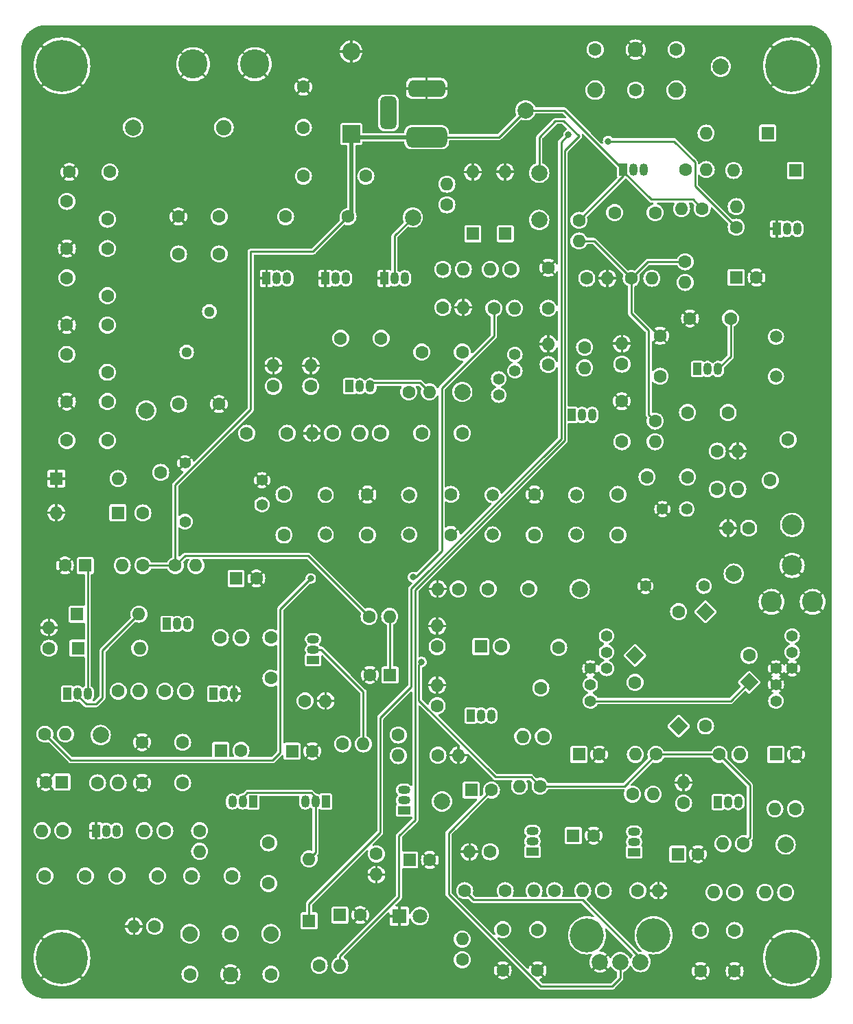
<source format=gbl>
%TF.GenerationSoftware,KiCad,Pcbnew,8.0.2-8.0.2-0~ubuntu22.04.1*%
%TF.CreationDate,2024-05-24T18:10:12-07:00*%
%TF.ProjectId,PartyLine80,50617274-794c-4696-9e65-38302e6b6963,B*%
%TF.SameCoordinates,Original*%
%TF.FileFunction,Copper,L2,Bot*%
%TF.FilePolarity,Positive*%
%FSLAX46Y46*%
G04 Gerber Fmt 4.6, Leading zero omitted, Abs format (unit mm)*
G04 Created by KiCad (PCBNEW 8.0.2-8.0.2-0~ubuntu22.04.1) date 2024-05-24 18:10:12*
%MOMM*%
%LPD*%
G01*
G04 APERTURE LIST*
G04 Aperture macros list*
%AMRoundRect*
0 Rectangle with rounded corners*
0 $1 Rounding radius*
0 $2 $3 $4 $5 $6 $7 $8 $9 X,Y pos of 4 corners*
0 Add a 4 corners polygon primitive as box body*
4,1,4,$2,$3,$4,$5,$6,$7,$8,$9,$2,$3,0*
0 Add four circle primitives for the rounded corners*
1,1,$1+$1,$2,$3*
1,1,$1+$1,$4,$5*
1,1,$1+$1,$6,$7*
1,1,$1+$1,$8,$9*
0 Add four rect primitives between the rounded corners*
20,1,$1+$1,$2,$3,$4,$5,0*
20,1,$1+$1,$4,$5,$6,$7,0*
20,1,$1+$1,$6,$7,$8,$9,0*
20,1,$1+$1,$8,$9,$2,$3,0*%
%AMHorizOval*
0 Thick line with rounded ends*
0 $1 width*
0 $2 $3 position (X,Y) of the first rounded end (center of the circle)*
0 $4 $5 position (X,Y) of the second rounded end (center of the circle)*
0 Add line between two ends*
20,1,$1,$2,$3,$4,$5,0*
0 Add two circle primitives to create the rounded ends*
1,1,$1,$2,$3*
1,1,$1,$4,$5*%
%AMRotRect*
0 Rectangle, with rotation*
0 The origin of the aperture is its center*
0 $1 length*
0 $2 width*
0 $3 Rotation angle, in degrees counterclockwise*
0 Add horizontal line*
21,1,$1,$2,0,0,$3*%
G04 Aperture macros list end*
%TA.AperFunction,ComponentPad*%
%ADD10O,1.600000X1.600000*%
%TD*%
%TA.AperFunction,ComponentPad*%
%ADD11R,1.600000X1.600000*%
%TD*%
%TA.AperFunction,ComponentPad*%
%ADD12C,2.000000*%
%TD*%
%TA.AperFunction,ComponentPad*%
%ADD13C,1.600000*%
%TD*%
%TA.AperFunction,ComponentPad*%
%ADD14C,3.600000*%
%TD*%
%TA.AperFunction,ComponentPad*%
%ADD15C,1.900000*%
%TD*%
%TA.AperFunction,ComponentPad*%
%ADD16R,1.050000X1.500000*%
%TD*%
%TA.AperFunction,ComponentPad*%
%ADD17O,1.050000X1.500000*%
%TD*%
%TA.AperFunction,ComponentPad*%
%ADD18C,1.300480*%
%TD*%
%TA.AperFunction,ComponentPad*%
%ADD19C,1.500000*%
%TD*%
%TA.AperFunction,ComponentPad*%
%ADD20R,1.500000X1.050000*%
%TD*%
%TA.AperFunction,ComponentPad*%
%ADD21O,1.500000X1.050000*%
%TD*%
%TA.AperFunction,WasherPad*%
%ADD22C,1.600000*%
%TD*%
%TA.AperFunction,ComponentPad*%
%ADD23C,4.200000*%
%TD*%
%TA.AperFunction,ComponentPad*%
%ADD24RotRect,1.600000X1.600000X135.000000*%
%TD*%
%TA.AperFunction,ComponentPad*%
%ADD25HorizOval,1.600000X0.000000X0.000000X0.000000X0.000000X0*%
%TD*%
%TA.AperFunction,ComponentPad*%
%ADD26C,1.400000*%
%TD*%
%TA.AperFunction,ComponentPad*%
%ADD27RotRect,1.600000X1.600000X45.000000*%
%TD*%
%TA.AperFunction,ComponentPad*%
%ADD28HorizOval,1.600000X0.000000X0.000000X0.000000X0.000000X0*%
%TD*%
%TA.AperFunction,ComponentPad*%
%ADD29RoundRect,0.625000X1.875000X0.625000X-1.875000X0.625000X-1.875000X-0.625000X1.875000X-0.625000X0*%
%TD*%
%TA.AperFunction,ComponentPad*%
%ADD30RoundRect,0.500000X1.750000X0.500000X-1.750000X0.500000X-1.750000X-0.500000X1.750000X-0.500000X0*%
%TD*%
%TA.AperFunction,ComponentPad*%
%ADD31RoundRect,0.500000X0.500000X1.500000X-0.500000X1.500000X-0.500000X-1.500000X0.500000X-1.500000X0*%
%TD*%
%TA.AperFunction,ComponentPad*%
%ADD32C,0.800000*%
%TD*%
%TA.AperFunction,ComponentPad*%
%ADD33C,6.400000*%
%TD*%
%TA.AperFunction,ComponentPad*%
%ADD34RotRect,1.600000X1.600000X225.000000*%
%TD*%
%TA.AperFunction,ComponentPad*%
%ADD35HorizOval,1.600000X0.000000X0.000000X0.000000X0.000000X0*%
%TD*%
%TA.AperFunction,ComponentPad*%
%ADD36RotRect,1.600000X1.600000X315.000000*%
%TD*%
%TA.AperFunction,ComponentPad*%
%ADD37HorizOval,1.600000X0.000000X0.000000X0.000000X0.000000X0*%
%TD*%
%TA.AperFunction,ComponentPad*%
%ADD38R,2.200000X2.200000*%
%TD*%
%TA.AperFunction,ComponentPad*%
%ADD39O,2.200000X2.200000*%
%TD*%
%TA.AperFunction,ComponentPad*%
%ADD40C,2.500000*%
%TD*%
%TA.AperFunction,ComponentPad*%
%ADD41R,1.800000X1.800000*%
%TD*%
%TA.AperFunction,ComponentPad*%
%ADD42C,1.800000*%
%TD*%
%TA.AperFunction,ComponentPad*%
%ADD43C,2.600000*%
%TD*%
%TA.AperFunction,ViaPad*%
%ADD44C,0.800000*%
%TD*%
%TA.AperFunction,Conductor*%
%ADD45C,0.250000*%
%TD*%
%TA.AperFunction,Conductor*%
%ADD46C,0.500000*%
%TD*%
G04 APERTURE END LIST*
D10*
%TO.P,D15,1,A*%
%TO.N,GND*%
X109700000Y-38080000D03*
D11*
%TO.P,D15,2,K*%
%TO.N,+3.3V*%
X109700000Y-45700000D03*
%TD*%
D10*
%TO.P,D10,1,A*%
%TO.N,GND*%
X105700000Y-38090000D03*
D11*
%TO.P,D10,2,K*%
%TO.N,Net-(D10-K)*%
X105700000Y-45710000D03*
%TD*%
D12*
%TO.P,TP14,1,1*%
%TO.N,+3.3V*%
X113900000Y-38200000D03*
%TD*%
D13*
%TO.P,R62,1*%
%TO.N,+3.3V*%
X102500000Y-42145000D03*
D10*
%TO.P,R62,2*%
%TO.N,+12V*%
X102500000Y-39605000D03*
%TD*%
D13*
%TO.P,L2,1,1*%
%TO.N,Net-(C30-Pad1)*%
X142400000Y-76100000D03*
%TO.P,L2,2,2*%
%TO.N,Net-(Q13-D)*%
X144600000Y-71100000D03*
%TD*%
D11*
%TO.P,C28,1*%
%TO.N,Net-(D8-A)*%
X138200000Y-51100000D03*
D13*
%TO.P,C28,2*%
%TO.N,GND*%
X140700000Y-51100000D03*
%TD*%
%TO.P,C26,1*%
%TO.N,Net-(C26-Pad1)*%
X80500000Y-125800000D03*
%TO.P,C26,2*%
%TO.N,Net-(Q11-S)*%
X80500000Y-120800000D03*
%TD*%
D14*
%TO.P,J3,2,Ext*%
%TO.N,GND*%
X71200000Y-24800000D03*
X78800000Y-24800000D03*
D15*
%TO.P,J3,1,In*%
%TO.N,Net-(J3-In)*%
X75000000Y-32600000D03*
%TD*%
D11*
%TO.P,C17,1*%
%TO.N,Net-(C17-Pad1)*%
X95500000Y-100100000D03*
D13*
%TO.P,C17,2*%
%TO.N,GND*%
X93000000Y-100100000D03*
%TD*%
%TO.P,C34,1*%
%TO.N,Net-(Q15-E)*%
X132200000Y-67745000D03*
%TO.P,C34,2*%
%TO.N,Net-(Q15-B)*%
X137200000Y-67745000D03*
%TD*%
%TO.P,R57,1*%
%TO.N,Net-(Q20-B)*%
X55100000Y-119300000D03*
D10*
%TO.P,R57,2*%
%TO.N,Sidetone*%
X52560000Y-119300000D03*
%TD*%
D12*
%TO.P,TP12,1,1*%
%TO.N,+12V*%
X112200000Y-30500000D03*
%TD*%
D13*
%TO.P,R45,1*%
%TO.N,Net-(R40-Pad1)*%
X125255000Y-51200000D03*
D10*
%TO.P,R45,2*%
%TO.N,Net-(Q15-C)*%
X127795000Y-51200000D03*
%TD*%
D13*
%TO.P,C44,1*%
%TO.N,GND*%
X74400000Y-66700000D03*
%TO.P,C44,2*%
%TO.N,Net-(C44-Pad2)*%
X69400000Y-66700000D03*
%TD*%
D16*
%TO.P,Q7,1,E*%
%TO.N,Net-(D5-A)*%
X67960000Y-93800000D03*
D17*
%TO.P,Q7,2,B*%
%TO.N,Net-(Q6-C)*%
X69230000Y-93800000D03*
%TO.P,Q7,3,C*%
%TO.N,Net-(Q7-C)*%
X70500000Y-93800000D03*
%TD*%
D18*
%TO.P,L5,1,1*%
%TO.N,Net-(C43-Pad1)*%
X73199080Y-55300000D03*
%TO.P,L5,2,2*%
%TO.N,Net-(C44-Pad2)*%
X70400000Y-60300000D03*
%TD*%
D13*
%TO.P,R43,1*%
%TO.N,Net-(C32-Pad1)*%
X81100000Y-64500000D03*
D10*
%TO.P,R43,2*%
%TO.N,GND*%
X81100000Y-61960000D03*
%TD*%
D13*
%TO.P,C8,1*%
%TO.N,GND*%
X92700000Y-77850000D03*
%TO.P,C8,2*%
%TO.N,Net-(C8-Pad2)*%
X92700000Y-82850000D03*
%TD*%
D11*
%TO.P,C23,1*%
%TO.N,Net-(Q8-C)*%
X57882380Y-86600000D03*
D13*
%TO.P,C23,2*%
%TO.N,GND*%
X55382380Y-86600000D03*
%TD*%
%TO.P,R50,1*%
%TO.N,+12V*%
X118800000Y-44055000D03*
D10*
%TO.P,R50,2*%
%TO.N,Net-(R40-Pad1)*%
X118800000Y-46595000D03*
%TD*%
D13*
%TO.P,R55,1*%
%TO.N,RX LO*%
X139740000Y-82000000D03*
D10*
%TO.P,R55,2*%
%TO.N,GND*%
X137200000Y-82000000D03*
%TD*%
D13*
%TO.P,R41,1*%
%TO.N,Net-(Q15-B)*%
X119760000Y-51200000D03*
D10*
%TO.P,R41,2*%
%TO.N,GND*%
X122300000Y-51200000D03*
%TD*%
D13*
%TO.P,R26,1*%
%TO.N,+12V*%
X69000000Y-86600000D03*
D10*
%TO.P,R26,2*%
%TO.N,Net-(Q7-C)*%
X71540000Y-86600000D03*
%TD*%
D11*
%TO.P,D7,1,K*%
%TO.N,~{KEY}*%
X85500000Y-130400000D03*
D10*
%TO.P,D7,2,A*%
%TO.N,Net-(D7-A)*%
X85500000Y-122780000D03*
%TD*%
D16*
%TO.P,Q1,1,E*%
%TO.N,Net-(Q1-E)*%
X105460000Y-105100000D03*
D17*
%TO.P,Q1,2,B*%
%TO.N,Net-(Q1-B)*%
X106730000Y-105100000D03*
%TO.P,Q1,3,C*%
%TO.N,Net-(Q1-C)*%
X108000000Y-105100000D03*
%TD*%
D13*
%TO.P,R32,1*%
%TO.N,Sidetone*%
X72000000Y-119300000D03*
D10*
%TO.P,R32,2*%
%TO.N,Net-(C27-Pad2)*%
X72000000Y-121840000D03*
%TD*%
D19*
%TO.P,X1,1,1*%
%TO.N,Net-(C6-Pad2)*%
X87550000Y-77900000D03*
%TO.P,X1,2,2*%
%TO.N,Net-(C8-Pad2)*%
X87550000Y-82780000D03*
%TD*%
D20*
%TO.P,Q6,1,E*%
%TO.N,Net-(Q6-E)*%
X86000000Y-98240000D03*
D21*
%TO.P,Q6,2,B*%
%TO.N,Net-(Q5-C)*%
X86000000Y-96970000D03*
%TO.P,Q6,3,C*%
%TO.N,Net-(Q6-C)*%
X86000000Y-95700000D03*
%TD*%
D11*
%TO.P,C22,1*%
%TO.N,Net-(Q7-C)*%
X76500000Y-88200000D03*
D13*
%TO.P,C22,2*%
%TO.N,GND*%
X79000000Y-88200000D03*
%TD*%
%TO.P,C42,1*%
%TO.N,GND*%
X69400000Y-43600000D03*
%TO.P,C42,2*%
%TO.N,Net-(Q17-D)*%
X74400000Y-43600000D03*
%TD*%
%TO.P,R3,1*%
%TO.N,+12V*%
X128300000Y-109900000D03*
D10*
%TO.P,R3,2*%
%TO.N,Net-(C3-Pad1)*%
X125760000Y-109900000D03*
%TD*%
D13*
%TO.P,C32,1*%
%TO.N,Net-(C32-Pad1)*%
X77800000Y-70300000D03*
%TO.P,C32,2*%
%TO.N,Net-(Q14-E)*%
X82800000Y-70300000D03*
%TD*%
%TO.P,R54,1*%
%TO.N,Net-(C40-Pad1)*%
X135860000Y-77200000D03*
D10*
%TO.P,R54,2*%
%TO.N,RX LO*%
X138400000Y-77200000D03*
%TD*%
D12*
%TO.P,TP4,1,1*%
%TO.N,Net-(C16-Pad1)*%
X101900000Y-115700000D03*
%TD*%
D11*
%TO.P,C4,1*%
%TO.N,Net-(C4-Pad1)*%
X143100000Y-109900000D03*
D13*
%TO.P,C4,2*%
%TO.N,GND*%
X145600000Y-109900000D03*
%TD*%
%TO.P,C38,1*%
%TO.N,GND*%
X124100000Y-66345000D03*
%TO.P,C38,2*%
%TO.N,Net-(Q16-C)*%
X124100000Y-71345000D03*
%TD*%
D16*
%TO.P,Q19,1,S*%
%TO.N,GND*%
X94760000Y-51200000D03*
D17*
%TO.P,Q19,2,G*%
%TO.N,Net-(Q17-G)*%
X96030000Y-51200000D03*
%TO.P,Q19,3,D*%
%TO.N,Net-(Q17-D)*%
X97300000Y-51200000D03*
%TD*%
D22*
%TO.P,J2,*%
%TO.N,*%
X130800000Y-23000000D03*
X125790000Y-28000000D03*
X120800000Y-23000000D03*
D15*
%TO.P,J2,R*%
%TO.N,~{KEY}*%
X130800000Y-28000000D03*
%TO.P,J2,S*%
%TO.N,GND*%
X125800000Y-23000000D03*
%TO.P,J2,T*%
%TO.N,~{KEY}*%
X120800000Y-28000000D03*
%TD*%
D13*
%TO.P,C14,1*%
%TO.N,GND*%
X109400000Y-136500000D03*
%TO.P,C14,2*%
%TO.N,Net-(Q4-B)*%
X109400000Y-131500000D03*
%TD*%
%TO.P,R31,1*%
%TO.N,Net-(D7-A)*%
X86755000Y-135900000D03*
D10*
%TO.P,R31,2*%
%TO.N,+3.3V*%
X89295000Y-135900000D03*
%TD*%
D11*
%TO.P,C2,1*%
%TO.N,Net-(Q1-B)*%
X106700000Y-96600000D03*
D13*
%TO.P,C2,2*%
%TO.N,Net-(C2-Pad2)*%
X109200000Y-96600000D03*
%TD*%
%TO.P,C16,1*%
%TO.N,Net-(C16-Pad1)*%
X104700000Y-126700000D03*
%TO.P,C16,2*%
%TO.N,Net-(Q4-E)*%
X109700000Y-126700000D03*
%TD*%
D16*
%TO.P,Q17,1,S*%
%TO.N,GND*%
X80260000Y-51200000D03*
D17*
%TO.P,Q17,2,G*%
%TO.N,Net-(Q17-G)*%
X81530000Y-51200000D03*
%TO.P,Q17,3,D*%
%TO.N,Net-(Q17-D)*%
X82800000Y-51200000D03*
%TD*%
D13*
%TO.P,R22,1*%
%TO.N,Net-(C17-Pad1)*%
X89655000Y-108600000D03*
D10*
%TO.P,R22,2*%
%TO.N,Net-(Q5-C)*%
X92195000Y-108600000D03*
%TD*%
D13*
%TO.P,R28,1*%
%TO.N,+12V*%
X65000000Y-86600000D03*
D10*
%TO.P,R28,2*%
%TO.N,Net-(Q8-C)*%
X62460000Y-86600000D03*
%TD*%
D13*
%TO.P,R37,1*%
%TO.N,TX LO*%
X88400000Y-70300000D03*
D10*
%TO.P,R37,2*%
%TO.N,GND*%
X85860000Y-70300000D03*
%TD*%
D13*
%TO.P,R56,1*%
%TO.N,+12V K*%
X52900000Y-107400000D03*
D10*
%TO.P,R56,2*%
%TO.N,Net-(C45-Pad1)*%
X55440000Y-107400000D03*
%TD*%
D13*
%TO.P,R53,1*%
%TO.N,Net-(C40-Pad1)*%
X135860000Y-72500000D03*
D10*
%TO.P,R53,2*%
%TO.N,GND*%
X138400000Y-72500000D03*
%TD*%
D12*
%TO.P,TP10,1,1*%
%TO.N,Sidetone*%
X59800000Y-107500000D03*
%TD*%
D13*
%TO.P,R27,1*%
%TO.N,Net-(D6-K)*%
X53410000Y-96800000D03*
D10*
%TO.P,R27,2*%
%TO.N,GND*%
X53410000Y-94260000D03*
%TD*%
D13*
%TO.P,R47,1*%
%TO.N,Net-(D10-K)*%
X102000000Y-50100000D03*
D10*
%TO.P,R47,2*%
%TO.N,Net-(Q17-G)*%
X104540000Y-50100000D03*
%TD*%
D23*
%TO.P,R18,*%
%TO.N,*%
X119800000Y-132200000D03*
X128000000Y-132200000D03*
D12*
%TO.P,R18,1,1*%
%TO.N,Net-(C16-Pad1)*%
X126400000Y-135500000D03*
%TO.P,R18,2,2*%
%TO.N,Net-(C18-Pad2)*%
X123900000Y-135500000D03*
%TO.P,R18,3,3*%
%TO.N,GND*%
X121400000Y-135500000D03*
%TD*%
D16*
%TO.P,Q20,1,E*%
%TO.N,GND*%
X59200000Y-119300000D03*
D17*
%TO.P,Q20,2,B*%
%TO.N,Net-(Q20-B)*%
X60470000Y-119300000D03*
%TO.P,Q20,3,C*%
%TO.N,Net-(Q20-C)*%
X61740000Y-119300000D03*
%TD*%
D19*
%TO.P,X3,1,1*%
%TO.N,Net-(C10-Pad2)*%
X108150000Y-77900000D03*
%TO.P,X3,2,2*%
%TO.N,Net-(C12-Pad2)*%
X108150000Y-82780000D03*
%TD*%
D13*
%TO.P,C35,1*%
%TO.N,GND*%
X128800000Y-58285000D03*
%TO.P,C35,2*%
%TO.N,Net-(Q15-E)*%
X128800000Y-63285000D03*
%TD*%
D24*
%TO.P,D2,1*%
%TO.N,Net-(D2-Pad1)*%
X131100000Y-106400000D03*
D25*
%TO.P,D2,2*%
%TO.N,Net-(D1-Pad1)*%
X125711846Y-101011846D03*
%TD*%
D13*
%TO.P,C37,1*%
%TO.N,GND*%
X132500000Y-56145000D03*
%TO.P,C37,2*%
%TO.N,Net-(Q15-C)*%
X137500000Y-56145000D03*
%TD*%
%TO.P,R15,1*%
%TO.N,Net-(C11-Pad2)*%
X115800000Y-126700000D03*
D10*
%TO.P,R15,2*%
%TO.N,Net-(Q4-B)*%
X113260000Y-126700000D03*
%TD*%
D12*
%TO.P,TP7,1,1*%
%TO.N,Net-(Q17-G)*%
X98300000Y-43700000D03*
%TD*%
D13*
%TO.P,R49,1*%
%TO.N,Net-(Q15-E)*%
X119500000Y-59705000D03*
D10*
%TO.P,R49,2*%
%TO.N,Net-(Q16-B)*%
X119500000Y-62245000D03*
%TD*%
D13*
%TO.P,R6,1*%
%TO.N,Net-(Q1-B)*%
X125400000Y-114800000D03*
D10*
%TO.P,R6,2*%
%TO.N,Net-(Q2-E)*%
X127940000Y-114800000D03*
%TD*%
D13*
%TO.P,R17,1*%
%TO.N,Net-(Q4-E)*%
X107845000Y-121900000D03*
D10*
%TO.P,R17,2*%
%TO.N,GND*%
X105305000Y-121900000D03*
%TD*%
D26*
%TO.P,T5,1,1*%
%TO.N,Net-(C36-Pad2)*%
X110900000Y-60600000D03*
%TO.P,T5,2,2*%
%TO.N,Net-(Q14-C)*%
X108900000Y-63600000D03*
%TO.P,T5,3,3*%
%TO.N,Net-(C33-Pad2)*%
X110900000Y-62600000D03*
%TO.P,T5,4,4*%
%TO.N,Net-(C36-Pad2)*%
X108900000Y-65600000D03*
%TD*%
D12*
%TO.P,TP2,1,1*%
%TO.N,RX*%
X65400000Y-67500000D03*
%TD*%
D13*
%TO.P,L9,1,1*%
%TO.N,Net-(C53-Pad2)*%
X60620000Y-43916666D03*
%TO.P,L9,2,2*%
%TO.N,Net-(J3-In)*%
X55620000Y-41716666D03*
%TD*%
D12*
%TO.P,TP8,1,1*%
%TO.N,TX LO*%
X104400000Y-65200000D03*
%TD*%
D11*
%TO.P,D11,1,K*%
%TO.N,GND*%
X54320000Y-75900000D03*
D10*
%TO.P,D11,2,A*%
%TO.N,Net-(D11-A)*%
X61940000Y-75900000D03*
%TD*%
D13*
%TO.P,L4,1,1*%
%TO.N,Net-(C41-Pad2)*%
X84800000Y-38600000D03*
%TO.P,L4,2,2*%
%TO.N,Net-(Q17-D)*%
X82600000Y-43600000D03*
%TD*%
%TO.P,R60,1*%
%TO.N,Sidetone*%
X67700000Y-119300000D03*
D10*
%TO.P,R60,2*%
%TO.N,Net-(Q20-C)*%
X65160000Y-119300000D03*
%TD*%
D13*
%TO.P,C40,1*%
%TO.N,Net-(C40-Pad1)*%
X132200000Y-75700000D03*
%TO.P,C40,2*%
%TO.N,Net-(Q16-E)*%
X127200000Y-75700000D03*
%TD*%
%TO.P,R13,1*%
%TO.N,Net-(Q3-E)*%
X126055000Y-126700000D03*
D10*
%TO.P,R13,2*%
%TO.N,GND*%
X128595000Y-126700000D03*
%TD*%
D16*
%TO.P,Q2,1,E*%
%TO.N,Net-(Q2-E)*%
X135930000Y-115760000D03*
D17*
%TO.P,Q2,2,B*%
%TO.N,Net-(Q1-C)*%
X137200000Y-115760000D03*
%TO.P,Q2,3,C*%
%TO.N,Net-(Q2-C)*%
X138470000Y-115760000D03*
%TD*%
D12*
%TO.P,TP11,1,1*%
%TO.N,Net-(J3-In)*%
X63800000Y-32600000D03*
%TD*%
D13*
%TO.P,R1,1*%
%TO.N,Net-(C1-Pad1)*%
X103900000Y-89500000D03*
D10*
%TO.P,R1,2*%
%TO.N,GND*%
X101360000Y-89500000D03*
%TD*%
D27*
%TO.P,D1,1*%
%TO.N,Net-(D1-Pad1)*%
X125705924Y-97694077D03*
D28*
%TO.P,D1,2*%
%TO.N,Net-(D1-Pad2)*%
X131094078Y-92305923D03*
%TD*%
D13*
%TO.P,C29,1*%
%TO.N,Net-(Q12-B)*%
X123200000Y-43100000D03*
%TO.P,C29,2*%
%TO.N,+12V K*%
X128200000Y-43100000D03*
%TD*%
%TO.P,C49,1*%
%TO.N,GND*%
X64900000Y-108400000D03*
%TO.P,C49,2*%
%TO.N,Sidetone*%
X69900000Y-108400000D03*
%TD*%
%TO.P,R35,1*%
%TO.N,Net-(Q12-B)*%
X131960000Y-37800000D03*
D10*
%TO.P,R35,2*%
%TO.N,Net-(D9-A)*%
X134500000Y-37800000D03*
%TD*%
D26*
%TO.P,T2,1,1*%
%TO.N,Net-(C15-Pad2)*%
X132100000Y-79650000D03*
%TO.P,T2,2,2*%
%TO.N,GND*%
X129100000Y-79650000D03*
%TO.P,T2,3,3*%
%TO.N,Net-(T2-Pad3)*%
X134200000Y-89150000D03*
%TO.P,T2,4,4*%
%TO.N,GND*%
X127000000Y-89150000D03*
%TD*%
D13*
%TO.P,C47,1*%
%TO.N,Net-(D11-A)*%
X55620000Y-71200000D03*
%TO.P,C47,2*%
%TO.N,Net-(C44-Pad2)*%
X60620000Y-71200000D03*
%TD*%
%TO.P,L1,1,1*%
%TO.N,Net-(C1-Pad2)*%
X116300000Y-96700000D03*
%TO.P,L1,2,2*%
%TO.N,Net-(C2-Pad2)*%
X114100000Y-101700000D03*
%TD*%
%TO.P,C11,1*%
%TO.N,GND*%
X113700000Y-136500000D03*
%TO.P,C11,2*%
%TO.N,Net-(C11-Pad2)*%
X113700000Y-131500000D03*
%TD*%
%TO.P,C27,1*%
%TO.N,Net-(C26-Pad1)*%
X71000000Y-124900000D03*
%TO.P,C27,2*%
%TO.N,Net-(C27-Pad2)*%
X76000000Y-124900000D03*
%TD*%
%TO.P,R58,1*%
%TO.N,Net-(C46-Pad1)*%
X66445000Y-131100000D03*
D10*
%TO.P,R58,2*%
%TO.N,GND*%
X63905000Y-131100000D03*
%TD*%
D29*
%TO.P,J4,1*%
%TO.N,+12V*%
X100000000Y-33800000D03*
D30*
%TO.P,J4,2*%
%TO.N,GND*%
X100000000Y-27800000D03*
D31*
%TO.P,J4,3*%
%TO.N,unconnected-(J4-Pad3)*%
X95300000Y-30800000D03*
%TD*%
D13*
%TO.P,R25,1*%
%TO.N,Net-(Q6-E)*%
X85000000Y-103300000D03*
D10*
%TO.P,R25,2*%
%TO.N,GND*%
X87540000Y-103300000D03*
%TD*%
D26*
%TO.P,T1,1,1*%
%TO.N,Net-(C6-Pad1)*%
X79700000Y-79100000D03*
%TO.P,T1,2,2*%
%TO.N,GND*%
X79700000Y-76100000D03*
%TO.P,T1,3,3*%
%TO.N,RX*%
X70200000Y-81200000D03*
%TO.P,T1,4,4*%
%TO.N,GND*%
X70200000Y-74000000D03*
%TD*%
D11*
%TO.P,D6,1,K*%
%TO.N,Net-(D6-K)*%
X56990000Y-96800000D03*
D10*
%TO.P,D6,2,A*%
%TO.N,Net-(D5-K)*%
X64610000Y-96800000D03*
%TD*%
D13*
%TO.P,R46,1*%
%TO.N,Net-(Q15-E)*%
X124100000Y-61785000D03*
D10*
%TO.P,R46,2*%
%TO.N,GND*%
X124100000Y-59245000D03*
%TD*%
D13*
%TO.P,R61,1*%
%TO.N,Net-(D13-A)*%
X104400000Y-135200000D03*
D10*
%TO.P,R61,2*%
%TO.N,+12V*%
X104400000Y-132660000D03*
%TD*%
D20*
%TO.P,Q5,1,E*%
%TO.N,Net-(Q5-E)*%
X97200000Y-116800000D03*
D21*
%TO.P,Q5,2,B*%
%TO.N,Net-(Q5-B)*%
X97200000Y-115530000D03*
%TO.P,Q5,3,C*%
%TO.N,Net-(Q5-C)*%
X97200000Y-114260000D03*
%TD*%
D26*
%TO.P,T3,1,1*%
%TO.N,Net-(T2-Pad3)*%
X122200000Y-95300000D03*
%TO.P,T3,2,2*%
%TO.N,GND*%
X120200000Y-99300000D03*
%TO.P,T3,3,3*%
%TO.N,Net-(D1-Pad1)*%
X122200000Y-97300000D03*
%TO.P,T3,4,4*%
%TO.N,Net-(C1-Pad2)*%
X120200000Y-101300000D03*
%TO.P,T3,5,3*%
X122200000Y-99300000D03*
%TO.P,T3,6,4*%
%TO.N,Net-(D3-Pad2)*%
X120200000Y-103300000D03*
%TD*%
D11*
%TO.P,C24,1*%
%TO.N,Net-(C24-Pad1)*%
X74600000Y-109400000D03*
D13*
%TO.P,C24,2*%
%TO.N,Net-(Q10-S)*%
X77100000Y-109400000D03*
%TD*%
%TO.P,R40,1*%
%TO.N,Net-(R40-Pad1)*%
X131900000Y-49160000D03*
D10*
%TO.P,R40,2*%
%TO.N,Net-(Q15-B)*%
X131900000Y-51700000D03*
%TD*%
D13*
%TO.P,C5,1*%
%TO.N,GND*%
X138000000Y-136600000D03*
%TO.P,C5,2*%
%TO.N,Net-(C5-Pad2)*%
X138000000Y-131600000D03*
%TD*%
%TO.P,R8,1*%
%TO.N,Net-(C4-Pad1)*%
X145500000Y-116600000D03*
D10*
%TO.P,R8,2*%
%TO.N,Net-(Q2-C)*%
X142960000Y-116600000D03*
%TD*%
D16*
%TO.P,Q11,1,S*%
%TO.N,Net-(Q11-S)*%
X78570000Y-115700000D03*
D17*
%TO.P,Q11,2,G*%
%TO.N,Net-(D7-A)*%
X77300000Y-115700000D03*
%TO.P,Q11,3,D*%
%TO.N,Net-(Q10-D)*%
X76030000Y-115700000D03*
%TD*%
D13*
%TO.P,R11,1*%
%TO.N,Net-(C5-Pad2)*%
X138000000Y-126900000D03*
D10*
%TO.P,R11,2*%
%TO.N,Net-(Q3-B)*%
X135460000Y-126900000D03*
%TD*%
D13*
%TO.P,C48,1*%
%TO.N,GND*%
X64900000Y-113400000D03*
%TO.P,C48,2*%
%TO.N,Sidetone*%
X69900000Y-113400000D03*
%TD*%
%TO.P,R39,1*%
%TO.N,Net-(Q14-E)*%
X85700000Y-64500000D03*
D10*
%TO.P,R39,2*%
%TO.N,GND*%
X85700000Y-61960000D03*
%TD*%
D16*
%TO.P,Q8,1,E*%
%TO.N,Net-(Q8-E)*%
X55660000Y-102400000D03*
D17*
%TO.P,Q8,2,B*%
%TO.N,Net-(D5-A)*%
X56930000Y-102400000D03*
%TO.P,Q8,3,C*%
%TO.N,Net-(Q8-C)*%
X58200000Y-102400000D03*
%TD*%
D13*
%TO.P,C54,1*%
%TO.N,GND*%
X55920000Y-38100000D03*
%TO.P,C54,2*%
%TO.N,Net-(J3-In)*%
X60920000Y-38100000D03*
%TD*%
%TO.P,C46,1*%
%TO.N,Net-(C46-Pad1)*%
X52900000Y-124900000D03*
%TO.P,C46,2*%
%TO.N,Net-(Q20-B)*%
X57900000Y-124900000D03*
%TD*%
D20*
%TO.P,Q4,1,E*%
%TO.N,Net-(Q4-E)*%
X113060000Y-121870000D03*
D21*
%TO.P,Q4,2,B*%
%TO.N,Net-(Q4-B)*%
X113060000Y-120600000D03*
%TO.P,Q4,3,C*%
%TO.N,Net-(Q4-C)*%
X113060000Y-119330000D03*
%TD*%
D19*
%TO.P,X4,1,1*%
%TO.N,Net-(C12-Pad2)*%
X118450000Y-82800000D03*
%TO.P,X4,2,2*%
%TO.N,Net-(C15-Pad1)*%
X118450000Y-77920000D03*
%TD*%
D13*
%TO.P,R4,1*%
%TO.N,Net-(C3-Pad1)*%
X114400000Y-107700000D03*
D10*
%TO.P,R4,2*%
%TO.N,Net-(Q1-C)*%
X111860000Y-107700000D03*
%TD*%
D16*
%TO.P,Q12,1,E*%
%TO.N,+12V*%
X124260000Y-37800000D03*
D17*
%TO.P,Q12,2,B*%
%TO.N,Net-(Q12-B)*%
X125530000Y-37800000D03*
%TO.P,Q12,3,C*%
%TO.N,+12V K*%
X126800000Y-37800000D03*
%TD*%
D13*
%TO.P,C52,1*%
%TO.N,GND*%
X55620000Y-56966664D03*
%TO.P,C52,2*%
%TO.N,Net-(C52-Pad2)*%
X60620000Y-56966664D03*
%TD*%
%TO.P,R51,1*%
%TO.N,Net-(R40-Pad1)*%
X128200000Y-68800000D03*
D10*
%TO.P,R51,2*%
%TO.N,Net-(Q16-C)*%
X128200000Y-71340000D03*
%TD*%
D13*
%TO.P,C31,1*%
%TO.N,Net-(Q14-C)*%
X104400000Y-60300000D03*
%TO.P,C31,2*%
%TO.N,Net-(C31-Pad2)*%
X99400000Y-60300000D03*
%TD*%
D16*
%TO.P,Q15,1,E*%
%TO.N,Net-(Q15-E)*%
X133400000Y-62385000D03*
D17*
%TO.P,Q15,2,B*%
%TO.N,Net-(Q15-B)*%
X134670000Y-62385000D03*
%TO.P,Q15,3,C*%
%TO.N,Net-(Q15-C)*%
X135940000Y-62385000D03*
%TD*%
D13*
%TO.P,R12,1*%
%TO.N,+12V*%
X139100000Y-120900000D03*
D10*
%TO.P,R12,2*%
%TO.N,Net-(Q3-C)*%
X136560000Y-120900000D03*
%TD*%
D13*
%TO.P,C33,1*%
%TO.N,GND*%
X115000000Y-49900000D03*
%TO.P,C33,2*%
%TO.N,Net-(C33-Pad2)*%
X115000000Y-54900000D03*
%TD*%
%TO.P,C20,1*%
%TO.N,Net-(Q6-C)*%
X80800000Y-95500000D03*
%TO.P,C20,2*%
%TO.N,Net-(Q5-C)*%
X80800000Y-100500000D03*
%TD*%
D32*
%TO.P,H3,1,1*%
%TO.N,GND*%
X52600000Y-135000000D03*
X53302944Y-133302944D03*
X53302944Y-136697056D03*
X55000000Y-132600000D03*
D33*
X55000000Y-135000000D03*
D32*
X55000000Y-137400000D03*
X56697056Y-133302944D03*
X56697056Y-136697056D03*
X57400000Y-135000000D03*
%TD*%
D12*
%TO.P,TP5,1,1*%
%TO.N,~{KEY}*%
X136300000Y-25100000D03*
%TD*%
D13*
%TO.P,L8,1,1*%
%TO.N,Net-(C52-Pad2)*%
X60620000Y-53349998D03*
%TO.P,L8,2,2*%
%TO.N,Net-(C53-Pad2)*%
X55620000Y-51149998D03*
%TD*%
D19*
%TO.P,X5,1,1*%
%TO.N,Net-(Q13-D)*%
X143100000Y-63300000D03*
%TO.P,X5,2,2*%
%TO.N,Net-(Q15-B)*%
X143100000Y-58420000D03*
%TD*%
D13*
%TO.P,R44,1*%
%TO.N,+12V K*%
X110400000Y-50100000D03*
D10*
%TO.P,R44,2*%
%TO.N,Net-(D10-K)*%
X107860000Y-50100000D03*
%TD*%
D13*
%TO.P,R9,1*%
%TO.N,Net-(Q2-E)*%
X131700000Y-115900000D03*
D10*
%TO.P,R9,2*%
%TO.N,GND*%
X131700000Y-113360000D03*
%TD*%
D13*
%TO.P,C50,1*%
%TO.N,GND*%
X55620000Y-66400000D03*
%TO.P,C50,2*%
%TO.N,Net-(C44-Pad2)*%
X60620000Y-66400000D03*
%TD*%
D11*
%TO.P,C45,1*%
%TO.N,Net-(C45-Pad1)*%
X55000000Y-113300000D03*
D13*
%TO.P,C45,2*%
%TO.N,GND*%
X53000000Y-113300000D03*
%TD*%
%TO.P,R5,1*%
%TO.N,Net-(Q1-E)*%
X101300000Y-103900000D03*
D10*
%TO.P,R5,2*%
%TO.N,GND*%
X101300000Y-101360000D03*
%TD*%
D13*
%TO.P,R29,1*%
%TO.N,Net-(Q8-E)*%
X61955000Y-102100000D03*
D10*
%TO.P,R29,2*%
%TO.N,Net-(C24-Pad1)*%
X64495000Y-102100000D03*
%TD*%
D11*
%TO.P,D8,1,K*%
%TO.N,~{KEY}*%
X145500000Y-37900000D03*
D10*
%TO.P,D8,2,A*%
%TO.N,Net-(D8-A)*%
X137880000Y-37900000D03*
%TD*%
D11*
%TO.P,C25,1*%
%TO.N,Net-(D7-A)*%
X89300000Y-129700000D03*
D13*
%TO.P,C25,2*%
%TO.N,GND*%
X91800000Y-129700000D03*
%TD*%
D11*
%TO.P,C9,1*%
%TO.N,Net-(Q3-C)*%
X131000000Y-122200000D03*
D13*
%TO.P,C9,2*%
%TO.N,GND*%
X133500000Y-122200000D03*
%TD*%
D34*
%TO.P,D4,1*%
%TO.N,Net-(D3-Pad2)*%
X139800000Y-101000000D03*
D35*
%TO.P,D4,2*%
%TO.N,Net-(D2-Pad1)*%
X134411846Y-106388154D03*
%TD*%
D32*
%TO.P,H1,1,1*%
%TO.N,GND*%
X52600000Y-25000000D03*
X53302944Y-23302944D03*
X53302944Y-26697056D03*
X55000000Y-22600000D03*
D33*
X55000000Y-25000000D03*
D32*
X55000000Y-27400000D03*
X56697056Y-23302944D03*
X56697056Y-26697056D03*
X57400000Y-25000000D03*
%TD*%
D13*
%TO.P,L6,1,1*%
%TO.N,Net-(D11-A)*%
X65000000Y-80124990D03*
%TO.P,L6,2,2*%
%TO.N,RX*%
X67200000Y-75124990D03*
%TD*%
%TO.P,R33,1*%
%TO.N,+12V*%
X134000000Y-42600000D03*
D10*
%TO.P,R33,2*%
%TO.N,Net-(Q12-B)*%
X131460000Y-42600000D03*
%TD*%
D13*
%TO.P,R48,1*%
%TO.N,Net-(Q17-G)*%
X102000000Y-54800000D03*
D10*
%TO.P,R48,2*%
%TO.N,GND*%
X104540000Y-54800000D03*
%TD*%
D36*
%TO.P,D3,1*%
%TO.N,Net-(D1-Pad2)*%
X134400000Y-92300000D03*
D37*
%TO.P,D3,2*%
%TO.N,Net-(D3-Pad2)*%
X139788154Y-97688154D03*
%TD*%
D11*
%TO.P,D12,1,K*%
%TO.N,Net-(D11-A)*%
X61920000Y-80100000D03*
D10*
%TO.P,D12,2,A*%
%TO.N,GND*%
X54300000Y-80100000D03*
%TD*%
D16*
%TO.P,Q18,1,S*%
%TO.N,GND*%
X87510000Y-51200000D03*
D17*
%TO.P,Q18,2,G*%
%TO.N,Net-(Q17-G)*%
X88780000Y-51200000D03*
%TO.P,Q18,3,D*%
%TO.N,Net-(Q17-D)*%
X90050000Y-51200000D03*
%TD*%
D12*
%TO.P,TP3,1,1*%
%TO.N,Net-(Q2-C)*%
X144300000Y-121000000D03*
%TD*%
D13*
%TO.P,R38,1*%
%TO.N,Net-(C31-Pad2)*%
X97800000Y-65200000D03*
D10*
%TO.P,R38,2*%
%TO.N,Net-(Q14-C)*%
X100340000Y-65200000D03*
%TD*%
D38*
%TO.P,D14,1,K*%
%TO.N,+12V*%
X90700000Y-33400000D03*
D39*
%TO.P,D14,2,A*%
%TO.N,GND*%
X90700000Y-23240000D03*
%TD*%
D11*
%TO.P,D5,1,K*%
%TO.N,Net-(D5-K)*%
X56890000Y-92600000D03*
D10*
%TO.P,D5,2,A*%
%TO.N,Net-(D5-A)*%
X64510000Y-92600000D03*
%TD*%
D16*
%TO.P,Q13,1,S*%
%TO.N,GND*%
X143200000Y-45100000D03*
D17*
%TO.P,Q13,2,G*%
%TO.N,Net-(D8-A)*%
X144470000Y-45100000D03*
%TO.P,Q13,3,D*%
%TO.N,Net-(Q13-D)*%
X145740000Y-45100000D03*
%TD*%
D13*
%TO.P,R42,1*%
%TO.N,+12V K*%
X108300000Y-54900000D03*
D10*
%TO.P,R42,2*%
%TO.N,Net-(C33-Pad2)*%
X110840000Y-54900000D03*
%TD*%
D26*
%TO.P,T4,1,1*%
%TO.N,RX LO*%
X145100000Y-95300000D03*
%TO.P,T4,2,2*%
%TO.N,GND*%
X143100000Y-99300000D03*
%TO.P,T4,3,3*%
%TO.N,Net-(D1-Pad2)*%
X145100000Y-97300000D03*
%TO.P,T4,4,4*%
%TO.N,GND*%
X143100000Y-101300000D03*
%TO.P,T4,5,3*%
X145100000Y-99300000D03*
%TO.P,T4,6,4*%
%TO.N,Net-(D2-Pad1)*%
X143100000Y-103300000D03*
%TD*%
D13*
%TO.P,C53,1*%
%TO.N,GND*%
X55620000Y-47533332D03*
%TO.P,C53,2*%
%TO.N,Net-(C53-Pad2)*%
X60620000Y-47533332D03*
%TD*%
%TO.P,R52,1*%
%TO.N,Net-(Q16-E)*%
X115000000Y-61845000D03*
D10*
%TO.P,R52,2*%
%TO.N,GND*%
X115000000Y-59305000D03*
%TD*%
D13*
%TO.P,R36,1*%
%TO.N,Net-(C31-Pad2)*%
X94300000Y-70300000D03*
D10*
%TO.P,R36,2*%
%TO.N,TX LO*%
X91760000Y-70300000D03*
%TD*%
D32*
%TO.P,H2,1,1*%
%TO.N,GND*%
X142600000Y-25000000D03*
X143302944Y-23302944D03*
X143302944Y-26697056D03*
X145000000Y-22600000D03*
D33*
X145000000Y-25000000D03*
D32*
X145000000Y-27400000D03*
X146697056Y-23302944D03*
X146697056Y-26697056D03*
X147400000Y-25000000D03*
%TD*%
D13*
%TO.P,C12,1*%
%TO.N,GND*%
X113300000Y-77850000D03*
%TO.P,C12,2*%
%TO.N,Net-(C12-Pad2)*%
X113300000Y-82850000D03*
%TD*%
D40*
%TO.P,C30,1*%
%TO.N,Net-(C30-Pad1)*%
X145100000Y-81600000D03*
%TO.P,C30,2*%
%TO.N,GND*%
X145100000Y-86600000D03*
%TD*%
D11*
%TO.P,C18,1*%
%TO.N,Net-(Q5-B)*%
X105500000Y-114300000D03*
D13*
%TO.P,C18,2*%
%TO.N,Net-(C18-Pad2)*%
X108000000Y-114300000D03*
%TD*%
%TO.P,R10,1*%
%TO.N,Net-(Q2-C)*%
X144300000Y-126900000D03*
D10*
%TO.P,R10,2*%
%TO.N,Net-(C5-Pad2)*%
X141760000Y-126900000D03*
%TD*%
D41*
%TO.P,D13,1,K*%
%TO.N,GND*%
X96625000Y-129825000D03*
D42*
%TO.P,D13,2,A*%
%TO.N,Net-(D13-A)*%
X99165000Y-129825000D03*
%TD*%
D43*
%TO.P,TP13,1,1*%
%TO.N,GND*%
X142560000Y-91100000D03*
X147640000Y-91100000D03*
%TD*%
D13*
%TO.P,C1,1*%
%TO.N,Net-(C1-Pad1)*%
X107600000Y-89500000D03*
%TO.P,C1,2*%
%TO.N,Net-(C1-Pad2)*%
X112600000Y-89500000D03*
%TD*%
%TO.P,C6,1*%
%TO.N,Net-(C6-Pad1)*%
X82400000Y-82850000D03*
%TO.P,C6,2*%
%TO.N,Net-(C6-Pad2)*%
X82400000Y-77850000D03*
%TD*%
D19*
%TO.P,X2,1,1*%
%TO.N,Net-(C8-Pad2)*%
X97850000Y-82800000D03*
%TO.P,X2,2,2*%
%TO.N,Net-(C10-Pad2)*%
X97850000Y-77920000D03*
%TD*%
D13*
%TO.P,L7,1,1*%
%TO.N,Net-(C44-Pad2)*%
X60620000Y-62783330D03*
%TO.P,L7,2,2*%
%TO.N,Net-(C52-Pad2)*%
X55620000Y-60583330D03*
%TD*%
%TO.P,C43,1*%
%TO.N,Net-(C43-Pad1)*%
X69400000Y-48200000D03*
%TO.P,C43,2*%
%TO.N,Net-(Q17-D)*%
X74400000Y-48200000D03*
%TD*%
D20*
%TO.P,Q3,1,E*%
%TO.N,Net-(Q3-E)*%
X125600000Y-121940000D03*
D21*
%TO.P,Q3,2,B*%
%TO.N,Net-(Q3-B)*%
X125600000Y-120670000D03*
%TO.P,Q3,3,C*%
%TO.N,Net-(Q3-C)*%
X125600000Y-119400000D03*
%TD*%
D13*
%TO.P,C15,1*%
%TO.N,Net-(C15-Pad1)*%
X123600000Y-77850000D03*
%TO.P,C15,2*%
%TO.N,Net-(C15-Pad2)*%
X123600000Y-82850000D03*
%TD*%
%TO.P,R2,1*%
%TO.N,Net-(Q1-B)*%
X101300000Y-96600000D03*
D10*
%TO.P,R2,2*%
%TO.N,GND*%
X101300000Y-94060000D03*
%TD*%
D11*
%TO.P,C21,1*%
%TO.N,Net-(Q6-E)*%
X83400000Y-109500000D03*
D13*
%TO.P,C21,2*%
%TO.N,GND*%
X85900000Y-109500000D03*
%TD*%
%TO.P,R19,1*%
%TO.N,Net-(C17-Pad1)*%
X96500000Y-107500000D03*
D10*
%TO.P,R19,2*%
%TO.N,Net-(Q5-B)*%
X96500000Y-110040000D03*
%TD*%
D13*
%TO.P,C39,1*%
%TO.N,TX LO*%
X99400000Y-70300000D03*
%TO.P,C39,2*%
%TO.N,Net-(Q16-E)*%
X104400000Y-70300000D03*
%TD*%
%TO.P,R59,1*%
%TO.N,Net-(C45-Pad1)*%
X59400000Y-113400000D03*
D10*
%TO.P,R59,2*%
%TO.N,Net-(Q20-C)*%
X61940000Y-113400000D03*
%TD*%
D13*
%TO.P,C51,1*%
%TO.N,Net-(Q20-C)*%
X61800000Y-124900000D03*
%TO.P,C51,2*%
%TO.N,Net-(C46-Pad1)*%
X66800000Y-124900000D03*
%TD*%
D16*
%TO.P,Q10,1,S*%
%TO.N,Net-(Q10-S)*%
X87570000Y-115700000D03*
D17*
%TO.P,Q10,2,G*%
%TO.N,Net-(D7-A)*%
X86300000Y-115700000D03*
%TO.P,Q10,3,D*%
%TO.N,Net-(Q10-D)*%
X85030000Y-115700000D03*
%TD*%
D16*
%TO.P,Q9,1,E*%
%TO.N,Net-(Q9-E)*%
X73700000Y-102400000D03*
D17*
%TO.P,Q9,2,B*%
%TO.N,Net-(D6-K)*%
X74970000Y-102400000D03*
%TO.P,Q9,3,C*%
%TO.N,GND*%
X76240000Y-102400000D03*
%TD*%
D13*
%TO.P,L3,1,1*%
%TO.N,+12V*%
X90300000Y-43600000D03*
%TO.P,L3,2,2*%
%TO.N,Net-(C41-Pad2)*%
X92500000Y-38600000D03*
%TD*%
%TO.P,R20,1*%
%TO.N,Net-(Q5-B)*%
X101400000Y-110000000D03*
D10*
%TO.P,R20,2*%
%TO.N,GND*%
X103940000Y-110000000D03*
%TD*%
D16*
%TO.P,Q16,1,E*%
%TO.N,Net-(Q16-E)*%
X117900000Y-68045000D03*
D17*
%TO.P,Q16,2,B*%
%TO.N,Net-(Q16-B)*%
X119170000Y-68045000D03*
%TO.P,Q16,3,C*%
%TO.N,Net-(Q16-C)*%
X120440000Y-68045000D03*
%TD*%
D13*
%TO.P,R34,1*%
%TO.N,+3.3V*%
X138200000Y-44900000D03*
D10*
%TO.P,R34,2*%
%TO.N,Net-(D8-A)*%
X138200000Y-42360000D03*
%TD*%
D13*
%TO.P,R14,1*%
%TO.N,Net-(Q3-E)*%
X121800000Y-126700000D03*
D10*
%TO.P,R14,2*%
%TO.N,Net-(C11-Pad2)*%
X119260000Y-126700000D03*
%TD*%
D13*
%TO.P,R23,1*%
%TO.N,Net-(Q5-E)*%
X93800000Y-122160000D03*
D10*
%TO.P,R23,2*%
%TO.N,GND*%
X93800000Y-124700000D03*
%TD*%
D11*
%TO.P,C13,1*%
%TO.N,Net-(Q4-C)*%
X118100000Y-119900000D03*
D13*
%TO.P,C13,2*%
%TO.N,GND*%
X120600000Y-119900000D03*
%TD*%
%TO.P,R21,1*%
%TO.N,+12V*%
X92900000Y-92900000D03*
D10*
%TO.P,R21,2*%
%TO.N,Net-(C17-Pad1)*%
X95440000Y-92900000D03*
%TD*%
D13*
%TO.P,C36,1*%
%TO.N,Net-(Q17-G)*%
X89400000Y-58600000D03*
%TO.P,C36,2*%
%TO.N,Net-(C36-Pad2)*%
X94400000Y-58600000D03*
%TD*%
%TO.P,R7,1*%
%TO.N,+12V*%
X136100000Y-109900000D03*
D10*
%TO.P,R7,2*%
%TO.N,Net-(C4-Pad1)*%
X138640000Y-109900000D03*
%TD*%
D13*
%TO.P,R16,1*%
%TO.N,+12V*%
X114000000Y-113800000D03*
D10*
%TO.P,R16,2*%
%TO.N,Net-(Q4-C)*%
X111460000Y-113800000D03*
%TD*%
D12*
%TO.P,TP1,1,1*%
%TO.N,Net-(C1-Pad2)*%
X118900000Y-89500000D03*
%TD*%
D13*
%TO.P,C10,1*%
%TO.N,GND*%
X103000000Y-82850000D03*
%TO.P,C10,2*%
%TO.N,Net-(C10-Pad2)*%
X103000000Y-77850000D03*
%TD*%
D12*
%TO.P,TP9,1,1*%
%TO.N,RX LO*%
X137900000Y-87600000D03*
%TD*%
D13*
%TO.P,R30,1*%
%TO.N,Net-(C24-Pad1)*%
X67700000Y-102100000D03*
D10*
%TO.P,R30,2*%
%TO.N,Net-(Q9-E)*%
X70240000Y-102100000D03*
%TD*%
D11*
%TO.P,C3,1*%
%TO.N,Net-(C3-Pad1)*%
X118800000Y-109900000D03*
D13*
%TO.P,C3,2*%
%TO.N,GND*%
X121300000Y-109900000D03*
%TD*%
%TO.P,C41,1*%
%TO.N,GND*%
X84800000Y-27600000D03*
%TO.P,C41,2*%
%TO.N,Net-(C41-Pad2)*%
X84800000Y-32600000D03*
%TD*%
D22*
%TO.P,J1,*%
%TO.N,*%
X70800000Y-137000000D03*
X75810000Y-132000000D03*
X80800000Y-137000000D03*
D15*
%TO.P,J1,R*%
%TO.N,Net-(C26-Pad1)*%
X70800000Y-132000000D03*
%TO.P,J1,S*%
%TO.N,GND*%
X75800000Y-137000000D03*
%TO.P,J1,T*%
%TO.N,Net-(C26-Pad1)*%
X80800000Y-132000000D03*
%TD*%
D13*
%TO.P,C7,1*%
%TO.N,GND*%
X133800000Y-136600000D03*
%TO.P,C7,2*%
%TO.N,Net-(Q3-B)*%
X133800000Y-131600000D03*
%TD*%
%TO.P,R24,1*%
%TO.N,Net-(Q7-C)*%
X74560000Y-95500000D03*
D10*
%TO.P,R24,2*%
%TO.N,Net-(Q6-C)*%
X77100000Y-95500000D03*
%TD*%
D12*
%TO.P,TP6,1,1*%
%TO.N,+12V K*%
X113900000Y-44000000D03*
%TD*%
D11*
%TO.P,D9,1,K*%
%TO.N,~{KEY}*%
X142100000Y-33300000D03*
D10*
%TO.P,D9,2,A*%
%TO.N,Net-(D9-A)*%
X134480000Y-33300000D03*
%TD*%
D32*
%TO.P,H4,1,1*%
%TO.N,GND*%
X142600000Y-135000000D03*
X143302944Y-133302944D03*
X143302944Y-136697056D03*
X145000000Y-132600000D03*
D33*
X145000000Y-135000000D03*
D32*
X145000000Y-137400000D03*
X146697056Y-133302944D03*
X146697056Y-136697056D03*
X147400000Y-135000000D03*
%TD*%
D11*
%TO.P,C19,1*%
%TO.N,Net-(Q5-E)*%
X97900000Y-122900000D03*
D13*
%TO.P,C19,2*%
%TO.N,GND*%
X100400000Y-122900000D03*
%TD*%
D16*
%TO.P,Q14,1,E*%
%TO.N,Net-(Q14-E)*%
X90500000Y-64500000D03*
D17*
%TO.P,Q14,2,B*%
%TO.N,TX LO*%
X91770000Y-64500000D03*
%TO.P,Q14,3,C*%
%TO.N,Net-(Q14-C)*%
X93040000Y-64500000D03*
%TD*%
D44*
%TO.N,GND*%
X85100000Y-51200000D03*
X92400000Y-51200000D03*
%TO.N,+12V K*%
X85700000Y-88200000D03*
X98333794Y-88033794D03*
%TO.N,+3.3V*%
X122400000Y-34300000D03*
%TO.N,~{KEY}*%
X117501992Y-33498008D03*
%TO.N,+12V*%
X99375000Y-98500000D03*
%TD*%
D45*
%TO.N,Net-(C18-Pad2)*%
X108000000Y-114300000D02*
X102700000Y-119600000D01*
X114109009Y-138500000D02*
X122900000Y-138500000D01*
X102700000Y-119600000D02*
X102700000Y-127090991D01*
X102700000Y-127090991D02*
X114109009Y-138500000D01*
X122900000Y-138500000D02*
X123900000Y-137500000D01*
X123900000Y-137500000D02*
X123900000Y-135500000D01*
%TO.N,Net-(C16-Pad1)*%
X119239213Y-127825000D02*
X126400000Y-134985787D01*
X126400000Y-134985787D02*
X126400000Y-135500000D01*
%TO.N,+3.3V*%
X89295000Y-135900000D02*
X89295000Y-134768630D01*
X96595000Y-127468630D02*
X96595000Y-119950000D01*
X89295000Y-134768630D02*
X96595000Y-127468630D01*
%TO.N,Net-(D7-A)*%
X86300000Y-115700000D02*
X86300000Y-121980000D01*
X86300000Y-121980000D02*
X85500000Y-122780000D01*
X86300000Y-115700000D02*
X86300000Y-115150000D01*
X86300000Y-115150000D02*
X85775000Y-114625000D01*
X77300000Y-115200000D02*
X77300000Y-115700000D01*
X85775000Y-114625000D02*
X77875000Y-114625000D01*
X77875000Y-114625000D02*
X77300000Y-115200000D01*
%TO.N,+3.3V*%
X96595000Y-119950000D02*
X98600000Y-117945000D01*
X98600000Y-117945000D02*
X98600000Y-89606676D01*
X98600000Y-89606676D02*
X117050000Y-71156676D01*
X117050000Y-71156676D02*
X117050000Y-35450000D01*
X117050000Y-35450000D02*
X118800000Y-33700000D01*
X118800000Y-33700000D02*
X116900000Y-31800000D01*
X116900000Y-31800000D02*
X115900000Y-31800000D01*
X115900000Y-31800000D02*
X113900000Y-33800000D01*
X113900000Y-33800000D02*
X113900000Y-38200000D01*
%TO.N,~{KEY}*%
X116600000Y-70970280D02*
X116600000Y-34400000D01*
X85500000Y-130400000D02*
X85500000Y-128275000D01*
X94275000Y-105388604D02*
X98113604Y-101550000D01*
X116600000Y-34400000D02*
X117501992Y-33498008D01*
%TO.N,+12V K*%
X108300000Y-58300000D02*
X101875000Y-64725000D01*
X101875000Y-84825000D02*
X98666206Y-88033794D01*
%TO.N,~{KEY}*%
X94275000Y-119500000D02*
X94275000Y-105388604D01*
%TO.N,+12V K*%
X108300000Y-54900000D02*
X108300000Y-58300000D01*
%TO.N,+12V*%
X108484009Y-112675000D02*
X99050000Y-103240991D01*
X99050000Y-98825000D02*
X99375000Y-98500000D01*
%TO.N,~{KEY}*%
X98113604Y-101550000D02*
X98113604Y-89456676D01*
%TO.N,+12V K*%
X101875000Y-64725000D02*
X101875000Y-84825000D01*
%TO.N,~{KEY}*%
X98113604Y-89456676D02*
X116600000Y-70970280D01*
X85500000Y-128275000D02*
X94275000Y-119500000D01*
%TO.N,+12V*%
X112875000Y-112675000D02*
X108484009Y-112675000D01*
%TO.N,+12V K*%
X98666206Y-88033794D02*
X98333794Y-88033794D01*
%TO.N,+12V*%
X99050000Y-103240991D02*
X99050000Y-98825000D01*
X114000000Y-113800000D02*
X112875000Y-112675000D01*
%TO.N,+12V K*%
X81010000Y-110600000D02*
X81925000Y-109685000D01*
X81925000Y-109685000D02*
X81925000Y-91975000D01*
X81925000Y-91975000D02*
X85700000Y-88200000D01*
%TO.N,Net-(R40-Pad1)*%
X125255000Y-51200000D02*
X125255000Y-55499998D01*
X125255000Y-55499998D02*
X127400001Y-57644999D01*
X125255000Y-51200000D02*
X120650000Y-46595000D01*
X120650000Y-46595000D02*
X118800000Y-46595000D01*
X131900000Y-49160000D02*
X127295000Y-49160000D01*
X127295000Y-49160000D02*
X125255000Y-51200000D01*
%TO.N,+3.3V*%
X138200000Y-44900000D02*
X133100000Y-39800000D01*
X133100000Y-39800000D02*
X133100000Y-36900000D01*
X133100000Y-36900000D02*
X130500000Y-34300000D01*
X130500000Y-34300000D02*
X122400000Y-34300000D01*
%TO.N,Net-(Q17-G)*%
X98300000Y-43700000D02*
X96030000Y-45970000D01*
X96030000Y-45970000D02*
X96030000Y-51200000D01*
%TO.N,Net-(C16-Pad1)*%
X105825000Y-127825000D02*
X104700000Y-126700000D01*
X119239213Y-127825000D02*
X105825000Y-127825000D01*
%TO.N,Net-(C17-Pad1)*%
X95500000Y-100100000D02*
X95500000Y-92960000D01*
X95500000Y-92960000D02*
X95440000Y-92900000D01*
%TO.N,Net-(Q5-C)*%
X87000000Y-96970000D02*
X92195000Y-102165000D01*
X92195000Y-102165000D02*
X92195000Y-108600000D01*
X86000000Y-96970000D02*
X87000000Y-96970000D01*
%TO.N,Net-(Q8-C)*%
X58200000Y-86917620D02*
X57882380Y-86600000D01*
X58200000Y-102400000D02*
X58200000Y-86917620D01*
%TO.N,+12V K*%
X81010000Y-110600000D02*
X56100000Y-110600000D01*
X56100000Y-110600000D02*
X52900000Y-107400000D01*
%TO.N,Net-(Q14-C)*%
X93465000Y-64075000D02*
X93040000Y-64500000D01*
X100340000Y-65200000D02*
X99215000Y-64075000D01*
X99215000Y-64075000D02*
X93465000Y-64075000D01*
%TO.N,Net-(Q15-C)*%
X137500000Y-56145000D02*
X137500000Y-60825000D01*
X137500000Y-60825000D02*
X135940000Y-62385000D01*
%TO.N,Net-(D3-Pad2)*%
X120200000Y-103300000D02*
X137500000Y-103300000D01*
X137500000Y-103300000D02*
X139800000Y-101000000D01*
%TO.N,Net-(D5-A)*%
X56930000Y-102625000D02*
X58005000Y-103700000D01*
X60000000Y-102900000D02*
X60000000Y-97110000D01*
X60000000Y-97110000D02*
X64510000Y-92600000D01*
X58005000Y-103700000D02*
X59200000Y-103700000D01*
X59200000Y-103700000D02*
X60000000Y-102900000D01*
X56930000Y-102400000D02*
X56930000Y-102625000D01*
%TO.N,Net-(R40-Pad1)*%
X128200000Y-68800000D02*
X127400001Y-68000001D01*
X127400001Y-68000001D02*
X127400001Y-57644999D01*
%TO.N,+12V*%
X124260000Y-38025000D02*
X127710000Y-41475000D01*
X86000000Y-47900000D02*
X78300000Y-47900000D01*
X91100000Y-33800000D02*
X90700000Y-33400000D01*
X127710000Y-41475000D02*
X132875000Y-41475000D01*
X112200000Y-30500000D02*
X116960000Y-30500000D01*
X114000000Y-113800000D02*
X124400000Y-113800000D01*
X124260000Y-37800000D02*
X124260000Y-38025000D01*
X139899999Y-113699999D02*
X139899999Y-120100001D01*
X124260000Y-37800000D02*
X124260000Y-38595000D01*
X85400000Y-85400000D02*
X70200000Y-85400000D01*
X69000000Y-76649569D02*
X69000000Y-86600000D01*
X78300000Y-47900000D02*
X78300000Y-67349569D01*
X78300000Y-67349569D02*
X69000000Y-76649569D01*
X108900000Y-33800000D02*
X112200000Y-30500000D01*
X132875000Y-41475000D02*
X134000000Y-42600000D01*
X124400000Y-113800000D02*
X128300000Y-109900000D01*
X136100000Y-109900000D02*
X139899999Y-113699999D01*
X90700000Y-43200000D02*
X90300000Y-43600000D01*
X116960000Y-30500000D02*
X124260000Y-37800000D01*
D46*
X90700000Y-33400000D02*
X90700000Y-43200000D01*
X100000000Y-33800000D02*
X91100000Y-33800000D01*
D45*
X69000000Y-86600000D02*
X65000000Y-86600000D01*
X124260000Y-38595000D02*
X118800000Y-44055000D01*
X128300000Y-109900000D02*
X136100000Y-109900000D01*
X70200000Y-85400000D02*
X69000000Y-86600000D01*
X92900000Y-92900000D02*
X85400000Y-85400000D01*
X90300000Y-43600000D02*
X86000000Y-47900000D01*
X100000000Y-33800000D02*
X108900000Y-33800000D01*
X139899999Y-120100001D02*
X139100000Y-120900000D01*
%TD*%
%TA.AperFunction,Conductor*%
%TO.N,GND*%
G36*
X122205758Y-131336332D02*
G01*
X122246669Y-131363493D01*
X125421619Y-134538443D01*
X125455104Y-134599766D01*
X125450120Y-134669458D01*
X125435513Y-134697247D01*
X125312901Y-134872357D01*
X125312898Y-134872362D01*
X125262382Y-134980693D01*
X125216209Y-135033132D01*
X125149016Y-135052284D01*
X125082135Y-135032068D01*
X125037618Y-134980693D01*
X125023432Y-134950272D01*
X124987102Y-134872362D01*
X124987099Y-134872358D01*
X124987099Y-134872357D01*
X124861599Y-134693124D01*
X124791058Y-134622583D01*
X124706877Y-134538402D01*
X124527639Y-134412898D01*
X124527640Y-134412898D01*
X124527638Y-134412897D01*
X124428484Y-134366661D01*
X124329330Y-134320425D01*
X124329326Y-134320424D01*
X124329322Y-134320422D01*
X124117977Y-134263793D01*
X123900002Y-134244723D01*
X123899998Y-134244723D01*
X123754682Y-134257436D01*
X123682023Y-134263793D01*
X123682020Y-134263793D01*
X123470677Y-134320422D01*
X123470668Y-134320426D01*
X123272361Y-134412898D01*
X123272357Y-134412900D01*
X123093121Y-134538402D01*
X122938402Y-134693121D01*
X122812900Y-134872357D01*
X122812897Y-134872363D01*
X122789689Y-134922132D01*
X122743516Y-134974570D01*
X122676322Y-134993721D01*
X122609441Y-134973504D01*
X122564926Y-134922129D01*
X122530135Y-134847520D01*
X122530134Y-134847518D01*
X122420782Y-134691347D01*
X121843670Y-135268460D01*
X121800099Y-135192993D01*
X121707007Y-135099901D01*
X121631537Y-135056328D01*
X122208651Y-134479216D01*
X122052482Y-134369866D01*
X121846326Y-134273734D01*
X121846317Y-134273730D01*
X121626610Y-134214860D01*
X121626599Y-134214858D01*
X121407375Y-134195679D01*
X121342306Y-134170227D01*
X121301327Y-134113636D01*
X121297449Y-134043874D01*
X121331903Y-133983090D01*
X121336423Y-133978923D01*
X121360658Y-133957670D01*
X121465620Y-133865620D01*
X121668778Y-133633964D01*
X121670387Y-133631557D01*
X121798783Y-133439397D01*
X121839960Y-133377772D01*
X121976238Y-133101427D01*
X121988959Y-133063954D01*
X122075276Y-132809671D01*
X122075276Y-132809670D01*
X122075280Y-132809659D01*
X122135391Y-132507460D01*
X122155543Y-132200000D01*
X122135391Y-131892540D01*
X122075280Y-131590341D01*
X122041568Y-131491031D01*
X122038659Y-131421224D01*
X122073953Y-131360924D01*
X122136245Y-131329277D01*
X122205758Y-131336332D01*
G37*
%TD.AperFunction*%
%TA.AperFunction,Conductor*%
G36*
X56659188Y-136447056D02*
G01*
X56647328Y-136447056D01*
X56555442Y-136485116D01*
X56485116Y-136555442D01*
X56447056Y-136647328D01*
X56447056Y-136659188D01*
X56022608Y-136234740D01*
X56042330Y-136220412D01*
X56220412Y-136042330D01*
X56234740Y-136022608D01*
X56659188Y-136447056D01*
G37*
%TD.AperFunction*%
%TA.AperFunction,Conductor*%
G36*
X53779588Y-136042330D02*
G01*
X53957670Y-136220412D01*
X53977391Y-136234740D01*
X53552944Y-136659187D01*
X53552944Y-136647328D01*
X53514884Y-136555442D01*
X53444558Y-136485116D01*
X53352672Y-136447056D01*
X53340811Y-136447056D01*
X53765259Y-136022608D01*
X53779588Y-136042330D01*
G37*
%TD.AperFunction*%
%TA.AperFunction,Conductor*%
G36*
X53977391Y-133765259D02*
G01*
X53957670Y-133779588D01*
X53779588Y-133957670D01*
X53765259Y-133977390D01*
X53340813Y-133552944D01*
X53352672Y-133552944D01*
X53444558Y-133514884D01*
X53514884Y-133444558D01*
X53552944Y-133352672D01*
X53552944Y-133340812D01*
X53977391Y-133765259D01*
G37*
%TD.AperFunction*%
%TA.AperFunction,Conductor*%
G36*
X56447056Y-133352672D02*
G01*
X56485116Y-133444558D01*
X56555442Y-133514884D01*
X56647328Y-133552944D01*
X56659186Y-133552944D01*
X56234739Y-133977390D01*
X56220412Y-133957670D01*
X56042330Y-133779588D01*
X56022608Y-133765259D01*
X56447056Y-133340811D01*
X56447056Y-133352672D01*
G37*
%TD.AperFunction*%
%TA.AperFunction,Conductor*%
G36*
X146659188Y-136447056D02*
G01*
X146647328Y-136447056D01*
X146555442Y-136485116D01*
X146485116Y-136555442D01*
X146447056Y-136647328D01*
X146447056Y-136659188D01*
X146022608Y-136234740D01*
X146042330Y-136220412D01*
X146220412Y-136042330D01*
X146234740Y-136022608D01*
X146659188Y-136447056D01*
G37*
%TD.AperFunction*%
%TA.AperFunction,Conductor*%
G36*
X143779588Y-136042330D02*
G01*
X143957670Y-136220412D01*
X143977391Y-136234740D01*
X143552944Y-136659187D01*
X143552944Y-136647328D01*
X143514884Y-136555442D01*
X143444558Y-136485116D01*
X143352672Y-136447056D01*
X143340811Y-136447056D01*
X143765259Y-136022608D01*
X143779588Y-136042330D01*
G37*
%TD.AperFunction*%
%TA.AperFunction,Conductor*%
G36*
X143977391Y-133765259D02*
G01*
X143957670Y-133779588D01*
X143779588Y-133957670D01*
X143765259Y-133977390D01*
X143340813Y-133552944D01*
X143352672Y-133552944D01*
X143444558Y-133514884D01*
X143514884Y-133444558D01*
X143552944Y-133352672D01*
X143552944Y-133340812D01*
X143977391Y-133765259D01*
G37*
%TD.AperFunction*%
%TA.AperFunction,Conductor*%
G36*
X146447056Y-133352672D02*
G01*
X146485116Y-133444558D01*
X146555442Y-133514884D01*
X146647328Y-133552944D01*
X146659186Y-133552944D01*
X146234739Y-133977390D01*
X146220412Y-133957670D01*
X146042330Y-133779588D01*
X146022608Y-133765259D01*
X146447056Y-133340811D01*
X146447056Y-133352672D01*
G37*
%TD.AperFunction*%
%TA.AperFunction,Conductor*%
G36*
X56659188Y-26447056D02*
G01*
X56647328Y-26447056D01*
X56555442Y-26485116D01*
X56485116Y-26555442D01*
X56447056Y-26647328D01*
X56447056Y-26659188D01*
X56022608Y-26234740D01*
X56042330Y-26220412D01*
X56220412Y-26042330D01*
X56234740Y-26022608D01*
X56659188Y-26447056D01*
G37*
%TD.AperFunction*%
%TA.AperFunction,Conductor*%
G36*
X53779588Y-26042330D02*
G01*
X53957670Y-26220412D01*
X53977391Y-26234740D01*
X53552944Y-26659187D01*
X53552944Y-26647328D01*
X53514884Y-26555442D01*
X53444558Y-26485116D01*
X53352672Y-26447056D01*
X53340811Y-26447056D01*
X53765259Y-26022608D01*
X53779588Y-26042330D01*
G37*
%TD.AperFunction*%
%TA.AperFunction,Conductor*%
G36*
X53977391Y-23765259D02*
G01*
X53957670Y-23779588D01*
X53779588Y-23957670D01*
X53765259Y-23977390D01*
X53340813Y-23552944D01*
X53352672Y-23552944D01*
X53444558Y-23514884D01*
X53514884Y-23444558D01*
X53552944Y-23352672D01*
X53552944Y-23340812D01*
X53977391Y-23765259D01*
G37*
%TD.AperFunction*%
%TA.AperFunction,Conductor*%
G36*
X56447056Y-23352672D02*
G01*
X56485116Y-23444558D01*
X56555442Y-23514884D01*
X56647328Y-23552944D01*
X56659186Y-23552944D01*
X56234739Y-23977390D01*
X56220412Y-23957670D01*
X56042330Y-23779588D01*
X56022608Y-23765259D01*
X56447056Y-23340811D01*
X56447056Y-23352672D01*
G37*
%TD.AperFunction*%
%TA.AperFunction,Conductor*%
G36*
X146659188Y-26447056D02*
G01*
X146647328Y-26447056D01*
X146555442Y-26485116D01*
X146485116Y-26555442D01*
X146447056Y-26647328D01*
X146447056Y-26659188D01*
X146022608Y-26234740D01*
X146042330Y-26220412D01*
X146220412Y-26042330D01*
X146234740Y-26022608D01*
X146659188Y-26447056D01*
G37*
%TD.AperFunction*%
%TA.AperFunction,Conductor*%
G36*
X143779588Y-26042330D02*
G01*
X143957670Y-26220412D01*
X143977391Y-26234740D01*
X143552944Y-26659187D01*
X143552944Y-26647328D01*
X143514884Y-26555442D01*
X143444558Y-26485116D01*
X143352672Y-26447056D01*
X143340811Y-26447056D01*
X143765259Y-26022608D01*
X143779588Y-26042330D01*
G37*
%TD.AperFunction*%
%TA.AperFunction,Conductor*%
G36*
X143977391Y-23765259D02*
G01*
X143957670Y-23779588D01*
X143779588Y-23957670D01*
X143765259Y-23977390D01*
X143340813Y-23552944D01*
X143352672Y-23552944D01*
X143444558Y-23514884D01*
X143514884Y-23444558D01*
X143552944Y-23352672D01*
X143552944Y-23340812D01*
X143977391Y-23765259D01*
G37*
%TD.AperFunction*%
%TA.AperFunction,Conductor*%
G36*
X146447056Y-23352672D02*
G01*
X146485116Y-23444558D01*
X146555442Y-23514884D01*
X146647328Y-23552944D01*
X146659186Y-23552944D01*
X146234739Y-23977390D01*
X146220412Y-23957670D01*
X146042330Y-23779588D01*
X146022608Y-23765259D01*
X146447056Y-23340811D01*
X146447056Y-23352672D01*
G37*
%TD.AperFunction*%
%TA.AperFunction,Conductor*%
G36*
X146916248Y-20000003D02*
G01*
X147080718Y-20001155D01*
X147087624Y-20001398D01*
X147248965Y-20011593D01*
X147255019Y-20012125D01*
X147400088Y-20028471D01*
X147406966Y-20029442D01*
X147596992Y-20061728D01*
X147603779Y-20063078D01*
X147730284Y-20091952D01*
X147736992Y-20093682D01*
X147922223Y-20147046D01*
X147928819Y-20149149D01*
X148051315Y-20192012D01*
X148057756Y-20194470D01*
X148235846Y-20268238D01*
X148242178Y-20271071D01*
X148359074Y-20327366D01*
X148365245Y-20330554D01*
X148533927Y-20423781D01*
X148539918Y-20427315D01*
X148649775Y-20496343D01*
X148655539Y-20500194D01*
X148812757Y-20611747D01*
X148818284Y-20615907D01*
X148919700Y-20696783D01*
X148925015Y-20701271D01*
X149068740Y-20829712D01*
X149073794Y-20834490D01*
X149165509Y-20926205D01*
X149170287Y-20931259D01*
X149298728Y-21074984D01*
X149303216Y-21080299D01*
X149384092Y-21181715D01*
X149388256Y-21187247D01*
X149499792Y-21344441D01*
X149503656Y-21350224D01*
X149572684Y-21460081D01*
X149576218Y-21466072D01*
X149669445Y-21634754D01*
X149672637Y-21640933D01*
X149728924Y-21757813D01*
X149731765Y-21764162D01*
X149793553Y-21913332D01*
X149805517Y-21942214D01*
X149807994Y-21948703D01*
X149813611Y-21964754D01*
X149850845Y-22071165D01*
X149852957Y-22077791D01*
X149906313Y-22262994D01*
X149908050Y-22269729D01*
X149936917Y-22396202D01*
X149938274Y-22403025D01*
X149970556Y-22593029D01*
X149971528Y-22599915D01*
X149987873Y-22744977D01*
X149988406Y-22751040D01*
X149998600Y-22912351D01*
X149998844Y-22919303D01*
X149999997Y-23083751D01*
X150000000Y-23084620D01*
X150000000Y-136915379D01*
X149999997Y-136916248D01*
X149998844Y-137080696D01*
X149998600Y-137087648D01*
X149988406Y-137248959D01*
X149987873Y-137255022D01*
X149971528Y-137400084D01*
X149970556Y-137406970D01*
X149938274Y-137596974D01*
X149936917Y-137603797D01*
X149908050Y-137730270D01*
X149906313Y-137737005D01*
X149852957Y-137922208D01*
X149850845Y-137928834D01*
X149807998Y-138051286D01*
X149805517Y-138057785D01*
X149731765Y-138235837D01*
X149728924Y-138242186D01*
X149672637Y-138359066D01*
X149669445Y-138365245D01*
X149576218Y-138533927D01*
X149572684Y-138539918D01*
X149503656Y-138649775D01*
X149499792Y-138655558D01*
X149396970Y-138800473D01*
X149388275Y-138812727D01*
X149384092Y-138818284D01*
X149303216Y-138919700D01*
X149298728Y-138925015D01*
X149170287Y-139068740D01*
X149165509Y-139073794D01*
X149073794Y-139165509D01*
X149068740Y-139170287D01*
X148925015Y-139298728D01*
X148919700Y-139303216D01*
X148818284Y-139384092D01*
X148812727Y-139388275D01*
X148655558Y-139499792D01*
X148649775Y-139503656D01*
X148539918Y-139572684D01*
X148533927Y-139576218D01*
X148365245Y-139669445D01*
X148359066Y-139672637D01*
X148242186Y-139728924D01*
X148235837Y-139731765D01*
X148057785Y-139805517D01*
X148051286Y-139807998D01*
X147928834Y-139850845D01*
X147922208Y-139852957D01*
X147737005Y-139906313D01*
X147730270Y-139908050D01*
X147603797Y-139936917D01*
X147596974Y-139938274D01*
X147406970Y-139970556D01*
X147400084Y-139971528D01*
X147255022Y-139987873D01*
X147248959Y-139988406D01*
X147087648Y-139998600D01*
X147080696Y-139998844D01*
X146916248Y-139999997D01*
X146915379Y-140000000D01*
X53084621Y-140000000D01*
X53083752Y-139999997D01*
X52919303Y-139998844D01*
X52912351Y-139998600D01*
X52751040Y-139988406D01*
X52744977Y-139987873D01*
X52599915Y-139971528D01*
X52593029Y-139970556D01*
X52403025Y-139938274D01*
X52396202Y-139936917D01*
X52269729Y-139908050D01*
X52262994Y-139906313D01*
X52077791Y-139852957D01*
X52071165Y-139850845D01*
X52022758Y-139833907D01*
X51948703Y-139807994D01*
X51942224Y-139805521D01*
X51843134Y-139764476D01*
X51764162Y-139731765D01*
X51757813Y-139728924D01*
X51640933Y-139672637D01*
X51634754Y-139669445D01*
X51466072Y-139576218D01*
X51460081Y-139572684D01*
X51350224Y-139503656D01*
X51344452Y-139499799D01*
X51187247Y-139388256D01*
X51181715Y-139384092D01*
X51080299Y-139303216D01*
X51074984Y-139298728D01*
X50931259Y-139170287D01*
X50926205Y-139165509D01*
X50834490Y-139073794D01*
X50829712Y-139068740D01*
X50701271Y-138925015D01*
X50696783Y-138919700D01*
X50651331Y-138862705D01*
X50615901Y-138818276D01*
X50611747Y-138812757D01*
X50500194Y-138655539D01*
X50496343Y-138649775D01*
X50427315Y-138539918D01*
X50423781Y-138533927D01*
X50330554Y-138365245D01*
X50327362Y-138359066D01*
X50271075Y-138242186D01*
X50268234Y-138235837D01*
X50194470Y-138057756D01*
X50192012Y-138051315D01*
X50149149Y-137928819D01*
X50147042Y-137922208D01*
X50134214Y-137877682D01*
X50093682Y-137736992D01*
X50091949Y-137730270D01*
X50063078Y-137603779D01*
X50061728Y-137596992D01*
X50029442Y-137406966D01*
X50028471Y-137400084D01*
X50026186Y-137379809D01*
X50012125Y-137255019D01*
X50011593Y-137248959D01*
X50008874Y-137205932D01*
X50001398Y-137087624D01*
X50001155Y-137080718D01*
X50000003Y-136916248D01*
X50000000Y-136915379D01*
X50000000Y-134999999D01*
X51495197Y-134999999D01*
X51495197Y-135000000D01*
X51514397Y-135366353D01*
X51571784Y-135728684D01*
X51571784Y-135728686D01*
X51666736Y-136083051D01*
X51798204Y-136425535D01*
X51964754Y-136752406D01*
X52164553Y-137060070D01*
X52395420Y-137345166D01*
X52395427Y-137345174D01*
X52419060Y-137368807D01*
X53052944Y-136734923D01*
X53052944Y-136746784D01*
X53091004Y-136838670D01*
X53161330Y-136908996D01*
X53253216Y-136947056D01*
X53265075Y-136947056D01*
X52631192Y-137580939D01*
X52654825Y-137604572D01*
X52654833Y-137604579D01*
X52939929Y-137835446D01*
X53247593Y-138035245D01*
X53574464Y-138201795D01*
X53916948Y-138333263D01*
X54271314Y-138428215D01*
X54633646Y-138485602D01*
X54999999Y-138504803D01*
X55000001Y-138504803D01*
X55366353Y-138485602D01*
X55728684Y-138428215D01*
X55728686Y-138428215D01*
X56083051Y-138333263D01*
X56425535Y-138201795D01*
X56752406Y-138035245D01*
X57060070Y-137835446D01*
X57345173Y-137604573D01*
X57345178Y-137604569D01*
X57368807Y-137580939D01*
X56734924Y-136947056D01*
X56746784Y-136947056D01*
X56838670Y-136908996D01*
X56908996Y-136838670D01*
X56947056Y-136746784D01*
X56947056Y-136734924D01*
X57580939Y-137368807D01*
X57604569Y-137345178D01*
X57604573Y-137345173D01*
X57835446Y-137060070D01*
X57874456Y-137000000D01*
X69744417Y-137000000D01*
X69764699Y-137205932D01*
X69794734Y-137304944D01*
X69824768Y-137403954D01*
X69922315Y-137586450D01*
X69936551Y-137603797D01*
X70053589Y-137746410D01*
X70089754Y-137776089D01*
X70213550Y-137877685D01*
X70396046Y-137975232D01*
X70594066Y-138035300D01*
X70594065Y-138035300D01*
X70612529Y-138037118D01*
X70800000Y-138055583D01*
X71005934Y-138035300D01*
X71203954Y-137975232D01*
X71386450Y-137877685D01*
X71546410Y-137746410D01*
X71677685Y-137586450D01*
X71775232Y-137403954D01*
X71835300Y-137205934D01*
X71855583Y-137000000D01*
X71855583Y-136999999D01*
X74545225Y-136999999D01*
X74545225Y-137000000D01*
X74564287Y-137217884D01*
X74564289Y-137217894D01*
X74620894Y-137429150D01*
X74620898Y-137429159D01*
X74713333Y-137627387D01*
X74815117Y-137772750D01*
X75246408Y-137341459D01*
X75295112Y-137414351D01*
X75385649Y-137504888D01*
X75458539Y-137553591D01*
X75027248Y-137984881D01*
X75172612Y-138086666D01*
X75370840Y-138179101D01*
X75370849Y-138179105D01*
X75582105Y-138235710D01*
X75582115Y-138235712D01*
X75799999Y-138254775D01*
X75800001Y-138254775D01*
X76017884Y-138235712D01*
X76017894Y-138235710D01*
X76229150Y-138179105D01*
X76229164Y-138179100D01*
X76427383Y-138086669D01*
X76427391Y-138086665D01*
X76572750Y-137984882D01*
X76141459Y-137553591D01*
X76214351Y-137504888D01*
X76304888Y-137414351D01*
X76353591Y-137341459D01*
X76784882Y-137772750D01*
X76886665Y-137627391D01*
X76886669Y-137627383D01*
X76979100Y-137429164D01*
X76979105Y-137429150D01*
X77035710Y-137217894D01*
X77035712Y-137217884D01*
X77054775Y-137000000D01*
X79744417Y-137000000D01*
X79764699Y-137205932D01*
X79794734Y-137304944D01*
X79824768Y-137403954D01*
X79922315Y-137586450D01*
X79936551Y-137603797D01*
X80053589Y-137746410D01*
X80089754Y-137776089D01*
X80213550Y-137877685D01*
X80396046Y-137975232D01*
X80594066Y-138035300D01*
X80594065Y-138035300D01*
X80612529Y-138037118D01*
X80800000Y-138055583D01*
X81005934Y-138035300D01*
X81203954Y-137975232D01*
X81386450Y-137877685D01*
X81546410Y-137746410D01*
X81677685Y-137586450D01*
X81775232Y-137403954D01*
X81835300Y-137205934D01*
X81855583Y-137000000D01*
X81835300Y-136794066D01*
X81775232Y-136596046D01*
X81677685Y-136413550D01*
X81591597Y-136308651D01*
X81546410Y-136253589D01*
X81386452Y-136122317D01*
X81386453Y-136122317D01*
X81386450Y-136122315D01*
X81203954Y-136024768D01*
X81005934Y-135964700D01*
X81005932Y-135964699D01*
X81005934Y-135964699D01*
X80800000Y-135944417D01*
X80594067Y-135964699D01*
X80396043Y-136024769D01*
X80297052Y-136077682D01*
X80213550Y-136122315D01*
X80213548Y-136122316D01*
X80213547Y-136122317D01*
X80053589Y-136253589D01*
X79922317Y-136413547D01*
X79824769Y-136596043D01*
X79764699Y-136794067D01*
X79744417Y-137000000D01*
X77054775Y-137000000D01*
X77054775Y-136999999D01*
X77035712Y-136782115D01*
X77035710Y-136782105D01*
X76979105Y-136570849D01*
X76979101Y-136570840D01*
X76886666Y-136372613D01*
X76784880Y-136227248D01*
X76353590Y-136658538D01*
X76304888Y-136585649D01*
X76214351Y-136495112D01*
X76141459Y-136446408D01*
X76572750Y-136015117D01*
X76427387Y-135913333D01*
X76398794Y-135900000D01*
X85699417Y-135900000D01*
X85719699Y-136105932D01*
X85740720Y-136175230D01*
X85774888Y-136287868D01*
X85779769Y-136303956D01*
X85782278Y-136308650D01*
X85877315Y-136486450D01*
X85888435Y-136500000D01*
X86008589Y-136646410D01*
X86088673Y-136712132D01*
X86168550Y-136777685D01*
X86351046Y-136875232D01*
X86549066Y-136935300D01*
X86549065Y-136935300D01*
X86555980Y-136935981D01*
X86755000Y-136955583D01*
X86960934Y-136935300D01*
X87158954Y-136875232D01*
X87341450Y-136777685D01*
X87501410Y-136646410D01*
X87632685Y-136486450D01*
X87730232Y-136303954D01*
X87790300Y-136105934D01*
X87810583Y-135900000D01*
X87790300Y-135694066D01*
X87730232Y-135496046D01*
X87632685Y-135313550D01*
X87549454Y-135212132D01*
X87501410Y-135153589D01*
X87379660Y-135053673D01*
X87341450Y-135022315D01*
X87158954Y-134924768D01*
X86960934Y-134864700D01*
X86960932Y-134864699D01*
X86960934Y-134864699D01*
X86755000Y-134844417D01*
X86549067Y-134864699D01*
X86351043Y-134924769D01*
X86259868Y-134973504D01*
X86168550Y-135022315D01*
X86168548Y-135022316D01*
X86168547Y-135022317D01*
X86008589Y-135153589D01*
X85877317Y-135313547D01*
X85877315Y-135313550D01*
X85838643Y-135385898D01*
X85779769Y-135496043D01*
X85779768Y-135496045D01*
X85779768Y-135496046D01*
X85778569Y-135499999D01*
X85719699Y-135694067D01*
X85699417Y-135900000D01*
X76398794Y-135900000D01*
X76229159Y-135820898D01*
X76229150Y-135820894D01*
X76017894Y-135764289D01*
X76017884Y-135764287D01*
X75800001Y-135745225D01*
X75799999Y-135745225D01*
X75582115Y-135764287D01*
X75582105Y-135764289D01*
X75370849Y-135820894D01*
X75370840Y-135820898D01*
X75172614Y-135913332D01*
X75172612Y-135913333D01*
X75027249Y-136015117D01*
X75027248Y-136015117D01*
X75458540Y-136446408D01*
X75385649Y-136495112D01*
X75295112Y-136585649D01*
X75246408Y-136658539D01*
X74815117Y-136227248D01*
X74815117Y-136227249D01*
X74713333Y-136372612D01*
X74713332Y-136372614D01*
X74620898Y-136570840D01*
X74620894Y-136570849D01*
X74564289Y-136782105D01*
X74564287Y-136782115D01*
X74545225Y-136999999D01*
X71855583Y-136999999D01*
X71835300Y-136794066D01*
X71775232Y-136596046D01*
X71677685Y-136413550D01*
X71591597Y-136308651D01*
X71546410Y-136253589D01*
X71386452Y-136122317D01*
X71386453Y-136122317D01*
X71386450Y-136122315D01*
X71203954Y-136024768D01*
X71005934Y-135964700D01*
X71005932Y-135964699D01*
X71005934Y-135964699D01*
X70800000Y-135944417D01*
X70594067Y-135964699D01*
X70396043Y-136024769D01*
X70297052Y-136077682D01*
X70213550Y-136122315D01*
X70213548Y-136122316D01*
X70213547Y-136122317D01*
X70053589Y-136253589D01*
X69922317Y-136413547D01*
X69824769Y-136596043D01*
X69764699Y-136794067D01*
X69744417Y-137000000D01*
X57874456Y-137000000D01*
X58035245Y-136752406D01*
X58201795Y-136425535D01*
X58333263Y-136083051D01*
X58428215Y-135728686D01*
X58428215Y-135728684D01*
X58485602Y-135366353D01*
X58504803Y-135000000D01*
X58504803Y-134999999D01*
X58485602Y-134633646D01*
X58428215Y-134271315D01*
X58428215Y-134271313D01*
X58333263Y-133916948D01*
X58201795Y-133574464D01*
X58035245Y-133247594D01*
X57835446Y-132939929D01*
X57604579Y-132654833D01*
X57604572Y-132654825D01*
X57580939Y-132631192D01*
X57580938Y-132631192D01*
X56947056Y-133265074D01*
X56947056Y-133253216D01*
X56908996Y-133161330D01*
X56838670Y-133091004D01*
X56746784Y-133052944D01*
X56734924Y-133052944D01*
X57368807Y-132419060D01*
X57345174Y-132395427D01*
X57345166Y-132395420D01*
X57060070Y-132164553D01*
X56752406Y-131964754D01*
X56425535Y-131798204D01*
X56083051Y-131666736D01*
X55728685Y-131571784D01*
X55366353Y-131514397D01*
X55000001Y-131495197D01*
X54999999Y-131495197D01*
X54633646Y-131514397D01*
X54271315Y-131571784D01*
X54271313Y-131571784D01*
X53916948Y-131666736D01*
X53574464Y-131798204D01*
X53247594Y-131964754D01*
X52939929Y-132164553D01*
X52654829Y-132395423D01*
X52631192Y-132419060D01*
X52631191Y-132419060D01*
X53265075Y-133052944D01*
X53253216Y-133052944D01*
X53161330Y-133091004D01*
X53091004Y-133161330D01*
X53052944Y-133253216D01*
X53052944Y-133265075D01*
X52419060Y-132631191D01*
X52419060Y-132631192D01*
X52395423Y-132654829D01*
X52164553Y-132939929D01*
X51964754Y-133247594D01*
X51798204Y-133574464D01*
X51666736Y-133916948D01*
X51571784Y-134271313D01*
X51571784Y-134271315D01*
X51514397Y-134633646D01*
X51495197Y-134999999D01*
X50000000Y-134999999D01*
X50000000Y-130949999D01*
X62814186Y-130949999D01*
X62814187Y-130950000D01*
X63531082Y-130950000D01*
X63505000Y-131047339D01*
X63505000Y-131152661D01*
X63531082Y-131250000D01*
X62814187Y-131250000D01*
X62819097Y-131302991D01*
X62874883Y-131499063D01*
X62874886Y-131499069D01*
X62965754Y-131681556D01*
X63088608Y-131844242D01*
X63239260Y-131981578D01*
X63412584Y-132088897D01*
X63602678Y-132162539D01*
X63755000Y-132191013D01*
X63755000Y-131473918D01*
X63852339Y-131500000D01*
X63957661Y-131500000D01*
X64055000Y-131473918D01*
X64055000Y-132191013D01*
X64207321Y-132162539D01*
X64397415Y-132088897D01*
X64570739Y-131981578D01*
X64721391Y-131844242D01*
X64844245Y-131681556D01*
X64935113Y-131499069D01*
X64935116Y-131499063D01*
X64990902Y-131302991D01*
X64995813Y-131250000D01*
X64278918Y-131250000D01*
X64305000Y-131152661D01*
X64305000Y-131100000D01*
X65389417Y-131100000D01*
X65409699Y-131305932D01*
X65439734Y-131404944D01*
X65469768Y-131503954D01*
X65567315Y-131686450D01*
X65583305Y-131705934D01*
X65698589Y-131846410D01*
X65795209Y-131925702D01*
X65858550Y-131977685D01*
X66041046Y-132075232D01*
X66239066Y-132135300D01*
X66239065Y-132135300D01*
X66257529Y-132137118D01*
X66445000Y-132155583D01*
X66650934Y-132135300D01*
X66848954Y-132075232D01*
X66989704Y-131999999D01*
X69594357Y-131999999D01*
X69594357Y-132000000D01*
X69614884Y-132221535D01*
X69614885Y-132221537D01*
X69675769Y-132435523D01*
X69675775Y-132435538D01*
X69774938Y-132634683D01*
X69774943Y-132634691D01*
X69909020Y-132812238D01*
X70073437Y-132962123D01*
X70073439Y-132962125D01*
X70262595Y-133079245D01*
X70262596Y-133079245D01*
X70262599Y-133079247D01*
X70470060Y-133159618D01*
X70688757Y-133200500D01*
X70688759Y-133200500D01*
X70911241Y-133200500D01*
X70911243Y-133200500D01*
X71129940Y-133159618D01*
X71337401Y-133079247D01*
X71526562Y-132962124D01*
X71690981Y-132812236D01*
X71825058Y-132634689D01*
X71924229Y-132435528D01*
X71985115Y-132221536D01*
X72005643Y-132000000D01*
X74754417Y-132000000D01*
X74774699Y-132205932D01*
X74779433Y-132221537D01*
X74834768Y-132403954D01*
X74932315Y-132586450D01*
X74932317Y-132586452D01*
X75063589Y-132746410D01*
X75140674Y-132809671D01*
X75223550Y-132877685D01*
X75406046Y-132975232D01*
X75604066Y-133035300D01*
X75604065Y-133035300D01*
X75622529Y-133037118D01*
X75810000Y-133055583D01*
X76015934Y-133035300D01*
X76213954Y-132975232D01*
X76396450Y-132877685D01*
X76556410Y-132746410D01*
X76687685Y-132586450D01*
X76785232Y-132403954D01*
X76845300Y-132205934D01*
X76865583Y-132000000D01*
X76865583Y-131999999D01*
X79594357Y-131999999D01*
X79594357Y-132000000D01*
X79614884Y-132221535D01*
X79614885Y-132221537D01*
X79675769Y-132435523D01*
X79675775Y-132435538D01*
X79774938Y-132634683D01*
X79774943Y-132634691D01*
X79909020Y-132812238D01*
X80073437Y-132962123D01*
X80073439Y-132962125D01*
X80262595Y-133079245D01*
X80262596Y-133079245D01*
X80262599Y-133079247D01*
X80470060Y-133159618D01*
X80688757Y-133200500D01*
X80688759Y-133200500D01*
X80911241Y-133200500D01*
X80911243Y-133200500D01*
X81129940Y-133159618D01*
X81337401Y-133079247D01*
X81526562Y-132962124D01*
X81690981Y-132812236D01*
X81825058Y-132634689D01*
X81924229Y-132435528D01*
X81985115Y-132221536D01*
X82005643Y-132000000D01*
X81985115Y-131778464D01*
X81924229Y-131564472D01*
X81924224Y-131564461D01*
X81825061Y-131365316D01*
X81825056Y-131365308D01*
X81690979Y-131187761D01*
X81526562Y-131037876D01*
X81526560Y-131037874D01*
X81337404Y-130920754D01*
X81337398Y-130920752D01*
X81129940Y-130840382D01*
X80911243Y-130799500D01*
X80688757Y-130799500D01*
X80470060Y-130840382D01*
X80338864Y-130891207D01*
X80262601Y-130920752D01*
X80262595Y-130920754D01*
X80073439Y-131037874D01*
X80073437Y-131037876D01*
X79909020Y-131187761D01*
X79774943Y-131365308D01*
X79774938Y-131365316D01*
X79675775Y-131564461D01*
X79675769Y-131564476D01*
X79614885Y-131778462D01*
X79614884Y-131778464D01*
X79594357Y-131999999D01*
X76865583Y-131999999D01*
X76845300Y-131794066D01*
X76785232Y-131596046D01*
X76687685Y-131413550D01*
X76624314Y-131336332D01*
X76556410Y-131253589D01*
X76396452Y-131122317D01*
X76396453Y-131122317D01*
X76396450Y-131122315D01*
X76214384Y-131024998D01*
X76213956Y-131024769D01*
X76213955Y-131024768D01*
X76213954Y-131024768D01*
X76015934Y-130964700D01*
X76015932Y-130964699D01*
X76015934Y-130964699D01*
X75810000Y-130944417D01*
X75604067Y-130964699D01*
X75443037Y-131013547D01*
X75414387Y-131022238D01*
X75406043Y-131024769D01*
X75295898Y-131083643D01*
X75223550Y-131122315D01*
X75223548Y-131122316D01*
X75223547Y-131122317D01*
X75063589Y-131253589D01*
X74948304Y-131394067D01*
X74932315Y-131413550D01*
X74893643Y-131485898D01*
X74834769Y-131596043D01*
X74774699Y-131794067D01*
X74754417Y-132000000D01*
X72005643Y-132000000D01*
X71985115Y-131778464D01*
X71924229Y-131564472D01*
X71924224Y-131564461D01*
X71825061Y-131365316D01*
X71825056Y-131365308D01*
X71690979Y-131187761D01*
X71526562Y-131037876D01*
X71526560Y-131037874D01*
X71337404Y-130920754D01*
X71337398Y-130920752D01*
X71129940Y-130840382D01*
X70911243Y-130799500D01*
X70688757Y-130799500D01*
X70470060Y-130840382D01*
X70338864Y-130891207D01*
X70262601Y-130920752D01*
X70262595Y-130920754D01*
X70073439Y-131037874D01*
X70073437Y-131037876D01*
X69909020Y-131187761D01*
X69774943Y-131365308D01*
X69774938Y-131365316D01*
X69675775Y-131564461D01*
X69675769Y-131564476D01*
X69614885Y-131778462D01*
X69614884Y-131778464D01*
X69594357Y-131999999D01*
X66989704Y-131999999D01*
X67031450Y-131977685D01*
X67191410Y-131846410D01*
X67322685Y-131686450D01*
X67420232Y-131503954D01*
X67480300Y-131305934D01*
X67500583Y-131100000D01*
X67480300Y-130894066D01*
X67420232Y-130696046D01*
X67322685Y-130513550D01*
X67256787Y-130433253D01*
X67191410Y-130353589D01*
X67031452Y-130222317D01*
X67031453Y-130222317D01*
X67031450Y-130222315D01*
X66848954Y-130124768D01*
X66650934Y-130064700D01*
X66650932Y-130064699D01*
X66650934Y-130064699D01*
X66445000Y-130044417D01*
X66239067Y-130064699D01*
X66041043Y-130124769D01*
X65930898Y-130183643D01*
X65858550Y-130222315D01*
X65858548Y-130222316D01*
X65858547Y-130222317D01*
X65698589Y-130353589D01*
X65567317Y-130513547D01*
X65567315Y-130513550D01*
X65556182Y-130534379D01*
X65469769Y-130696043D01*
X65469768Y-130696045D01*
X65469768Y-130696046D01*
X65468285Y-130700936D01*
X65409699Y-130894067D01*
X65389417Y-131100000D01*
X64305000Y-131100000D01*
X64305000Y-131047339D01*
X64278918Y-130950000D01*
X64995813Y-130950000D01*
X64995813Y-130949999D01*
X64990902Y-130897008D01*
X64935116Y-130700936D01*
X64935113Y-130700930D01*
X64844245Y-130518443D01*
X64721391Y-130355757D01*
X64570739Y-130218421D01*
X64397415Y-130111102D01*
X64207322Y-130037460D01*
X64055000Y-130008985D01*
X64055000Y-130726081D01*
X63957661Y-130700000D01*
X63852339Y-130700000D01*
X63755000Y-130726081D01*
X63755000Y-130008985D01*
X63602677Y-130037460D01*
X63412584Y-130111102D01*
X63239260Y-130218421D01*
X63088608Y-130355757D01*
X62965754Y-130518443D01*
X62874886Y-130700930D01*
X62874883Y-130700936D01*
X62819097Y-130897008D01*
X62814186Y-130949999D01*
X50000000Y-130949999D01*
X50000000Y-124900000D01*
X51844417Y-124900000D01*
X51864699Y-125105932D01*
X51864700Y-125105934D01*
X51924768Y-125303954D01*
X52022315Y-125486450D01*
X52022317Y-125486452D01*
X52153589Y-125646410D01*
X52232418Y-125711102D01*
X52313550Y-125777685D01*
X52496046Y-125875232D01*
X52694066Y-125935300D01*
X52694065Y-125935300D01*
X52712529Y-125937118D01*
X52900000Y-125955583D01*
X53105934Y-125935300D01*
X53303954Y-125875232D01*
X53486450Y-125777685D01*
X53646410Y-125646410D01*
X53777685Y-125486450D01*
X53875232Y-125303954D01*
X53935300Y-125105934D01*
X53955583Y-124900000D01*
X56844417Y-124900000D01*
X56864699Y-125105932D01*
X56864700Y-125105934D01*
X56924768Y-125303954D01*
X57022315Y-125486450D01*
X57022317Y-125486452D01*
X57153589Y-125646410D01*
X57232418Y-125711102D01*
X57313550Y-125777685D01*
X57496046Y-125875232D01*
X57694066Y-125935300D01*
X57694065Y-125935300D01*
X57712529Y-125937118D01*
X57900000Y-125955583D01*
X58105934Y-125935300D01*
X58303954Y-125875232D01*
X58486450Y-125777685D01*
X58646410Y-125646410D01*
X58777685Y-125486450D01*
X58875232Y-125303954D01*
X58935300Y-125105934D01*
X58955583Y-124900000D01*
X60744417Y-124900000D01*
X60764699Y-125105932D01*
X60764700Y-125105934D01*
X60824768Y-125303954D01*
X60922315Y-125486450D01*
X60922317Y-125486452D01*
X61053589Y-125646410D01*
X61132418Y-125711102D01*
X61213550Y-125777685D01*
X61396046Y-125875232D01*
X61594066Y-125935300D01*
X61594065Y-125935300D01*
X61612529Y-125937118D01*
X61800000Y-125955583D01*
X62005934Y-125935300D01*
X62203954Y-125875232D01*
X62386450Y-125777685D01*
X62546410Y-125646410D01*
X62677685Y-125486450D01*
X62775232Y-125303954D01*
X62835300Y-125105934D01*
X62855583Y-124900000D01*
X65744417Y-124900000D01*
X65764699Y-125105932D01*
X65764700Y-125105934D01*
X65824768Y-125303954D01*
X65922315Y-125486450D01*
X65922317Y-125486452D01*
X66053589Y-125646410D01*
X66132418Y-125711102D01*
X66213550Y-125777685D01*
X66396046Y-125875232D01*
X66594066Y-125935300D01*
X66594065Y-125935300D01*
X66612529Y-125937118D01*
X66800000Y-125955583D01*
X67005934Y-125935300D01*
X67203954Y-125875232D01*
X67386450Y-125777685D01*
X67546410Y-125646410D01*
X67677685Y-125486450D01*
X67775232Y-125303954D01*
X67835300Y-125105934D01*
X67855583Y-124900000D01*
X69944417Y-124900000D01*
X69964699Y-125105932D01*
X69964700Y-125105934D01*
X70024768Y-125303954D01*
X70122315Y-125486450D01*
X70122317Y-125486452D01*
X70253589Y-125646410D01*
X70332418Y-125711102D01*
X70413550Y-125777685D01*
X70596046Y-125875232D01*
X70794066Y-125935300D01*
X70794065Y-125935300D01*
X70812529Y-125937118D01*
X71000000Y-125955583D01*
X71205934Y-125935300D01*
X71403954Y-125875232D01*
X71586450Y-125777685D01*
X71746410Y-125646410D01*
X71877685Y-125486450D01*
X71975232Y-125303954D01*
X72035300Y-125105934D01*
X72055583Y-124900000D01*
X74944417Y-124900000D01*
X74964699Y-125105932D01*
X74964700Y-125105934D01*
X75024768Y-125303954D01*
X75122315Y-125486450D01*
X75122317Y-125486452D01*
X75253589Y-125646410D01*
X75332418Y-125711102D01*
X75413550Y-125777685D01*
X75596046Y-125875232D01*
X75794066Y-125935300D01*
X75794065Y-125935300D01*
X75812529Y-125937118D01*
X76000000Y-125955583D01*
X76205934Y-125935300D01*
X76403954Y-125875232D01*
X76544702Y-125800000D01*
X79444417Y-125800000D01*
X79464699Y-126005932D01*
X79494734Y-126104944D01*
X79524768Y-126203954D01*
X79622315Y-126386450D01*
X79622317Y-126386452D01*
X79753589Y-126546410D01*
X79850209Y-126625702D01*
X79913550Y-126677685D01*
X80096046Y-126775232D01*
X80294066Y-126835300D01*
X80294065Y-126835300D01*
X80312529Y-126837118D01*
X80500000Y-126855583D01*
X80705934Y-126835300D01*
X80903954Y-126775232D01*
X81086450Y-126677685D01*
X81246410Y-126546410D01*
X81377685Y-126386450D01*
X81475232Y-126203954D01*
X81535300Y-126005934D01*
X81555583Y-125800000D01*
X81535300Y-125594066D01*
X81475232Y-125396046D01*
X81377685Y-125213550D01*
X81325702Y-125150209D01*
X81246410Y-125053589D01*
X81086452Y-124922317D01*
X81086453Y-124922317D01*
X81086450Y-124922315D01*
X80903954Y-124824768D01*
X80705934Y-124764700D01*
X80705932Y-124764699D01*
X80705934Y-124764699D01*
X80500000Y-124744417D01*
X80294067Y-124764699D01*
X80096043Y-124824769D01*
X80040620Y-124854394D01*
X79913550Y-124922315D01*
X79913548Y-124922316D01*
X79913547Y-124922317D01*
X79753589Y-125053589D01*
X79622317Y-125213547D01*
X79524769Y-125396043D01*
X79464699Y-125594067D01*
X79444417Y-125800000D01*
X76544702Y-125800000D01*
X76586450Y-125777685D01*
X76746410Y-125646410D01*
X76877685Y-125486450D01*
X76975232Y-125303954D01*
X77035300Y-125105934D01*
X77055583Y-124900000D01*
X77035300Y-124694066D01*
X76975232Y-124496046D01*
X76877685Y-124313550D01*
X76825702Y-124250209D01*
X76746410Y-124153589D01*
X76586452Y-124022317D01*
X76586453Y-124022317D01*
X76586450Y-124022315D01*
X76403954Y-123924768D01*
X76205934Y-123864700D01*
X76205932Y-123864699D01*
X76205934Y-123864699D01*
X76000000Y-123844417D01*
X75794067Y-123864699D01*
X75596043Y-123924769D01*
X75547905Y-123950500D01*
X75413550Y-124022315D01*
X75413548Y-124022316D01*
X75413547Y-124022317D01*
X75253589Y-124153589D01*
X75122317Y-124313547D01*
X75122315Y-124313550D01*
X75086839Y-124379920D01*
X75024769Y-124496043D01*
X74964699Y-124694067D01*
X74944417Y-124900000D01*
X72055583Y-124900000D01*
X72035300Y-124694066D01*
X71975232Y-124496046D01*
X71877685Y-124313550D01*
X71825702Y-124250209D01*
X71746410Y-124153589D01*
X71586452Y-124022317D01*
X71586453Y-124022317D01*
X71586450Y-124022315D01*
X71403954Y-123924768D01*
X71205934Y-123864700D01*
X71205932Y-123864699D01*
X71205934Y-123864699D01*
X71000000Y-123844417D01*
X70794067Y-123864699D01*
X70596043Y-123924769D01*
X70547905Y-123950500D01*
X70413550Y-124022315D01*
X70413548Y-124022316D01*
X70413547Y-124022317D01*
X70253589Y-124153589D01*
X70122317Y-124313547D01*
X70122315Y-124313550D01*
X70086839Y-124379920D01*
X70024769Y-124496043D01*
X69964699Y-124694067D01*
X69944417Y-124900000D01*
X67855583Y-124900000D01*
X67835300Y-124694066D01*
X67775232Y-124496046D01*
X67677685Y-124313550D01*
X67625702Y-124250209D01*
X67546410Y-124153589D01*
X67386452Y-124022317D01*
X67386453Y-124022317D01*
X67386450Y-124022315D01*
X67203954Y-123924768D01*
X67005934Y-123864700D01*
X67005932Y-123864699D01*
X67005934Y-123864699D01*
X66800000Y-123844417D01*
X66594067Y-123864699D01*
X66396043Y-123924769D01*
X66347905Y-123950500D01*
X66213550Y-124022315D01*
X66213548Y-124022316D01*
X66213547Y-124022317D01*
X66053589Y-124153589D01*
X65922317Y-124313547D01*
X65922315Y-124313550D01*
X65886839Y-124379920D01*
X65824769Y-124496043D01*
X65764699Y-124694067D01*
X65744417Y-124900000D01*
X62855583Y-124900000D01*
X62835300Y-124694066D01*
X62775232Y-124496046D01*
X62677685Y-124313550D01*
X62625702Y-124250209D01*
X62546410Y-124153589D01*
X62386452Y-124022317D01*
X62386453Y-124022317D01*
X62386450Y-124022315D01*
X62203954Y-123924768D01*
X62005934Y-123864700D01*
X62005932Y-123864699D01*
X62005934Y-123864699D01*
X61800000Y-123844417D01*
X61594067Y-123864699D01*
X61396043Y-123924769D01*
X61347905Y-123950500D01*
X61213550Y-124022315D01*
X61213548Y-124022316D01*
X61213547Y-124022317D01*
X61053589Y-124153589D01*
X60922317Y-124313547D01*
X60922315Y-124313550D01*
X60886839Y-124379920D01*
X60824769Y-124496043D01*
X60764699Y-124694067D01*
X60744417Y-124900000D01*
X58955583Y-124900000D01*
X58935300Y-124694066D01*
X58875232Y-124496046D01*
X58777685Y-124313550D01*
X58725702Y-124250209D01*
X58646410Y-124153589D01*
X58486452Y-124022317D01*
X58486453Y-124022317D01*
X58486450Y-124022315D01*
X58303954Y-123924768D01*
X58105934Y-123864700D01*
X58105932Y-123864699D01*
X58105934Y-123864699D01*
X57900000Y-123844417D01*
X57694067Y-123864699D01*
X57496043Y-123924769D01*
X57447905Y-123950500D01*
X57313550Y-124022315D01*
X57313548Y-124022316D01*
X57313547Y-124022317D01*
X57153589Y-124153589D01*
X57022317Y-124313547D01*
X57022315Y-124313550D01*
X56986839Y-124379920D01*
X56924769Y-124496043D01*
X56864699Y-124694067D01*
X56844417Y-124900000D01*
X53955583Y-124900000D01*
X53935300Y-124694066D01*
X53875232Y-124496046D01*
X53777685Y-124313550D01*
X53725702Y-124250209D01*
X53646410Y-124153589D01*
X53486452Y-124022317D01*
X53486453Y-124022317D01*
X53486450Y-124022315D01*
X53303954Y-123924768D01*
X53105934Y-123864700D01*
X53105932Y-123864699D01*
X53105934Y-123864699D01*
X52900000Y-123844417D01*
X52694067Y-123864699D01*
X52496043Y-123924769D01*
X52447905Y-123950500D01*
X52313550Y-124022315D01*
X52313548Y-124022316D01*
X52313547Y-124022317D01*
X52153589Y-124153589D01*
X52022317Y-124313547D01*
X52022315Y-124313550D01*
X51986839Y-124379920D01*
X51924769Y-124496043D01*
X51864699Y-124694067D01*
X51844417Y-124900000D01*
X50000000Y-124900000D01*
X50000000Y-121840000D01*
X70944417Y-121840000D01*
X70964699Y-122045932D01*
X70990049Y-122129500D01*
X71024768Y-122243954D01*
X71122315Y-122426450D01*
X71122317Y-122426452D01*
X71253589Y-122586410D01*
X71336429Y-122654394D01*
X71413550Y-122717685D01*
X71596046Y-122815232D01*
X71794066Y-122875300D01*
X71794065Y-122875300D01*
X71812529Y-122877118D01*
X72000000Y-122895583D01*
X72205934Y-122875300D01*
X72403954Y-122815232D01*
X72586450Y-122717685D01*
X72746410Y-122586410D01*
X72877685Y-122426450D01*
X72975232Y-122243954D01*
X73035300Y-122045934D01*
X73055583Y-121840000D01*
X73035300Y-121634066D01*
X72975232Y-121436046D01*
X72877685Y-121253550D01*
X72804180Y-121163983D01*
X72746410Y-121093589D01*
X72622072Y-120991549D01*
X72586450Y-120962315D01*
X72403954Y-120864768D01*
X72205934Y-120804700D01*
X72205932Y-120804699D01*
X72205934Y-120804699D01*
X72158223Y-120800000D01*
X79444417Y-120800000D01*
X79464699Y-121005932D01*
X79491290Y-121093590D01*
X79524768Y-121203954D01*
X79622315Y-121386450D01*
X79625496Y-121390326D01*
X79753589Y-121546410D01*
X79786660Y-121573550D01*
X79913550Y-121677685D01*
X80096046Y-121775232D01*
X80294066Y-121835300D01*
X80294065Y-121835300D01*
X80312529Y-121837118D01*
X80500000Y-121855583D01*
X80705934Y-121835300D01*
X80903954Y-121775232D01*
X81086450Y-121677685D01*
X81246410Y-121546410D01*
X81377685Y-121386450D01*
X81475232Y-121203954D01*
X81535300Y-121005934D01*
X81555583Y-120800000D01*
X81535300Y-120594066D01*
X81475232Y-120396046D01*
X81377685Y-120213550D01*
X81321925Y-120145606D01*
X81246410Y-120053589D01*
X81116918Y-119947319D01*
X81086450Y-119922315D01*
X80903954Y-119824768D01*
X80705934Y-119764700D01*
X80705932Y-119764699D01*
X80705934Y-119764699D01*
X80500000Y-119744417D01*
X80294067Y-119764699D01*
X80118692Y-119817898D01*
X80097418Y-119824352D01*
X80096043Y-119824769D01*
X80021341Y-119864699D01*
X79913550Y-119922315D01*
X79913548Y-119922316D01*
X79913547Y-119922317D01*
X79753589Y-120053589D01*
X79623390Y-120212240D01*
X79622315Y-120213550D01*
X79589346Y-120275230D01*
X79524769Y-120396043D01*
X79464699Y-120594067D01*
X79444417Y-120800000D01*
X72158223Y-120800000D01*
X72000000Y-120784417D01*
X71794067Y-120804699D01*
X71618692Y-120857898D01*
X71596274Y-120864699D01*
X71596043Y-120864769D01*
X71530132Y-120900000D01*
X71413550Y-120962315D01*
X71413548Y-120962316D01*
X71413547Y-120962317D01*
X71253589Y-121093589D01*
X71122317Y-121253547D01*
X71024769Y-121436043D01*
X70964699Y-121634067D01*
X70944417Y-121840000D01*
X50000000Y-121840000D01*
X50000000Y-119300000D01*
X51504417Y-119300000D01*
X51524699Y-119505932D01*
X51538253Y-119550613D01*
X51584768Y-119703954D01*
X51682315Y-119886450D01*
X51711750Y-119922317D01*
X51813589Y-120046410D01*
X51885637Y-120105537D01*
X51973550Y-120177685D01*
X52156046Y-120275232D01*
X52354066Y-120335300D01*
X52354065Y-120335300D01*
X52372529Y-120337118D01*
X52560000Y-120355583D01*
X52765934Y-120335300D01*
X52963954Y-120275232D01*
X53146450Y-120177685D01*
X53306410Y-120046410D01*
X53437685Y-119886450D01*
X53535232Y-119703954D01*
X53595300Y-119505934D01*
X53615583Y-119300000D01*
X54044417Y-119300000D01*
X54064699Y-119505932D01*
X54078253Y-119550613D01*
X54124768Y-119703954D01*
X54222315Y-119886450D01*
X54251750Y-119922317D01*
X54353589Y-120046410D01*
X54425637Y-120105537D01*
X54513550Y-120177685D01*
X54696046Y-120275232D01*
X54894066Y-120335300D01*
X54894065Y-120335300D01*
X54912529Y-120337118D01*
X55100000Y-120355583D01*
X55305934Y-120335300D01*
X55503954Y-120275232D01*
X55686450Y-120177685D01*
X55846410Y-120046410D01*
X55977685Y-119886450D01*
X56075232Y-119703954D01*
X56135300Y-119505934D01*
X56155583Y-119300000D01*
X56135300Y-119094066D01*
X56075232Y-118896046D01*
X55977685Y-118713550D01*
X55868613Y-118580644D01*
X55846410Y-118553589D01*
X55787453Y-118505205D01*
X58375000Y-118505205D01*
X58375000Y-119150000D01*
X58853590Y-119150000D01*
X58850556Y-119155255D01*
X58825000Y-119250630D01*
X58825000Y-119349370D01*
X58850556Y-119444745D01*
X58853590Y-119450000D01*
X58375001Y-119450000D01*
X58375001Y-120094785D01*
X58375002Y-120094808D01*
X58377908Y-120119869D01*
X58377909Y-120119873D01*
X58423211Y-120222474D01*
X58423214Y-120222479D01*
X58502520Y-120301785D01*
X58502525Y-120301788D01*
X58605123Y-120347089D01*
X58630206Y-120349999D01*
X59049999Y-120349999D01*
X59050000Y-120349998D01*
X59050000Y-119646410D01*
X59055255Y-119649444D01*
X59150630Y-119675000D01*
X59249370Y-119675000D01*
X59344745Y-119649444D01*
X59350000Y-119646410D01*
X59350000Y-120349999D01*
X59769786Y-120349999D01*
X59769808Y-120349997D01*
X59794869Y-120347091D01*
X59794873Y-120347090D01*
X59897474Y-120301788D01*
X59897475Y-120301788D01*
X59962307Y-120236956D01*
X60023630Y-120203471D01*
X60093322Y-120208455D01*
X60097442Y-120210076D01*
X60102661Y-120212237D01*
X60102663Y-120212239D01*
X60243795Y-120270698D01*
X60386396Y-120299063D01*
X60393615Y-120300499D01*
X60393619Y-120300500D01*
X60393620Y-120300500D01*
X60546381Y-120300500D01*
X60546382Y-120300499D01*
X60696205Y-120270698D01*
X60837337Y-120212239D01*
X60964352Y-120127370D01*
X60988733Y-120102989D01*
X61017319Y-120074404D01*
X61078642Y-120040919D01*
X61148334Y-120045903D01*
X61192681Y-120074404D01*
X61245644Y-120127367D01*
X61245648Y-120127370D01*
X61372656Y-120212235D01*
X61372665Y-120212240D01*
X61375828Y-120213550D01*
X61513795Y-120270698D01*
X61656396Y-120299063D01*
X61663615Y-120300499D01*
X61663619Y-120300500D01*
X61663620Y-120300500D01*
X61816381Y-120300500D01*
X61816382Y-120300499D01*
X61966205Y-120270698D01*
X62107337Y-120212239D01*
X62234352Y-120127370D01*
X62342370Y-120019352D01*
X62427239Y-119892337D01*
X62485698Y-119751205D01*
X62515500Y-119601380D01*
X62515500Y-119300000D01*
X64104417Y-119300000D01*
X64124699Y-119505932D01*
X64138253Y-119550613D01*
X64184768Y-119703954D01*
X64282315Y-119886450D01*
X64311750Y-119922317D01*
X64413589Y-120046410D01*
X64485637Y-120105537D01*
X64573550Y-120177685D01*
X64756046Y-120275232D01*
X64954066Y-120335300D01*
X64954065Y-120335300D01*
X64972529Y-120337118D01*
X65160000Y-120355583D01*
X65365934Y-120335300D01*
X65563954Y-120275232D01*
X65746450Y-120177685D01*
X65906410Y-120046410D01*
X66037685Y-119886450D01*
X66135232Y-119703954D01*
X66195300Y-119505934D01*
X66215583Y-119300000D01*
X66644417Y-119300000D01*
X66664699Y-119505932D01*
X66678253Y-119550613D01*
X66724768Y-119703954D01*
X66822315Y-119886450D01*
X66851750Y-119922317D01*
X66953589Y-120046410D01*
X67025637Y-120105537D01*
X67113550Y-120177685D01*
X67296046Y-120275232D01*
X67494066Y-120335300D01*
X67494065Y-120335300D01*
X67512529Y-120337118D01*
X67700000Y-120355583D01*
X67905934Y-120335300D01*
X68103954Y-120275232D01*
X68286450Y-120177685D01*
X68446410Y-120046410D01*
X68577685Y-119886450D01*
X68675232Y-119703954D01*
X68735300Y-119505934D01*
X68755583Y-119300000D01*
X70944417Y-119300000D01*
X70964699Y-119505932D01*
X70978253Y-119550613D01*
X71024768Y-119703954D01*
X71122315Y-119886450D01*
X71151750Y-119922317D01*
X71253589Y-120046410D01*
X71325637Y-120105537D01*
X71413550Y-120177685D01*
X71596046Y-120275232D01*
X71794066Y-120335300D01*
X71794065Y-120335300D01*
X71812529Y-120337118D01*
X72000000Y-120355583D01*
X72205934Y-120335300D01*
X72403954Y-120275232D01*
X72586450Y-120177685D01*
X72746410Y-120046410D01*
X72877685Y-119886450D01*
X72975232Y-119703954D01*
X73035300Y-119505934D01*
X73055583Y-119300000D01*
X73035300Y-119094066D01*
X72975232Y-118896046D01*
X72877685Y-118713550D01*
X72768613Y-118580644D01*
X72746410Y-118553589D01*
X72586452Y-118422317D01*
X72586453Y-118422317D01*
X72586450Y-118422315D01*
X72403954Y-118324768D01*
X72205934Y-118264700D01*
X72205932Y-118264699D01*
X72205934Y-118264699D01*
X72000000Y-118244417D01*
X71794067Y-118264699D01*
X71596043Y-118324769D01*
X71524439Y-118363043D01*
X71413550Y-118422315D01*
X71413548Y-118422316D01*
X71413547Y-118422317D01*
X71253589Y-118553589D01*
X71122317Y-118713547D01*
X71024769Y-118896043D01*
X70964699Y-119094067D01*
X70944417Y-119300000D01*
X68755583Y-119300000D01*
X68735300Y-119094066D01*
X68675232Y-118896046D01*
X68577685Y-118713550D01*
X68468613Y-118580644D01*
X68446410Y-118553589D01*
X68286452Y-118422317D01*
X68286453Y-118422317D01*
X68286450Y-118422315D01*
X68103954Y-118324768D01*
X67905934Y-118264700D01*
X67905932Y-118264699D01*
X67905934Y-118264699D01*
X67700000Y-118244417D01*
X67494067Y-118264699D01*
X67296043Y-118324769D01*
X67224439Y-118363043D01*
X67113550Y-118422315D01*
X67113548Y-118422316D01*
X67113547Y-118422317D01*
X66953589Y-118553589D01*
X66822317Y-118713547D01*
X66724769Y-118896043D01*
X66664699Y-119094067D01*
X66644417Y-119300000D01*
X66215583Y-119300000D01*
X66195300Y-119094066D01*
X66135232Y-118896046D01*
X66037685Y-118713550D01*
X65928613Y-118580644D01*
X65906410Y-118553589D01*
X65746452Y-118422317D01*
X65746453Y-118422317D01*
X65746450Y-118422315D01*
X65563954Y-118324768D01*
X65365934Y-118264700D01*
X65365932Y-118264699D01*
X65365934Y-118264699D01*
X65160000Y-118244417D01*
X64954067Y-118264699D01*
X64756043Y-118324769D01*
X64684439Y-118363043D01*
X64573550Y-118422315D01*
X64573548Y-118422316D01*
X64573547Y-118422317D01*
X64413589Y-118553589D01*
X64282317Y-118713547D01*
X64184769Y-118896043D01*
X64124699Y-119094067D01*
X64104417Y-119300000D01*
X62515500Y-119300000D01*
X62515500Y-118998620D01*
X62485698Y-118848795D01*
X62440482Y-118739636D01*
X62427240Y-118707665D01*
X62427235Y-118707656D01*
X62342370Y-118580648D01*
X62342367Y-118580644D01*
X62234355Y-118472632D01*
X62234351Y-118472629D01*
X62107343Y-118387764D01*
X62107334Y-118387759D01*
X61966205Y-118329302D01*
X61966197Y-118329300D01*
X61816384Y-118299500D01*
X61816380Y-118299500D01*
X61663620Y-118299500D01*
X61663615Y-118299500D01*
X61513802Y-118329300D01*
X61513794Y-118329302D01*
X61372665Y-118387759D01*
X61372656Y-118387764D01*
X61245648Y-118472629D01*
X61245644Y-118472632D01*
X61192681Y-118525596D01*
X61131358Y-118559081D01*
X61061666Y-118554097D01*
X61017319Y-118525596D01*
X60964355Y-118472632D01*
X60964351Y-118472629D01*
X60837343Y-118387764D01*
X60837334Y-118387759D01*
X60696205Y-118329302D01*
X60696197Y-118329300D01*
X60546384Y-118299500D01*
X60546380Y-118299500D01*
X60393620Y-118299500D01*
X60393615Y-118299500D01*
X60243802Y-118329300D01*
X60243790Y-118329303D01*
X60097441Y-118389923D01*
X60027972Y-118397392D01*
X59965493Y-118366117D01*
X59962308Y-118363043D01*
X59897479Y-118298214D01*
X59897474Y-118298211D01*
X59794876Y-118252910D01*
X59769794Y-118250000D01*
X59350000Y-118250000D01*
X59350000Y-118953589D01*
X59344745Y-118950556D01*
X59249370Y-118925000D01*
X59150630Y-118925000D01*
X59055255Y-118950556D01*
X59050000Y-118953589D01*
X59050000Y-118250000D01*
X58630214Y-118250000D01*
X58630191Y-118250002D01*
X58605130Y-118252908D01*
X58605126Y-118252909D01*
X58502525Y-118298211D01*
X58502520Y-118298214D01*
X58423214Y-118377520D01*
X58423211Y-118377525D01*
X58377910Y-118480122D01*
X58377910Y-118480124D01*
X58375000Y-118505205D01*
X55787453Y-118505205D01*
X55686452Y-118422317D01*
X55686453Y-118422317D01*
X55686450Y-118422315D01*
X55503954Y-118324768D01*
X55305934Y-118264700D01*
X55305932Y-118264699D01*
X55305934Y-118264699D01*
X55100000Y-118244417D01*
X54894067Y-118264699D01*
X54696043Y-118324769D01*
X54624439Y-118363043D01*
X54513550Y-118422315D01*
X54513548Y-118422316D01*
X54513547Y-118422317D01*
X54353589Y-118553589D01*
X54222317Y-118713547D01*
X54124769Y-118896043D01*
X54064699Y-119094067D01*
X54044417Y-119300000D01*
X53615583Y-119300000D01*
X53595300Y-119094066D01*
X53535232Y-118896046D01*
X53437685Y-118713550D01*
X53328613Y-118580644D01*
X53306410Y-118553589D01*
X53146452Y-118422317D01*
X53146453Y-118422317D01*
X53146450Y-118422315D01*
X52963954Y-118324768D01*
X52765934Y-118264700D01*
X52765932Y-118264699D01*
X52765934Y-118264699D01*
X52560000Y-118244417D01*
X52354067Y-118264699D01*
X52156043Y-118324769D01*
X52084439Y-118363043D01*
X51973550Y-118422315D01*
X51973548Y-118422316D01*
X51973547Y-118422317D01*
X51813589Y-118553589D01*
X51682317Y-118713547D01*
X51584769Y-118896043D01*
X51524699Y-119094067D01*
X51504417Y-119300000D01*
X50000000Y-119300000D01*
X50000000Y-115398615D01*
X75254500Y-115398615D01*
X75254500Y-116001384D01*
X75284300Y-116151197D01*
X75284302Y-116151205D01*
X75342759Y-116292334D01*
X75342764Y-116292343D01*
X75427629Y-116419351D01*
X75427632Y-116419355D01*
X75535644Y-116527367D01*
X75535648Y-116527370D01*
X75662656Y-116612235D01*
X75662665Y-116612240D01*
X75690023Y-116623572D01*
X75803795Y-116670698D01*
X75953615Y-116700499D01*
X75953619Y-116700500D01*
X75953620Y-116700500D01*
X76106381Y-116700500D01*
X76106382Y-116700499D01*
X76256205Y-116670698D01*
X76397337Y-116612239D01*
X76524352Y-116527370D01*
X76550803Y-116500919D01*
X76577319Y-116474404D01*
X76638642Y-116440919D01*
X76708334Y-116445903D01*
X76752681Y-116474404D01*
X76805644Y-116527367D01*
X76805648Y-116527370D01*
X76932656Y-116612235D01*
X76932665Y-116612240D01*
X76960023Y-116623572D01*
X77073795Y-116670698D01*
X77223615Y-116700499D01*
X77223619Y-116700500D01*
X77223620Y-116700500D01*
X77376381Y-116700500D01*
X77376382Y-116700499D01*
X77526205Y-116670698D01*
X77667337Y-116612239D01*
X77691989Y-116595766D01*
X77758665Y-116574888D01*
X77826045Y-116593371D01*
X77855721Y-116622006D01*
X77855763Y-116621965D01*
X77858085Y-116624287D01*
X77863982Y-116629977D01*
X77864399Y-116630601D01*
X77924411Y-116670699D01*
X77947260Y-116685966D01*
X77947264Y-116685967D01*
X78020321Y-116700499D01*
X78020324Y-116700500D01*
X78020326Y-116700500D01*
X79119676Y-116700500D01*
X79119677Y-116700499D01*
X79192740Y-116685966D01*
X79275601Y-116630601D01*
X79330966Y-116547740D01*
X79345500Y-116474674D01*
X79345500Y-115124500D01*
X79365185Y-115057461D01*
X79417989Y-115011706D01*
X79469500Y-115000500D01*
X84201570Y-115000500D01*
X84268609Y-115020185D01*
X84314364Y-115072989D01*
X84324308Y-115142147D01*
X84316131Y-115171953D01*
X84284302Y-115248794D01*
X84284300Y-115248802D01*
X84254500Y-115398615D01*
X84254500Y-116001384D01*
X84284300Y-116151197D01*
X84284302Y-116151205D01*
X84342759Y-116292334D01*
X84342764Y-116292343D01*
X84427629Y-116419351D01*
X84427632Y-116419355D01*
X84535644Y-116527367D01*
X84535648Y-116527370D01*
X84662656Y-116612235D01*
X84662665Y-116612240D01*
X84690023Y-116623572D01*
X84803795Y-116670698D01*
X84953615Y-116700499D01*
X84953619Y-116700500D01*
X84953620Y-116700500D01*
X85106381Y-116700500D01*
X85106382Y-116700499D01*
X85256205Y-116670698D01*
X85397337Y-116612239D01*
X85524352Y-116527370D01*
X85550803Y-116500919D01*
X85577319Y-116474404D01*
X85638642Y-116440919D01*
X85708334Y-116445903D01*
X85752681Y-116474404D01*
X85805645Y-116527368D01*
X85805648Y-116527370D01*
X85869391Y-116569961D01*
X85914195Y-116623572D01*
X85924500Y-116673063D01*
X85924500Y-121643806D01*
X85904815Y-121710845D01*
X85852011Y-121756600D01*
X85782853Y-121766544D01*
X85764506Y-121762467D01*
X85705933Y-121744699D01*
X85705934Y-121744699D01*
X85500000Y-121724417D01*
X85294067Y-121744699D01*
X85096043Y-121804769D01*
X85000979Y-121855583D01*
X84913550Y-121902315D01*
X84913548Y-121902316D01*
X84913547Y-121902317D01*
X84753589Y-122033589D01*
X84633782Y-122179577D01*
X84622315Y-122193550D01*
X84599886Y-122235511D01*
X84524769Y-122376043D01*
X84464699Y-122574067D01*
X84444417Y-122780000D01*
X84464699Y-122985932D01*
X84480397Y-123037682D01*
X84524768Y-123183954D01*
X84622315Y-123366450D01*
X84622317Y-123366452D01*
X84753589Y-123526410D01*
X84799987Y-123564487D01*
X84913550Y-123657685D01*
X85096046Y-123755232D01*
X85294066Y-123815300D01*
X85294065Y-123815300D01*
X85312529Y-123817118D01*
X85500000Y-123835583D01*
X85705934Y-123815300D01*
X85903954Y-123755232D01*
X86086450Y-123657685D01*
X86246410Y-123526410D01*
X86377685Y-123366450D01*
X86475232Y-123183954D01*
X86535300Y-122985934D01*
X86555583Y-122780000D01*
X86535300Y-122574066D01*
X86487439Y-122416290D01*
X86486817Y-122346426D01*
X86518417Y-122292619D01*
X86600475Y-122210563D01*
X86647276Y-122129500D01*
X86649910Y-122124938D01*
X86675500Y-122029435D01*
X86675500Y-116736369D01*
X86695185Y-116669330D01*
X86747989Y-116623575D01*
X86817147Y-116613631D01*
X86868386Y-116633265D01*
X86947260Y-116685966D01*
X86947262Y-116685966D01*
X86947264Y-116685967D01*
X87020321Y-116700499D01*
X87020324Y-116700500D01*
X87020326Y-116700500D01*
X88119676Y-116700500D01*
X88119677Y-116700499D01*
X88192740Y-116685966D01*
X88275601Y-116630601D01*
X88330966Y-116547740D01*
X88345500Y-116474674D01*
X88345500Y-114925326D01*
X88345500Y-114925323D01*
X88345499Y-114925321D01*
X88330967Y-114852264D01*
X88330966Y-114852260D01*
X88327959Y-114847759D01*
X88275601Y-114769399D01*
X88192740Y-114714034D01*
X88192739Y-114714033D01*
X88192735Y-114714032D01*
X88119677Y-114699500D01*
X88119674Y-114699500D01*
X87020326Y-114699500D01*
X87020323Y-114699500D01*
X86947264Y-114714032D01*
X86947260Y-114714033D01*
X86864398Y-114769399D01*
X86863983Y-114770022D01*
X86862722Y-114771075D01*
X86855763Y-114778035D01*
X86855140Y-114777412D01*
X86810371Y-114814827D01*
X86741046Y-114823534D01*
X86691990Y-114804233D01*
X86667343Y-114787764D01*
X86667334Y-114787759D01*
X86526205Y-114729302D01*
X86526197Y-114729300D01*
X86418461Y-114707870D01*
X86356550Y-114675485D01*
X86354971Y-114673934D01*
X86005563Y-114324526D01*
X86005562Y-114324525D01*
X85924433Y-114277685D01*
X85919940Y-114275091D01*
X85919939Y-114275090D01*
X85919938Y-114275090D01*
X85872186Y-114262295D01*
X85872184Y-114262294D01*
X85872182Y-114262293D01*
X85824436Y-114249500D01*
X85824435Y-114249500D01*
X77924436Y-114249500D01*
X77825564Y-114249500D01*
X77730063Y-114275089D01*
X77730060Y-114275090D01*
X77644440Y-114324522D01*
X77644435Y-114324526D01*
X77305782Y-114663181D01*
X77244459Y-114696666D01*
X77229617Y-114698261D01*
X77229681Y-114698903D01*
X77223615Y-114699500D01*
X77073802Y-114729300D01*
X77073794Y-114729302D01*
X76932665Y-114787759D01*
X76932656Y-114787764D01*
X76805648Y-114872629D01*
X76805644Y-114872632D01*
X76752681Y-114925596D01*
X76691358Y-114959081D01*
X76621666Y-114954097D01*
X76577319Y-114925596D01*
X76524355Y-114872632D01*
X76524351Y-114872629D01*
X76397343Y-114787764D01*
X76397334Y-114787759D01*
X76256205Y-114729302D01*
X76256197Y-114729300D01*
X76106384Y-114699500D01*
X76106380Y-114699500D01*
X75953620Y-114699500D01*
X75953615Y-114699500D01*
X75803802Y-114729300D01*
X75803794Y-114729302D01*
X75662665Y-114787759D01*
X75662656Y-114787764D01*
X75535648Y-114872629D01*
X75535644Y-114872632D01*
X75427632Y-114980644D01*
X75427629Y-114980648D01*
X75342764Y-115107656D01*
X75342759Y-115107665D01*
X75284302Y-115248794D01*
X75284300Y-115248802D01*
X75254500Y-115398615D01*
X50000000Y-115398615D01*
X50000000Y-113299999D01*
X51895287Y-113299999D01*
X51895287Y-113300000D01*
X51914096Y-113502989D01*
X51914097Y-113502992D01*
X51969883Y-113699063D01*
X51969886Y-113699069D01*
X52060750Y-113881549D01*
X52060755Y-113881556D01*
X52123380Y-113964487D01*
X52629533Y-113458334D01*
X52679920Y-113545606D01*
X52754394Y-113620080D01*
X52841665Y-113670465D01*
X52332321Y-114179809D01*
X52334261Y-114181579D01*
X52507585Y-114288897D01*
X52697678Y-114362539D01*
X52898072Y-114400000D01*
X53101928Y-114400000D01*
X53302321Y-114362539D01*
X53492415Y-114288897D01*
X53665735Y-114181581D01*
X53667677Y-114179808D01*
X53158334Y-113670465D01*
X53245606Y-113620080D01*
X53320080Y-113545606D01*
X53370466Y-113458334D01*
X53913181Y-114001049D01*
X53946666Y-114062372D01*
X53949500Y-114088730D01*
X53949500Y-114124678D01*
X53964032Y-114197735D01*
X53964033Y-114197739D01*
X53964034Y-114197740D01*
X54019399Y-114280601D01*
X54074095Y-114317147D01*
X54102260Y-114335966D01*
X54102264Y-114335967D01*
X54175321Y-114350499D01*
X54175324Y-114350500D01*
X54175326Y-114350500D01*
X55824676Y-114350500D01*
X55824677Y-114350499D01*
X55897740Y-114335966D01*
X55980601Y-114280601D01*
X56035966Y-114197740D01*
X56050500Y-114124674D01*
X56050500Y-113400000D01*
X58344417Y-113400000D01*
X58364699Y-113605932D01*
X58380382Y-113657632D01*
X58424768Y-113803954D01*
X58522315Y-113986450D01*
X58538305Y-114005934D01*
X58653589Y-114146410D01*
X58716130Y-114197735D01*
X58813550Y-114277685D01*
X58996046Y-114375232D01*
X59194066Y-114435300D01*
X59194065Y-114435300D01*
X59212529Y-114437118D01*
X59400000Y-114455583D01*
X59605934Y-114435300D01*
X59803954Y-114375232D01*
X59986450Y-114277685D01*
X60146410Y-114146410D01*
X60277685Y-113986450D01*
X60375232Y-113803954D01*
X60435300Y-113605934D01*
X60455583Y-113400000D01*
X60884417Y-113400000D01*
X60904699Y-113605932D01*
X60920382Y-113657632D01*
X60964768Y-113803954D01*
X61062315Y-113986450D01*
X61078305Y-114005934D01*
X61193589Y-114146410D01*
X61256130Y-114197735D01*
X61353550Y-114277685D01*
X61536046Y-114375232D01*
X61734066Y-114435300D01*
X61734065Y-114435300D01*
X61752529Y-114437118D01*
X61940000Y-114455583D01*
X62145934Y-114435300D01*
X62343954Y-114375232D01*
X62526450Y-114277685D01*
X62686410Y-114146410D01*
X62817685Y-113986450D01*
X62915232Y-113803954D01*
X62975300Y-113605934D01*
X62995583Y-113400000D01*
X62995583Y-113399999D01*
X63795287Y-113399999D01*
X63795287Y-113400000D01*
X63814096Y-113602989D01*
X63814097Y-113602992D01*
X63869883Y-113799063D01*
X63869886Y-113799069D01*
X63960750Y-113981549D01*
X63960755Y-113981556D01*
X64023380Y-114064487D01*
X64529533Y-113558334D01*
X64579920Y-113645606D01*
X64654394Y-113720080D01*
X64741665Y-113770465D01*
X64232321Y-114279809D01*
X64234261Y-114281579D01*
X64407585Y-114388897D01*
X64597678Y-114462539D01*
X64798072Y-114500000D01*
X65001928Y-114500000D01*
X65202321Y-114462539D01*
X65392415Y-114388897D01*
X65565735Y-114281581D01*
X65567677Y-114279808D01*
X65058334Y-113770465D01*
X65145606Y-113720080D01*
X65220080Y-113645606D01*
X65270465Y-113558334D01*
X65776618Y-114064487D01*
X65839245Y-113981556D01*
X65930113Y-113799069D01*
X65930116Y-113799063D01*
X65985902Y-113602992D01*
X65985903Y-113602989D01*
X66004713Y-113400000D01*
X68844417Y-113400000D01*
X68864699Y-113605932D01*
X68880382Y-113657632D01*
X68924768Y-113803954D01*
X69022315Y-113986450D01*
X69038305Y-114005934D01*
X69153589Y-114146410D01*
X69216130Y-114197735D01*
X69313550Y-114277685D01*
X69496046Y-114375232D01*
X69694066Y-114435300D01*
X69694065Y-114435300D01*
X69712529Y-114437118D01*
X69900000Y-114455583D01*
X70105934Y-114435300D01*
X70303954Y-114375232D01*
X70486450Y-114277685D01*
X70646410Y-114146410D01*
X70777685Y-113986450D01*
X70875232Y-113803954D01*
X70935300Y-113605934D01*
X70955583Y-113400000D01*
X70935300Y-113194066D01*
X70875232Y-112996046D01*
X70777685Y-112813550D01*
X70720949Y-112744417D01*
X70646410Y-112653589D01*
X70486452Y-112522317D01*
X70486453Y-112522317D01*
X70486450Y-112522315D01*
X70303954Y-112424768D01*
X70105934Y-112364700D01*
X70105932Y-112364699D01*
X70105934Y-112364699D01*
X69900000Y-112344417D01*
X69694067Y-112364699D01*
X69541097Y-112411102D01*
X69511145Y-112420188D01*
X69496043Y-112424769D01*
X69401469Y-112475321D01*
X69313550Y-112522315D01*
X69313548Y-112522316D01*
X69313547Y-112522317D01*
X69153589Y-112653589D01*
X69023127Y-112812560D01*
X69022315Y-112813550D01*
X68983643Y-112885898D01*
X68924769Y-112996043D01*
X68924768Y-112996045D01*
X68924768Y-112996046D01*
X68923285Y-113000936D01*
X68864699Y-113194067D01*
X68844417Y-113400000D01*
X66004713Y-113400000D01*
X66004713Y-113399999D01*
X65985903Y-113197010D01*
X65985902Y-113197007D01*
X65930116Y-113000936D01*
X65930113Y-113000930D01*
X65839244Y-112818440D01*
X65776619Y-112735511D01*
X65776618Y-112735511D01*
X65270465Y-113241664D01*
X65220080Y-113154394D01*
X65145606Y-113079920D01*
X65058334Y-113029534D01*
X65567678Y-112520190D01*
X65567677Y-112520189D01*
X65565737Y-112518420D01*
X65392415Y-112411102D01*
X65202321Y-112337460D01*
X65001928Y-112300000D01*
X64798072Y-112300000D01*
X64597678Y-112337460D01*
X64407584Y-112411102D01*
X64234261Y-112518420D01*
X64232321Y-112520188D01*
X64232321Y-112520189D01*
X64741665Y-113029533D01*
X64654394Y-113079920D01*
X64579920Y-113154394D01*
X64529534Y-113241665D01*
X64023380Y-112735511D01*
X63960754Y-112818443D01*
X63869886Y-113000930D01*
X63869883Y-113000936D01*
X63814097Y-113197007D01*
X63814096Y-113197010D01*
X63795287Y-113399999D01*
X62995583Y-113399999D01*
X62975300Y-113194066D01*
X62915232Y-112996046D01*
X62817685Y-112813550D01*
X62760949Y-112744417D01*
X62686410Y-112653589D01*
X62526452Y-112522317D01*
X62526453Y-112522317D01*
X62526450Y-112522315D01*
X62343954Y-112424768D01*
X62145934Y-112364700D01*
X62145932Y-112364699D01*
X62145934Y-112364699D01*
X61940000Y-112344417D01*
X61734067Y-112364699D01*
X61581097Y-112411102D01*
X61551145Y-112420188D01*
X61536043Y-112424769D01*
X61441469Y-112475321D01*
X61353550Y-112522315D01*
X61353548Y-112522316D01*
X61353547Y-112522317D01*
X61193589Y-112653589D01*
X61063127Y-112812560D01*
X61062315Y-112813550D01*
X61023643Y-112885898D01*
X60964769Y-112996043D01*
X60964768Y-112996045D01*
X60964768Y-112996046D01*
X60963285Y-113000936D01*
X60904699Y-113194067D01*
X60884417Y-113400000D01*
X60455583Y-113400000D01*
X60435300Y-113194066D01*
X60375232Y-112996046D01*
X60277685Y-112813550D01*
X60220949Y-112744417D01*
X60146410Y-112653589D01*
X59986452Y-112522317D01*
X59986453Y-112522317D01*
X59986450Y-112522315D01*
X59803954Y-112424768D01*
X59605934Y-112364700D01*
X59605932Y-112364699D01*
X59605934Y-112364699D01*
X59400000Y-112344417D01*
X59194067Y-112364699D01*
X59041097Y-112411102D01*
X59011145Y-112420188D01*
X58996043Y-112424769D01*
X58901469Y-112475321D01*
X58813550Y-112522315D01*
X58813548Y-112522316D01*
X58813547Y-112522317D01*
X58653589Y-112653589D01*
X58523127Y-112812560D01*
X58522315Y-112813550D01*
X58483643Y-112885898D01*
X58424769Y-112996043D01*
X58424768Y-112996045D01*
X58424768Y-112996046D01*
X58423285Y-113000936D01*
X58364699Y-113194067D01*
X58344417Y-113400000D01*
X56050500Y-113400000D01*
X56050500Y-112475326D01*
X56050500Y-112475323D01*
X56050499Y-112475321D01*
X56035967Y-112402264D01*
X56035966Y-112402260D01*
X56015147Y-112371102D01*
X55980601Y-112319399D01*
X55897740Y-112264034D01*
X55897739Y-112264033D01*
X55897735Y-112264032D01*
X55824677Y-112249500D01*
X55824674Y-112249500D01*
X54175326Y-112249500D01*
X54175323Y-112249500D01*
X54102264Y-112264032D01*
X54102260Y-112264033D01*
X54019399Y-112319399D01*
X53964033Y-112402260D01*
X53964032Y-112402264D01*
X53949500Y-112475321D01*
X53949500Y-112511268D01*
X53929815Y-112578307D01*
X53913181Y-112598949D01*
X53370465Y-113141665D01*
X53320080Y-113054394D01*
X53245606Y-112979920D01*
X53158334Y-112929534D01*
X53667678Y-112420190D01*
X53667677Y-112420189D01*
X53665737Y-112418420D01*
X53492415Y-112311102D01*
X53302321Y-112237460D01*
X53101928Y-112200000D01*
X52898072Y-112200000D01*
X52697678Y-112237460D01*
X52507584Y-112311102D01*
X52334261Y-112418420D01*
X52332321Y-112420188D01*
X52332321Y-112420189D01*
X52841665Y-112929533D01*
X52754394Y-112979920D01*
X52679920Y-113054394D01*
X52629534Y-113141665D01*
X52123380Y-112635511D01*
X52060754Y-112718443D01*
X51969886Y-112900930D01*
X51969883Y-112900936D01*
X51914097Y-113097007D01*
X51914096Y-113097010D01*
X51895287Y-113299999D01*
X50000000Y-113299999D01*
X50000000Y-107400000D01*
X51844417Y-107400000D01*
X51864699Y-107605932D01*
X51870413Y-107624768D01*
X51924768Y-107803954D01*
X52022315Y-107986450D01*
X52044553Y-108013547D01*
X52153589Y-108146410D01*
X52250209Y-108225702D01*
X52313550Y-108277685D01*
X52496046Y-108375232D01*
X52694066Y-108435300D01*
X52694065Y-108435300D01*
X52712529Y-108437118D01*
X52900000Y-108455583D01*
X53105934Y-108435300D01*
X53263709Y-108387439D01*
X53333574Y-108386817D01*
X53387383Y-108418420D01*
X55799525Y-110830562D01*
X55869438Y-110900475D01*
X55955062Y-110949910D01*
X55976234Y-110955583D01*
X56050564Y-110975500D01*
X56050565Y-110975500D01*
X56050566Y-110975500D01*
X81059434Y-110975500D01*
X81059436Y-110975500D01*
X81133766Y-110955583D01*
X81154938Y-110949910D01*
X81240562Y-110900475D01*
X81310475Y-110830562D01*
X82137819Y-110003218D01*
X82199142Y-109969733D01*
X82268834Y-109974717D01*
X82324767Y-110016589D01*
X82349184Y-110082053D01*
X82349500Y-110090899D01*
X82349500Y-110324678D01*
X82364032Y-110397735D01*
X82364033Y-110397739D01*
X82364034Y-110397740D01*
X82419399Y-110480601D01*
X82502260Y-110535966D01*
X82502264Y-110535967D01*
X82575321Y-110550499D01*
X82575324Y-110550500D01*
X82575326Y-110550500D01*
X84224676Y-110550500D01*
X84224677Y-110550499D01*
X84297740Y-110535966D01*
X84380601Y-110480601D01*
X84435966Y-110397740D01*
X84450500Y-110324674D01*
X84450500Y-109499999D01*
X84795287Y-109499999D01*
X84795287Y-109500000D01*
X84814096Y-109702989D01*
X84814097Y-109702992D01*
X84869883Y-109899063D01*
X84869886Y-109899069D01*
X84960750Y-110081549D01*
X84960755Y-110081556D01*
X85023380Y-110164487D01*
X85529533Y-109658334D01*
X85579920Y-109745606D01*
X85654394Y-109820080D01*
X85741665Y-109870465D01*
X85232321Y-110379809D01*
X85234261Y-110381579D01*
X85407585Y-110488897D01*
X85597678Y-110562539D01*
X85798072Y-110600000D01*
X86001928Y-110600000D01*
X86202321Y-110562539D01*
X86392415Y-110488897D01*
X86565735Y-110381581D01*
X86567677Y-110379808D01*
X86058334Y-109870465D01*
X86145606Y-109820080D01*
X86220080Y-109745606D01*
X86270465Y-109658334D01*
X86776618Y-110164487D01*
X86839245Y-110081556D01*
X86930113Y-109899069D01*
X86930116Y-109899063D01*
X86985902Y-109702992D01*
X86985903Y-109702989D01*
X87004713Y-109500000D01*
X87004713Y-109499999D01*
X86985903Y-109297010D01*
X86985902Y-109297007D01*
X86930116Y-109100936D01*
X86930113Y-109100930D01*
X86839244Y-108918440D01*
X86776619Y-108835511D01*
X86776618Y-108835511D01*
X86270465Y-109341664D01*
X86220080Y-109254394D01*
X86145606Y-109179920D01*
X86058334Y-109129534D01*
X86567678Y-108620190D01*
X86567677Y-108620189D01*
X86565737Y-108618420D01*
X86535988Y-108600000D01*
X88599417Y-108600000D01*
X88619699Y-108805932D01*
X88637324Y-108864033D01*
X88679768Y-109003954D01*
X88777315Y-109186450D01*
X88783566Y-109194067D01*
X88908589Y-109346410D01*
X88973890Y-109400000D01*
X89068550Y-109477685D01*
X89251046Y-109575232D01*
X89449066Y-109635300D01*
X89449065Y-109635300D01*
X89456640Y-109636046D01*
X89655000Y-109655583D01*
X89860934Y-109635300D01*
X90058954Y-109575232D01*
X90241450Y-109477685D01*
X90401410Y-109346410D01*
X90532685Y-109186450D01*
X90630232Y-109003954D01*
X90690300Y-108805934D01*
X90710583Y-108600000D01*
X90690300Y-108394066D01*
X90630232Y-108196046D01*
X90532685Y-108013550D01*
X90463561Y-107929322D01*
X90401410Y-107853589D01*
X90257529Y-107735511D01*
X90241450Y-107722315D01*
X90058954Y-107624768D01*
X89860934Y-107564700D01*
X89860932Y-107564699D01*
X89860934Y-107564699D01*
X89655000Y-107544417D01*
X89449067Y-107564699D01*
X89251043Y-107624769D01*
X89213954Y-107644594D01*
X89068550Y-107722315D01*
X89068548Y-107722316D01*
X89068547Y-107722317D01*
X88908589Y-107853589D01*
X88777317Y-108013547D01*
X88777315Y-108013550D01*
X88741839Y-108079920D01*
X88679769Y-108196043D01*
X88679768Y-108196045D01*
X88679768Y-108196046D01*
X88679476Y-108197010D01*
X88619699Y-108394067D01*
X88599417Y-108600000D01*
X86535988Y-108600000D01*
X86392415Y-108511102D01*
X86202321Y-108437460D01*
X86001928Y-108400000D01*
X85798072Y-108400000D01*
X85597678Y-108437460D01*
X85407584Y-108511102D01*
X85234261Y-108618420D01*
X85232321Y-108620188D01*
X85232321Y-108620189D01*
X85741665Y-109129533D01*
X85654394Y-109179920D01*
X85579920Y-109254394D01*
X85529534Y-109341665D01*
X85023380Y-108835511D01*
X84960754Y-108918443D01*
X84869886Y-109100930D01*
X84869883Y-109100936D01*
X84814097Y-109297007D01*
X84814096Y-109297010D01*
X84795287Y-109499999D01*
X84450500Y-109499999D01*
X84450500Y-108675326D01*
X84450500Y-108675323D01*
X84450499Y-108675321D01*
X84435967Y-108602264D01*
X84435966Y-108602260D01*
X84425838Y-108587102D01*
X84380601Y-108519399D01*
X84297740Y-108464034D01*
X84297739Y-108464033D01*
X84297735Y-108464032D01*
X84224677Y-108449500D01*
X84224674Y-108449500D01*
X82575326Y-108449500D01*
X82575323Y-108449500D01*
X82502264Y-108464032D01*
X82502258Y-108464034D01*
X82493387Y-108469962D01*
X82426708Y-108490837D01*
X82359329Y-108472350D01*
X82312641Y-108420369D01*
X82300500Y-108366857D01*
X82300500Y-103300000D01*
X83944417Y-103300000D01*
X83964699Y-103505932D01*
X83976734Y-103545606D01*
X84024768Y-103703954D01*
X84122315Y-103886450D01*
X84137414Y-103904848D01*
X84253589Y-104046410D01*
X84350209Y-104125702D01*
X84413550Y-104177685D01*
X84596046Y-104275232D01*
X84794066Y-104335300D01*
X84794065Y-104335300D01*
X84812529Y-104337118D01*
X85000000Y-104355583D01*
X85205934Y-104335300D01*
X85403954Y-104275232D01*
X85586450Y-104177685D01*
X85746410Y-104046410D01*
X85877685Y-103886450D01*
X85975232Y-103703954D01*
X86035300Y-103505934D01*
X86055583Y-103300000D01*
X86040809Y-103149999D01*
X86449186Y-103149999D01*
X86449187Y-103150000D01*
X87166082Y-103150000D01*
X87140000Y-103247339D01*
X87140000Y-103352661D01*
X87166082Y-103450000D01*
X86449187Y-103450000D01*
X86454097Y-103502991D01*
X86509883Y-103699063D01*
X86509886Y-103699069D01*
X86600754Y-103881556D01*
X86723608Y-104044242D01*
X86874260Y-104181578D01*
X87047584Y-104288897D01*
X87237678Y-104362539D01*
X87390000Y-104391013D01*
X87390000Y-103673918D01*
X87487339Y-103700000D01*
X87592661Y-103700000D01*
X87690000Y-103673918D01*
X87690000Y-104391013D01*
X87842321Y-104362539D01*
X88032415Y-104288897D01*
X88205739Y-104181578D01*
X88356391Y-104044242D01*
X88479245Y-103881556D01*
X88570113Y-103699069D01*
X88570116Y-103699063D01*
X88625902Y-103502991D01*
X88630813Y-103450000D01*
X87913918Y-103450000D01*
X87940000Y-103352661D01*
X87940000Y-103247339D01*
X87913918Y-103150000D01*
X88630813Y-103150000D01*
X88630813Y-103149999D01*
X88625902Y-103097008D01*
X88570116Y-102900936D01*
X88570113Y-102900930D01*
X88479245Y-102718443D01*
X88356391Y-102555757D01*
X88205739Y-102418421D01*
X88032415Y-102311102D01*
X87842322Y-102237460D01*
X87690000Y-102208985D01*
X87690000Y-102926081D01*
X87592661Y-102900000D01*
X87487339Y-102900000D01*
X87390000Y-102926081D01*
X87390000Y-102208985D01*
X87237677Y-102237460D01*
X87047584Y-102311102D01*
X86874260Y-102418421D01*
X86723608Y-102555757D01*
X86600754Y-102718443D01*
X86509886Y-102900930D01*
X86509883Y-102900936D01*
X86454097Y-103097008D01*
X86449186Y-103149999D01*
X86040809Y-103149999D01*
X86035300Y-103094066D01*
X85975232Y-102896046D01*
X85877685Y-102713550D01*
X85809327Y-102630255D01*
X85746410Y-102553589D01*
X85586452Y-102422317D01*
X85586453Y-102422317D01*
X85586450Y-102422315D01*
X85403954Y-102324768D01*
X85205934Y-102264700D01*
X85205932Y-102264699D01*
X85205934Y-102264699D01*
X85000000Y-102244417D01*
X84794067Y-102264699D01*
X84596043Y-102324769D01*
X84516404Y-102367338D01*
X84413550Y-102422315D01*
X84413548Y-102422316D01*
X84413547Y-102422317D01*
X84253589Y-102553589D01*
X84122317Y-102713547D01*
X84122315Y-102713550D01*
X84092477Y-102769373D01*
X84024769Y-102896043D01*
X84024768Y-102896045D01*
X84024768Y-102896046D01*
X84023285Y-102900936D01*
X83964699Y-103094067D01*
X83944417Y-103300000D01*
X82300500Y-103300000D01*
X82300500Y-95623615D01*
X84999500Y-95623615D01*
X84999500Y-95776384D01*
X85029300Y-95926197D01*
X85029302Y-95926205D01*
X85087759Y-96067334D01*
X85087764Y-96067343D01*
X85172629Y-96194351D01*
X85172632Y-96194355D01*
X85225596Y-96247319D01*
X85259081Y-96308642D01*
X85254097Y-96378334D01*
X85225596Y-96422681D01*
X85172632Y-96475644D01*
X85172629Y-96475648D01*
X85087764Y-96602656D01*
X85087761Y-96602663D01*
X85029302Y-96743794D01*
X85029300Y-96743802D01*
X84999500Y-96893615D01*
X84999500Y-97046384D01*
X85029300Y-97196197D01*
X85029302Y-97196205D01*
X85087759Y-97337334D01*
X85087764Y-97337343D01*
X85104233Y-97361990D01*
X85125111Y-97428668D01*
X85106627Y-97496048D01*
X85077993Y-97525721D01*
X85078035Y-97525763D01*
X85075719Y-97528078D01*
X85070022Y-97533983D01*
X85069399Y-97534398D01*
X85014033Y-97617260D01*
X85014032Y-97617264D01*
X84999500Y-97690321D01*
X84999500Y-98789678D01*
X85014032Y-98862735D01*
X85014033Y-98862739D01*
X85014034Y-98862740D01*
X85069399Y-98945601D01*
X85139648Y-98992539D01*
X85152260Y-99000966D01*
X85152264Y-99000967D01*
X85225321Y-99015499D01*
X85225324Y-99015500D01*
X85225326Y-99015500D01*
X86774676Y-99015500D01*
X86774677Y-99015499D01*
X86847740Y-99000966D01*
X86930601Y-98945601D01*
X86985966Y-98862740D01*
X87000500Y-98789674D01*
X87000500Y-97800899D01*
X87020185Y-97733860D01*
X87072989Y-97688105D01*
X87142147Y-97678161D01*
X87205703Y-97707186D01*
X87212181Y-97713218D01*
X91783181Y-102284218D01*
X91816666Y-102345541D01*
X91819500Y-102371899D01*
X91819500Y-107535236D01*
X91799815Y-107602275D01*
X91753953Y-107644594D01*
X91608550Y-107722315D01*
X91608548Y-107722316D01*
X91608547Y-107722317D01*
X91448589Y-107853589D01*
X91317317Y-108013547D01*
X91317315Y-108013550D01*
X91281839Y-108079920D01*
X91219769Y-108196043D01*
X91219768Y-108196045D01*
X91219768Y-108196046D01*
X91219476Y-108197010D01*
X91159699Y-108394067D01*
X91139417Y-108600000D01*
X91159699Y-108805932D01*
X91177324Y-108864033D01*
X91219768Y-109003954D01*
X91317315Y-109186450D01*
X91323566Y-109194067D01*
X91448589Y-109346410D01*
X91513890Y-109400000D01*
X91608550Y-109477685D01*
X91791046Y-109575232D01*
X91989066Y-109635300D01*
X91989065Y-109635300D01*
X91996640Y-109636046D01*
X92195000Y-109655583D01*
X92400934Y-109635300D01*
X92598954Y-109575232D01*
X92781450Y-109477685D01*
X92941410Y-109346410D01*
X93072685Y-109186450D01*
X93170232Y-109003954D01*
X93230300Y-108805934D01*
X93250583Y-108600000D01*
X93230300Y-108394066D01*
X93170232Y-108196046D01*
X93072685Y-108013550D01*
X93003561Y-107929322D01*
X92941410Y-107853589D01*
X92797529Y-107735511D01*
X92781450Y-107722315D01*
X92636046Y-107644594D01*
X92586202Y-107595631D01*
X92570500Y-107535236D01*
X92570500Y-102115565D01*
X92567389Y-102103956D01*
X92566329Y-102100000D01*
X92549135Y-102035830D01*
X92549135Y-102035829D01*
X92544910Y-102020064D01*
X92544910Y-102020063D01*
X92544910Y-102020062D01*
X92495475Y-101934438D01*
X92425562Y-101864525D01*
X90661036Y-100099999D01*
X91895287Y-100099999D01*
X91895287Y-100100000D01*
X91914096Y-100302989D01*
X91914097Y-100302992D01*
X91969883Y-100499063D01*
X91969886Y-100499069D01*
X92060750Y-100681549D01*
X92060755Y-100681556D01*
X92123380Y-100764487D01*
X92629533Y-100258334D01*
X92679920Y-100345606D01*
X92754394Y-100420080D01*
X92841665Y-100470465D01*
X92332321Y-100979809D01*
X92334261Y-100981579D01*
X92507585Y-101088897D01*
X92697678Y-101162539D01*
X92898072Y-101200000D01*
X93101928Y-101200000D01*
X93302321Y-101162539D01*
X93492415Y-101088897D01*
X93665735Y-100981581D01*
X93667677Y-100979808D01*
X93158334Y-100470465D01*
X93245606Y-100420080D01*
X93320080Y-100345606D01*
X93370465Y-100258334D01*
X93876618Y-100764487D01*
X93939245Y-100681556D01*
X94030113Y-100499069D01*
X94030116Y-100499063D01*
X94085902Y-100302992D01*
X94085903Y-100302989D01*
X94104713Y-100100000D01*
X94104713Y-100099999D01*
X94085903Y-99897010D01*
X94085902Y-99897007D01*
X94030116Y-99700936D01*
X94030113Y-99700930D01*
X93939244Y-99518440D01*
X93876619Y-99435511D01*
X93876618Y-99435511D01*
X93370465Y-99941664D01*
X93320080Y-99854394D01*
X93245606Y-99779920D01*
X93158334Y-99729534D01*
X93667678Y-99220190D01*
X93667677Y-99220189D01*
X93665737Y-99218420D01*
X93492415Y-99111102D01*
X93302321Y-99037460D01*
X93101928Y-99000000D01*
X92898072Y-99000000D01*
X92697678Y-99037460D01*
X92507584Y-99111102D01*
X92334261Y-99218420D01*
X92332321Y-99220188D01*
X92332321Y-99220189D01*
X92841665Y-99729533D01*
X92754394Y-99779920D01*
X92679920Y-99854394D01*
X92629534Y-99941665D01*
X92123380Y-99435511D01*
X92060754Y-99518443D01*
X91969886Y-99700930D01*
X91969883Y-99700936D01*
X91914097Y-99897007D01*
X91914096Y-99897010D01*
X91895287Y-100099999D01*
X90661036Y-100099999D01*
X87230563Y-96669526D01*
X87230562Y-96669525D01*
X87144938Y-96620090D01*
X87079900Y-96602663D01*
X87079899Y-96602662D01*
X87049436Y-96594500D01*
X87049435Y-96594500D01*
X86973064Y-96594500D01*
X86906025Y-96574815D01*
X86869962Y-96539391D01*
X86867228Y-96535300D01*
X86827370Y-96475648D01*
X86827367Y-96475644D01*
X86774404Y-96422681D01*
X86740919Y-96361358D01*
X86745903Y-96291666D01*
X86774404Y-96247319D01*
X86827367Y-96194355D01*
X86827370Y-96194352D01*
X86912239Y-96067337D01*
X86970698Y-95926205D01*
X87000500Y-95776380D01*
X87000500Y-95623620D01*
X86970698Y-95473795D01*
X86912239Y-95332663D01*
X86912238Y-95332662D01*
X86912235Y-95332656D01*
X86827370Y-95205648D01*
X86827367Y-95205644D01*
X86719355Y-95097632D01*
X86719351Y-95097629D01*
X86592343Y-95012764D01*
X86592334Y-95012759D01*
X86451205Y-94954302D01*
X86451197Y-94954300D01*
X86301384Y-94924500D01*
X86301380Y-94924500D01*
X85698620Y-94924500D01*
X85698615Y-94924500D01*
X85548802Y-94954300D01*
X85548794Y-94954302D01*
X85407665Y-95012759D01*
X85407656Y-95012764D01*
X85280648Y-95097629D01*
X85280644Y-95097632D01*
X85172632Y-95205644D01*
X85172629Y-95205648D01*
X85087764Y-95332656D01*
X85087759Y-95332665D01*
X85029302Y-95473794D01*
X85029300Y-95473802D01*
X84999500Y-95623615D01*
X82300500Y-95623615D01*
X82300500Y-92181898D01*
X82320185Y-92114859D01*
X82336814Y-92094222D01*
X85544217Y-88886818D01*
X85605540Y-88853334D01*
X85631898Y-88850500D01*
X85778985Y-88850500D01*
X85932365Y-88812696D01*
X85986093Y-88784497D01*
X86072240Y-88739283D01*
X86190483Y-88634530D01*
X86280220Y-88504523D01*
X86336237Y-88356818D01*
X86355278Y-88200000D01*
X86348620Y-88145161D01*
X86336237Y-88043181D01*
X86302564Y-87954394D01*
X86280220Y-87895477D01*
X86190483Y-87765470D01*
X86072240Y-87660717D01*
X86072238Y-87660716D01*
X86072237Y-87660715D01*
X85932365Y-87587303D01*
X85778986Y-87549500D01*
X85778985Y-87549500D01*
X85621015Y-87549500D01*
X85621014Y-87549500D01*
X85467634Y-87587303D01*
X85327762Y-87660715D01*
X85209516Y-87765471D01*
X85119781Y-87895475D01*
X85119780Y-87895476D01*
X85063763Y-88043181D01*
X85044722Y-88200000D01*
X85044722Y-88200001D01*
X85050896Y-88250854D01*
X85039435Y-88319777D01*
X85015481Y-88353480D01*
X81694438Y-91674525D01*
X81624527Y-91744435D01*
X81575089Y-91830064D01*
X81570865Y-91845829D01*
X81570865Y-91845830D01*
X81552819Y-91913182D01*
X81549731Y-91924705D01*
X81549713Y-91924770D01*
X81549500Y-91925561D01*
X81549500Y-94502585D01*
X81529815Y-94569624D01*
X81477011Y-94615379D01*
X81407853Y-94625323D01*
X81367047Y-94611943D01*
X81203958Y-94524769D01*
X81025110Y-94470517D01*
X81005934Y-94464700D01*
X81005932Y-94464699D01*
X81005934Y-94464699D01*
X80800000Y-94444417D01*
X80594067Y-94464699D01*
X80418692Y-94517898D01*
X80413891Y-94519355D01*
X80396043Y-94524769D01*
X80312127Y-94569624D01*
X80213550Y-94622315D01*
X80213548Y-94622316D01*
X80213547Y-94622317D01*
X80053589Y-94753589D01*
X79922317Y-94913547D01*
X79922315Y-94913550D01*
X79883643Y-94985898D01*
X79824769Y-95096043D01*
X79824768Y-95096045D01*
X79824768Y-95096046D01*
X79819422Y-95113669D01*
X79764699Y-95294067D01*
X79744417Y-95500000D01*
X79764699Y-95705932D01*
X79794734Y-95804944D01*
X79824768Y-95903954D01*
X79922315Y-96086450D01*
X79922317Y-96086452D01*
X80053589Y-96246410D01*
X80129420Y-96308642D01*
X80213550Y-96377685D01*
X80396046Y-96475232D01*
X80594066Y-96535300D01*
X80594065Y-96535300D01*
X80612529Y-96537118D01*
X80800000Y-96555583D01*
X81005934Y-96535300D01*
X81203954Y-96475232D01*
X81367048Y-96388055D01*
X81435449Y-96373814D01*
X81500693Y-96398814D01*
X81542064Y-96455118D01*
X81549500Y-96497414D01*
X81549500Y-99502585D01*
X81529815Y-99569624D01*
X81477011Y-99615379D01*
X81407853Y-99625323D01*
X81367047Y-99611943D01*
X81203958Y-99524769D01*
X81077249Y-99486333D01*
X81005934Y-99464700D01*
X81005932Y-99464699D01*
X81005934Y-99464699D01*
X80800000Y-99444417D01*
X80594067Y-99464699D01*
X80396043Y-99524769D01*
X80312127Y-99569624D01*
X80213550Y-99622315D01*
X80213548Y-99622316D01*
X80213547Y-99622317D01*
X80053589Y-99753589D01*
X79922317Y-99913547D01*
X79824769Y-100096043D01*
X79764699Y-100294067D01*
X79744417Y-100500000D01*
X79764699Y-100705932D01*
X79783944Y-100769373D01*
X79824768Y-100903954D01*
X79922315Y-101086450D01*
X79944652Y-101113668D01*
X80053589Y-101246410D01*
X80150209Y-101325702D01*
X80213550Y-101377685D01*
X80396046Y-101475232D01*
X80594066Y-101535300D01*
X80594065Y-101535300D01*
X80612529Y-101537118D01*
X80800000Y-101555583D01*
X81005934Y-101535300D01*
X81203954Y-101475232D01*
X81367048Y-101388055D01*
X81435449Y-101373814D01*
X81500693Y-101398814D01*
X81542064Y-101455118D01*
X81549500Y-101497414D01*
X81549500Y-109478101D01*
X81529815Y-109545140D01*
X81513181Y-109565782D01*
X80890782Y-110188181D01*
X80829459Y-110221666D01*
X80803101Y-110224500D01*
X78044499Y-110224500D01*
X77977460Y-110204815D01*
X77931705Y-110152011D01*
X77921761Y-110082853D01*
X77948645Y-110021836D01*
X77954824Y-110014306D01*
X77977685Y-109986450D01*
X78075232Y-109803954D01*
X78135300Y-109605934D01*
X78155583Y-109400000D01*
X78135300Y-109194066D01*
X78075232Y-108996046D01*
X77977685Y-108813550D01*
X77867737Y-108679577D01*
X77846410Y-108653589D01*
X77686452Y-108522317D01*
X77686453Y-108522317D01*
X77686450Y-108522315D01*
X77503954Y-108424768D01*
X77305934Y-108364700D01*
X77305932Y-108364699D01*
X77305934Y-108364699D01*
X77100000Y-108344417D01*
X76894067Y-108364699D01*
X76696043Y-108424769D01*
X76607027Y-108472350D01*
X76513550Y-108522315D01*
X76513548Y-108522316D01*
X76513547Y-108522317D01*
X76353589Y-108653589D01*
X76228565Y-108805934D01*
X76222315Y-108813550D01*
X76209535Y-108837460D01*
X76124769Y-108996043D01*
X76064699Y-109194067D01*
X76044417Y-109400000D01*
X76064699Y-109605932D01*
X76092326Y-109697007D01*
X76124768Y-109803954D01*
X76222315Y-109986450D01*
X76222317Y-109986452D01*
X76251355Y-110021836D01*
X76278667Y-110086146D01*
X76266876Y-110155013D01*
X76219723Y-110206573D01*
X76155501Y-110224500D01*
X75774500Y-110224500D01*
X75707461Y-110204815D01*
X75661706Y-110152011D01*
X75650500Y-110100500D01*
X75650500Y-108575323D01*
X75650499Y-108575321D01*
X75635967Y-108502264D01*
X75635966Y-108502260D01*
X75580601Y-108419399D01*
X75498737Y-108364700D01*
X75497739Y-108364033D01*
X75497735Y-108364032D01*
X75424677Y-108349500D01*
X75424674Y-108349500D01*
X73775326Y-108349500D01*
X73775323Y-108349500D01*
X73702264Y-108364032D01*
X73702260Y-108364033D01*
X73619399Y-108419399D01*
X73564033Y-108502260D01*
X73564032Y-108502264D01*
X73549500Y-108575321D01*
X73549500Y-110100500D01*
X73529815Y-110167539D01*
X73477011Y-110213294D01*
X73425500Y-110224500D01*
X56306899Y-110224500D01*
X56239860Y-110204815D01*
X56219218Y-110188181D01*
X53918420Y-107887383D01*
X53884935Y-107826060D01*
X53887439Y-107763709D01*
X53935300Y-107605934D01*
X53955583Y-107400000D01*
X54384417Y-107400000D01*
X54404699Y-107605932D01*
X54410413Y-107624768D01*
X54464768Y-107803954D01*
X54562315Y-107986450D01*
X54584553Y-108013547D01*
X54693589Y-108146410D01*
X54790209Y-108225702D01*
X54853550Y-108277685D01*
X55036046Y-108375232D01*
X55234066Y-108435300D01*
X55234065Y-108435300D01*
X55252529Y-108437118D01*
X55440000Y-108455583D01*
X55645934Y-108435300D01*
X55843954Y-108375232D01*
X56026450Y-108277685D01*
X56186410Y-108146410D01*
X56317685Y-107986450D01*
X56415232Y-107803954D01*
X56475300Y-107605934D01*
X56485734Y-107500000D01*
X58544723Y-107500000D01*
X58562739Y-107705934D01*
X58563793Y-107717975D01*
X58563793Y-107717979D01*
X58620422Y-107929322D01*
X58620424Y-107929326D01*
X58620425Y-107929330D01*
X58666090Y-108027259D01*
X58712897Y-108127638D01*
X58731632Y-108154394D01*
X58838402Y-108306877D01*
X58993123Y-108461598D01*
X59172361Y-108587102D01*
X59370670Y-108679575D01*
X59582023Y-108736207D01*
X59764926Y-108752208D01*
X59799998Y-108755277D01*
X59800000Y-108755277D01*
X59800002Y-108755277D01*
X59828254Y-108752805D01*
X60017977Y-108736207D01*
X60229330Y-108679575D01*
X60427639Y-108587102D01*
X60606877Y-108461598D01*
X60668476Y-108399999D01*
X63795287Y-108399999D01*
X63795287Y-108400000D01*
X63814096Y-108602989D01*
X63814097Y-108602992D01*
X63869883Y-108799063D01*
X63869886Y-108799069D01*
X63960750Y-108981549D01*
X63960755Y-108981556D01*
X64023380Y-109064487D01*
X64529533Y-108558334D01*
X64579920Y-108645606D01*
X64654394Y-108720080D01*
X64741665Y-108770465D01*
X64232321Y-109279809D01*
X64234261Y-109281579D01*
X64407585Y-109388897D01*
X64597678Y-109462539D01*
X64798072Y-109500000D01*
X65001928Y-109500000D01*
X65202321Y-109462539D01*
X65392415Y-109388897D01*
X65565735Y-109281581D01*
X65567677Y-109279808D01*
X65058334Y-108770465D01*
X65145606Y-108720080D01*
X65220080Y-108645606D01*
X65270465Y-108558334D01*
X65776618Y-109064487D01*
X65839245Y-108981556D01*
X65930113Y-108799069D01*
X65930116Y-108799063D01*
X65985902Y-108602992D01*
X65985903Y-108602989D01*
X66004713Y-108400000D01*
X68844417Y-108400000D01*
X68864699Y-108605932D01*
X68887038Y-108679573D01*
X68924768Y-108803954D01*
X69022315Y-108986450D01*
X69051750Y-109022317D01*
X69153589Y-109146410D01*
X69250209Y-109225702D01*
X69313550Y-109277685D01*
X69496046Y-109375232D01*
X69694066Y-109435300D01*
X69694065Y-109435300D01*
X69712529Y-109437118D01*
X69900000Y-109455583D01*
X70105934Y-109435300D01*
X70303954Y-109375232D01*
X70486450Y-109277685D01*
X70646410Y-109146410D01*
X70777685Y-108986450D01*
X70875232Y-108803954D01*
X70935300Y-108605934D01*
X70955583Y-108400000D01*
X70935300Y-108194066D01*
X70875232Y-107996046D01*
X70777685Y-107813550D01*
X70725702Y-107750209D01*
X70646410Y-107653589D01*
X70528677Y-107556969D01*
X70486450Y-107522315D01*
X70303954Y-107424768D01*
X70105934Y-107364700D01*
X70105932Y-107364699D01*
X70105934Y-107364699D01*
X69900000Y-107344417D01*
X69694067Y-107364699D01*
X69496043Y-107424769D01*
X69385898Y-107483643D01*
X69313550Y-107522315D01*
X69313548Y-107522316D01*
X69313547Y-107522317D01*
X69153589Y-107653589D01*
X69022317Y-107813547D01*
X69022315Y-107813550D01*
X69013428Y-107830177D01*
X68924769Y-107996043D01*
X68924768Y-107996045D01*
X68924768Y-107996046D01*
X68923285Y-108000936D01*
X68864699Y-108194067D01*
X68844417Y-108400000D01*
X66004713Y-108400000D01*
X66004713Y-108399999D01*
X65985903Y-108197010D01*
X65985902Y-108197007D01*
X65930116Y-108000936D01*
X65930113Y-108000930D01*
X65839244Y-107818440D01*
X65776619Y-107735511D01*
X65776618Y-107735511D01*
X65270465Y-108241664D01*
X65220080Y-108154394D01*
X65145606Y-108079920D01*
X65058334Y-108029534D01*
X65567678Y-107520190D01*
X65567677Y-107520189D01*
X65565737Y-107518420D01*
X65392415Y-107411102D01*
X65202321Y-107337460D01*
X65001928Y-107300000D01*
X64798072Y-107300000D01*
X64597678Y-107337460D01*
X64407584Y-107411102D01*
X64234261Y-107518420D01*
X64232321Y-107520188D01*
X64232321Y-107520189D01*
X64741665Y-108029533D01*
X64654394Y-108079920D01*
X64579920Y-108154394D01*
X64529534Y-108241665D01*
X64023380Y-107735511D01*
X63960754Y-107818443D01*
X63869886Y-108000930D01*
X63869883Y-108000936D01*
X63814097Y-108197007D01*
X63814096Y-108197010D01*
X63795287Y-108399999D01*
X60668476Y-108399999D01*
X60761598Y-108306877D01*
X60887102Y-108127639D01*
X60979575Y-107929330D01*
X61036207Y-107717977D01*
X61055277Y-107500000D01*
X61036207Y-107282023D01*
X60991064Y-107113547D01*
X60979577Y-107070677D01*
X60979576Y-107070676D01*
X60979575Y-107070670D01*
X60887102Y-106872362D01*
X60887100Y-106872359D01*
X60887099Y-106872357D01*
X60761599Y-106693124D01*
X60690790Y-106622315D01*
X60606877Y-106538402D01*
X60427639Y-106412898D01*
X60427640Y-106412898D01*
X60427638Y-106412897D01*
X60324276Y-106364699D01*
X60229330Y-106320425D01*
X60229326Y-106320424D01*
X60229322Y-106320422D01*
X60017977Y-106263793D01*
X59800002Y-106244723D01*
X59799998Y-106244723D01*
X59654682Y-106257436D01*
X59582023Y-106263793D01*
X59582020Y-106263793D01*
X59370677Y-106320422D01*
X59370668Y-106320426D01*
X59172361Y-106412898D01*
X59172357Y-106412900D01*
X58993121Y-106538402D01*
X58838402Y-106693121D01*
X58712900Y-106872357D01*
X58712898Y-106872361D01*
X58620426Y-107070668D01*
X58620422Y-107070677D01*
X58563793Y-107282020D01*
X58563793Y-107282023D01*
X58544723Y-107500000D01*
X56485734Y-107500000D01*
X56495583Y-107400000D01*
X56475300Y-107194066D01*
X56415232Y-106996046D01*
X56317685Y-106813550D01*
X56218854Y-106693123D01*
X56186410Y-106653589D01*
X56026452Y-106522317D01*
X56026453Y-106522317D01*
X56026450Y-106522315D01*
X55843954Y-106424768D01*
X55645934Y-106364700D01*
X55645932Y-106364699D01*
X55645934Y-106364699D01*
X55440000Y-106344417D01*
X55234067Y-106364699D01*
X55036043Y-106424769D01*
X54961341Y-106464699D01*
X54853550Y-106522315D01*
X54853548Y-106522316D01*
X54853547Y-106522317D01*
X54693589Y-106653589D01*
X54562317Y-106813547D01*
X54464769Y-106996043D01*
X54404699Y-107194067D01*
X54384417Y-107400000D01*
X53955583Y-107400000D01*
X53935300Y-107194066D01*
X53875232Y-106996046D01*
X53777685Y-106813550D01*
X53678854Y-106693123D01*
X53646410Y-106653589D01*
X53486452Y-106522317D01*
X53486453Y-106522317D01*
X53486450Y-106522315D01*
X53303954Y-106424768D01*
X53105934Y-106364700D01*
X53105932Y-106364699D01*
X53105934Y-106364699D01*
X52900000Y-106344417D01*
X52694067Y-106364699D01*
X52496043Y-106424769D01*
X52421341Y-106464699D01*
X52313550Y-106522315D01*
X52313548Y-106522316D01*
X52313547Y-106522317D01*
X52153589Y-106653589D01*
X52022317Y-106813547D01*
X51924769Y-106996043D01*
X51864699Y-107194067D01*
X51844417Y-107400000D01*
X50000000Y-107400000D01*
X50000000Y-101625321D01*
X54884500Y-101625321D01*
X54884500Y-103174678D01*
X54899032Y-103247735D01*
X54899033Y-103247739D01*
X54911112Y-103265816D01*
X54954399Y-103330601D01*
X55036627Y-103385543D01*
X55037260Y-103385966D01*
X55037264Y-103385967D01*
X55110321Y-103400499D01*
X55110324Y-103400500D01*
X55110326Y-103400500D01*
X56209676Y-103400500D01*
X56209677Y-103400499D01*
X56282740Y-103385966D01*
X56365601Y-103330601D01*
X56366012Y-103329984D01*
X56367258Y-103328943D01*
X56374237Y-103321965D01*
X56374860Y-103322588D01*
X56419616Y-103285177D01*
X56488940Y-103276463D01*
X56538008Y-103295765D01*
X56562662Y-103312238D01*
X56562665Y-103312240D01*
X56587648Y-103322588D01*
X56703795Y-103370698D01*
X56853615Y-103400499D01*
X56853619Y-103400500D01*
X56853620Y-103400500D01*
X57006381Y-103400500D01*
X57018592Y-103398070D01*
X57081571Y-103385543D01*
X57151159Y-103391769D01*
X57193442Y-103419479D01*
X57774438Y-104000475D01*
X57848589Y-104043286D01*
X57860059Y-104049909D01*
X57860063Y-104049911D01*
X57955564Y-104075500D01*
X57955565Y-104075500D01*
X57955566Y-104075500D01*
X59249435Y-104075500D01*
X59249436Y-104075500D01*
X59297186Y-104062705D01*
X59344938Y-104049910D01*
X59430562Y-104000475D01*
X59500475Y-103930562D01*
X59500474Y-103930562D01*
X59559043Y-103871993D01*
X60300475Y-103130563D01*
X60310229Y-103113668D01*
X60335753Y-103069460D01*
X60335756Y-103069452D01*
X60335765Y-103069438D01*
X60349910Y-103044938D01*
X60354418Y-103028112D01*
X60364130Y-102991872D01*
X60369814Y-102970654D01*
X60375500Y-102949436D01*
X60375500Y-102850564D01*
X60375500Y-102100000D01*
X60899417Y-102100000D01*
X60902913Y-102135490D01*
X60919699Y-102305932D01*
X60944224Y-102386779D01*
X60979768Y-102503954D01*
X61077315Y-102686450D01*
X61089571Y-102701384D01*
X61208589Y-102846410D01*
X61304070Y-102924768D01*
X61368550Y-102977685D01*
X61551046Y-103075232D01*
X61749066Y-103135300D01*
X61749065Y-103135300D01*
X61767529Y-103137118D01*
X61955000Y-103155583D01*
X62160934Y-103135300D01*
X62358954Y-103075232D01*
X62541450Y-102977685D01*
X62701410Y-102846410D01*
X62832685Y-102686450D01*
X62930232Y-102503954D01*
X62990300Y-102305934D01*
X63010583Y-102100000D01*
X63439417Y-102100000D01*
X63442913Y-102135490D01*
X63459699Y-102305932D01*
X63484224Y-102386779D01*
X63519768Y-102503954D01*
X63617315Y-102686450D01*
X63629571Y-102701384D01*
X63748589Y-102846410D01*
X63844070Y-102924768D01*
X63908550Y-102977685D01*
X64091046Y-103075232D01*
X64289066Y-103135300D01*
X64289065Y-103135300D01*
X64307529Y-103137118D01*
X64495000Y-103155583D01*
X64700934Y-103135300D01*
X64898954Y-103075232D01*
X65081450Y-102977685D01*
X65241410Y-102846410D01*
X65372685Y-102686450D01*
X65470232Y-102503954D01*
X65530300Y-102305934D01*
X65550583Y-102100000D01*
X66644417Y-102100000D01*
X66647913Y-102135490D01*
X66664699Y-102305932D01*
X66689224Y-102386779D01*
X66724768Y-102503954D01*
X66822315Y-102686450D01*
X66834571Y-102701384D01*
X66953589Y-102846410D01*
X67049070Y-102924768D01*
X67113550Y-102977685D01*
X67296046Y-103075232D01*
X67494066Y-103135300D01*
X67494065Y-103135300D01*
X67512529Y-103137118D01*
X67700000Y-103155583D01*
X67905934Y-103135300D01*
X68103954Y-103075232D01*
X68286450Y-102977685D01*
X68446410Y-102846410D01*
X68577685Y-102686450D01*
X68675232Y-102503954D01*
X68735300Y-102305934D01*
X68755583Y-102100000D01*
X69184417Y-102100000D01*
X69187913Y-102135490D01*
X69204699Y-102305932D01*
X69229224Y-102386779D01*
X69264768Y-102503954D01*
X69362315Y-102686450D01*
X69374571Y-102701384D01*
X69493589Y-102846410D01*
X69589070Y-102924768D01*
X69653550Y-102977685D01*
X69836046Y-103075232D01*
X70034066Y-103135300D01*
X70034065Y-103135300D01*
X70052529Y-103137118D01*
X70240000Y-103155583D01*
X70445934Y-103135300D01*
X70643954Y-103075232D01*
X70826450Y-102977685D01*
X70986410Y-102846410D01*
X71117685Y-102686450D01*
X71215232Y-102503954D01*
X71275300Y-102305934D01*
X71295583Y-102100000D01*
X71295005Y-102094136D01*
X71275300Y-101894067D01*
X71275300Y-101894066D01*
X71215232Y-101696046D01*
X71177428Y-101625321D01*
X72924500Y-101625321D01*
X72924500Y-103174678D01*
X72939032Y-103247735D01*
X72939033Y-103247739D01*
X72951112Y-103265816D01*
X72994399Y-103330601D01*
X73076627Y-103385543D01*
X73077260Y-103385966D01*
X73077264Y-103385967D01*
X73150321Y-103400499D01*
X73150324Y-103400500D01*
X73150326Y-103400500D01*
X74249676Y-103400500D01*
X74249677Y-103400499D01*
X74322740Y-103385966D01*
X74405601Y-103330601D01*
X74406012Y-103329984D01*
X74407258Y-103328943D01*
X74414237Y-103321965D01*
X74414860Y-103322588D01*
X74459616Y-103285177D01*
X74528940Y-103276463D01*
X74578008Y-103295765D01*
X74602662Y-103312238D01*
X74602665Y-103312240D01*
X74627648Y-103322588D01*
X74743795Y-103370698D01*
X74893615Y-103400499D01*
X74893619Y-103400500D01*
X74893620Y-103400500D01*
X75046381Y-103400500D01*
X75046382Y-103400499D01*
X75196205Y-103370698D01*
X75337337Y-103312239D01*
X75464352Y-103227370D01*
X75473219Y-103218503D01*
X75482317Y-103209406D01*
X75543640Y-103175921D01*
X75613332Y-103180905D01*
X75657679Y-103209406D01*
X75714089Y-103265816D01*
X75714093Y-103265819D01*
X75849218Y-103356107D01*
X75849220Y-103356108D01*
X75999352Y-103418294D01*
X75999357Y-103418295D01*
X76090000Y-103436324D01*
X76090000Y-102746410D01*
X76095255Y-102749444D01*
X76190630Y-102775000D01*
X76289370Y-102775000D01*
X76384745Y-102749444D01*
X76390000Y-102746410D01*
X76390000Y-103436323D01*
X76480642Y-103418295D01*
X76480647Y-103418294D01*
X76630779Y-103356108D01*
X76630781Y-103356107D01*
X76765906Y-103265819D01*
X76765910Y-103265816D01*
X76880816Y-103150910D01*
X76880819Y-103150906D01*
X76971107Y-103015781D01*
X76971108Y-103015779D01*
X77033294Y-102865648D01*
X77033297Y-102865636D01*
X77064999Y-102706259D01*
X77065000Y-102706256D01*
X77065000Y-102550000D01*
X76586410Y-102550000D01*
X76589444Y-102544745D01*
X76615000Y-102449370D01*
X76615000Y-102350630D01*
X76589444Y-102255255D01*
X76586410Y-102250000D01*
X77065000Y-102250000D01*
X77065000Y-102093744D01*
X77064999Y-102093740D01*
X77033297Y-101934363D01*
X77033294Y-101934351D01*
X76971108Y-101784220D01*
X76971107Y-101784218D01*
X76880819Y-101649093D01*
X76880816Y-101649089D01*
X76765910Y-101534183D01*
X76765906Y-101534180D01*
X76630781Y-101443892D01*
X76630779Y-101443891D01*
X76480648Y-101381705D01*
X76480636Y-101381702D01*
X76390000Y-101363673D01*
X76390000Y-102053589D01*
X76384745Y-102050556D01*
X76289370Y-102025000D01*
X76190630Y-102025000D01*
X76095255Y-102050556D01*
X76090000Y-102053589D01*
X76090000Y-101363673D01*
X75999363Y-101381702D01*
X75999351Y-101381705D01*
X75849220Y-101443891D01*
X75849218Y-101443892D01*
X75714093Y-101534180D01*
X75657678Y-101590595D01*
X75596354Y-101624079D01*
X75526662Y-101619094D01*
X75482314Y-101590592D01*
X75464354Y-101572631D01*
X75464351Y-101572629D01*
X75337343Y-101487764D01*
X75337334Y-101487759D01*
X75196205Y-101429302D01*
X75196197Y-101429300D01*
X75046384Y-101399500D01*
X75046380Y-101399500D01*
X74893620Y-101399500D01*
X74893615Y-101399500D01*
X74743802Y-101429300D01*
X74743794Y-101429302D01*
X74602665Y-101487759D01*
X74602653Y-101487766D01*
X74578007Y-101504234D01*
X74511330Y-101525111D01*
X74443950Y-101506625D01*
X74414279Y-101477992D01*
X74414237Y-101478035D01*
X74411868Y-101475666D01*
X74406013Y-101470016D01*
X74405601Y-101469399D01*
X74325386Y-101415802D01*
X74322739Y-101414033D01*
X74322735Y-101414032D01*
X74249677Y-101399500D01*
X74249674Y-101399500D01*
X73150326Y-101399500D01*
X73150323Y-101399500D01*
X73077264Y-101414032D01*
X73077260Y-101414033D01*
X72994399Y-101469399D01*
X72939033Y-101552260D01*
X72939032Y-101552264D01*
X72924500Y-101625321D01*
X71177428Y-101625321D01*
X71117685Y-101513550D01*
X71065702Y-101450209D01*
X70986410Y-101353589D01*
X70826452Y-101222317D01*
X70826453Y-101222317D01*
X70826450Y-101222315D01*
X70643954Y-101124768D01*
X70445934Y-101064700D01*
X70445932Y-101064699D01*
X70445934Y-101064699D01*
X70240000Y-101044417D01*
X70034067Y-101064699D01*
X69836043Y-101124769D01*
X69725898Y-101183643D01*
X69653550Y-101222315D01*
X69653548Y-101222316D01*
X69653547Y-101222317D01*
X69493589Y-101353589D01*
X69362317Y-101513547D01*
X69362315Y-101513550D01*
X69341624Y-101552260D01*
X69264769Y-101696043D01*
X69204699Y-101894067D01*
X69184994Y-102094137D01*
X69184417Y-102100000D01*
X68755583Y-102100000D01*
X68755005Y-102094136D01*
X68735300Y-101894067D01*
X68735300Y-101894066D01*
X68675232Y-101696046D01*
X68577685Y-101513550D01*
X68525702Y-101450209D01*
X68446410Y-101353589D01*
X68286452Y-101222317D01*
X68286453Y-101222317D01*
X68286450Y-101222315D01*
X68103954Y-101124768D01*
X67905934Y-101064700D01*
X67905932Y-101064699D01*
X67905934Y-101064699D01*
X67700000Y-101044417D01*
X67494067Y-101064699D01*
X67296043Y-101124769D01*
X67185898Y-101183643D01*
X67113550Y-101222315D01*
X67113548Y-101222316D01*
X67113547Y-101222317D01*
X66953589Y-101353589D01*
X66822317Y-101513547D01*
X66822315Y-101513550D01*
X66801624Y-101552260D01*
X66724769Y-101696043D01*
X66664699Y-101894067D01*
X66644994Y-102094137D01*
X66644417Y-102100000D01*
X65550583Y-102100000D01*
X65550005Y-102094136D01*
X65530300Y-101894067D01*
X65530300Y-101894066D01*
X65470232Y-101696046D01*
X65372685Y-101513550D01*
X65320702Y-101450209D01*
X65241410Y-101353589D01*
X65081452Y-101222317D01*
X65081453Y-101222317D01*
X65081450Y-101222315D01*
X64898954Y-101124768D01*
X64700934Y-101064700D01*
X64700932Y-101064699D01*
X64700934Y-101064699D01*
X64495000Y-101044417D01*
X64289067Y-101064699D01*
X64091043Y-101124769D01*
X63980898Y-101183643D01*
X63908550Y-101222315D01*
X63908548Y-101222316D01*
X63908547Y-101222317D01*
X63748589Y-101353589D01*
X63617317Y-101513547D01*
X63617315Y-101513550D01*
X63596624Y-101552260D01*
X63519769Y-101696043D01*
X63459699Y-101894067D01*
X63439994Y-102094137D01*
X63439417Y-102100000D01*
X63010583Y-102100000D01*
X63010005Y-102094136D01*
X62990300Y-101894067D01*
X62990300Y-101894066D01*
X62930232Y-101696046D01*
X62832685Y-101513550D01*
X62780702Y-101450209D01*
X62701410Y-101353589D01*
X62541452Y-101222317D01*
X62541453Y-101222317D01*
X62541450Y-101222315D01*
X62358954Y-101124768D01*
X62160934Y-101064700D01*
X62160932Y-101064699D01*
X62160934Y-101064699D01*
X61955000Y-101044417D01*
X61749067Y-101064699D01*
X61551043Y-101124769D01*
X61440898Y-101183643D01*
X61368550Y-101222315D01*
X61368548Y-101222316D01*
X61368547Y-101222317D01*
X61208589Y-101353589D01*
X61077317Y-101513547D01*
X61077315Y-101513550D01*
X61056624Y-101552260D01*
X60979769Y-101696043D01*
X60919699Y-101894067D01*
X60899994Y-102094137D01*
X60899417Y-102100000D01*
X60375500Y-102100000D01*
X60375500Y-97316898D01*
X60395185Y-97249859D01*
X60411814Y-97229222D01*
X60841036Y-96800000D01*
X63554417Y-96800000D01*
X63574699Y-97005932D01*
X63591272Y-97060565D01*
X63634768Y-97203954D01*
X63732315Y-97386450D01*
X63732317Y-97386452D01*
X63863589Y-97546410D01*
X63949921Y-97617260D01*
X64023550Y-97677685D01*
X64206046Y-97775232D01*
X64404066Y-97835300D01*
X64404065Y-97835300D01*
X64422529Y-97837118D01*
X64610000Y-97855583D01*
X64815934Y-97835300D01*
X65013954Y-97775232D01*
X65196450Y-97677685D01*
X65356410Y-97546410D01*
X65487685Y-97386450D01*
X65585232Y-97203954D01*
X65645300Y-97005934D01*
X65665583Y-96800000D01*
X65645300Y-96594066D01*
X65585232Y-96396046D01*
X65487685Y-96213550D01*
X65389686Y-96094137D01*
X65356410Y-96053589D01*
X65196452Y-95922317D01*
X65196453Y-95922317D01*
X65196450Y-95922315D01*
X65013954Y-95824768D01*
X64815934Y-95764700D01*
X64815932Y-95764699D01*
X64815934Y-95764699D01*
X64610000Y-95744417D01*
X64404067Y-95764699D01*
X64206043Y-95824769D01*
X64152126Y-95853589D01*
X64023550Y-95922315D01*
X64023548Y-95922316D01*
X64023547Y-95922317D01*
X63863589Y-96053589D01*
X63732317Y-96213547D01*
X63732315Y-96213550D01*
X63694952Y-96283451D01*
X63634769Y-96396043D01*
X63634768Y-96396045D01*
X63634768Y-96396046D01*
X63628935Y-96415274D01*
X63574699Y-96594067D01*
X63554417Y-96800000D01*
X60841036Y-96800000D01*
X62141036Y-95500000D01*
X73504417Y-95500000D01*
X73524699Y-95705932D01*
X73554734Y-95804944D01*
X73584768Y-95903954D01*
X73682315Y-96086450D01*
X73682317Y-96086452D01*
X73813589Y-96246410D01*
X73889420Y-96308642D01*
X73973550Y-96377685D01*
X74156046Y-96475232D01*
X74354066Y-96535300D01*
X74354065Y-96535300D01*
X74372529Y-96537118D01*
X74560000Y-96555583D01*
X74765934Y-96535300D01*
X74963954Y-96475232D01*
X75146450Y-96377685D01*
X75306410Y-96246410D01*
X75437685Y-96086450D01*
X75535232Y-95903954D01*
X75595300Y-95705934D01*
X75615583Y-95500000D01*
X76044417Y-95500000D01*
X76064699Y-95705932D01*
X76094734Y-95804944D01*
X76124768Y-95903954D01*
X76222315Y-96086450D01*
X76222317Y-96086452D01*
X76353589Y-96246410D01*
X76429420Y-96308642D01*
X76513550Y-96377685D01*
X76696046Y-96475232D01*
X76894066Y-96535300D01*
X76894065Y-96535300D01*
X76912529Y-96537118D01*
X77100000Y-96555583D01*
X77305934Y-96535300D01*
X77503954Y-96475232D01*
X77686450Y-96377685D01*
X77846410Y-96246410D01*
X77977685Y-96086450D01*
X78075232Y-95903954D01*
X78135300Y-95705934D01*
X78155583Y-95500000D01*
X78135300Y-95294066D01*
X78075232Y-95096046D01*
X77977685Y-94913550D01*
X77884907Y-94800499D01*
X77846410Y-94753589D01*
X77717429Y-94647739D01*
X77686450Y-94622315D01*
X77503954Y-94524768D01*
X77305934Y-94464700D01*
X77305932Y-94464699D01*
X77305934Y-94464699D01*
X77100000Y-94444417D01*
X76894067Y-94464699D01*
X76718692Y-94517898D01*
X76713891Y-94519355D01*
X76696043Y-94524769D01*
X76612127Y-94569624D01*
X76513550Y-94622315D01*
X76513548Y-94622316D01*
X76513547Y-94622317D01*
X76353589Y-94753589D01*
X76222317Y-94913547D01*
X76222315Y-94913550D01*
X76183643Y-94985898D01*
X76124769Y-95096043D01*
X76124768Y-95096045D01*
X76124768Y-95096046D01*
X76119422Y-95113669D01*
X76064699Y-95294067D01*
X76044417Y-95500000D01*
X75615583Y-95500000D01*
X75595300Y-95294066D01*
X75535232Y-95096046D01*
X75437685Y-94913550D01*
X75344907Y-94800499D01*
X75306410Y-94753589D01*
X75177429Y-94647739D01*
X75146450Y-94622315D01*
X74963954Y-94524768D01*
X74765934Y-94464700D01*
X74765932Y-94464699D01*
X74765934Y-94464699D01*
X74560000Y-94444417D01*
X74354067Y-94464699D01*
X74178692Y-94517898D01*
X74173891Y-94519355D01*
X74156043Y-94524769D01*
X74072127Y-94569624D01*
X73973550Y-94622315D01*
X73973548Y-94622316D01*
X73973547Y-94622317D01*
X73813589Y-94753589D01*
X73682317Y-94913547D01*
X73682315Y-94913550D01*
X73643643Y-94985898D01*
X73584769Y-95096043D01*
X73584768Y-95096045D01*
X73584768Y-95096046D01*
X73579422Y-95113669D01*
X73524699Y-95294067D01*
X73504417Y-95500000D01*
X62141036Y-95500000D01*
X64022618Y-93618417D01*
X64083939Y-93584934D01*
X64146290Y-93587439D01*
X64304063Y-93635299D01*
X64304065Y-93635300D01*
X64322529Y-93637118D01*
X64510000Y-93655583D01*
X64715934Y-93635300D01*
X64913954Y-93575232D01*
X65096450Y-93477685D01*
X65256410Y-93346410D01*
X65387685Y-93186450D01*
X65473811Y-93025321D01*
X67184500Y-93025321D01*
X67184500Y-94574678D01*
X67199032Y-94647735D01*
X67199033Y-94647739D01*
X67207226Y-94660000D01*
X67254399Y-94730601D01*
X67314411Y-94770699D01*
X67337260Y-94785966D01*
X67337264Y-94785967D01*
X67410321Y-94800499D01*
X67410324Y-94800500D01*
X67410326Y-94800500D01*
X68509676Y-94800500D01*
X68509677Y-94800499D01*
X68582740Y-94785966D01*
X68665601Y-94730601D01*
X68666012Y-94729984D01*
X68667258Y-94728943D01*
X68674237Y-94721965D01*
X68674860Y-94722588D01*
X68719616Y-94685177D01*
X68788940Y-94676463D01*
X68838008Y-94695765D01*
X68862662Y-94712238D01*
X68862665Y-94712240D01*
X68887648Y-94722588D01*
X69003795Y-94770698D01*
X69153615Y-94800499D01*
X69153619Y-94800500D01*
X69153620Y-94800500D01*
X69306381Y-94800500D01*
X69306382Y-94800499D01*
X69456205Y-94770698D01*
X69597337Y-94712239D01*
X69724352Y-94627370D01*
X69739779Y-94611943D01*
X69777319Y-94574404D01*
X69838642Y-94540919D01*
X69908334Y-94545903D01*
X69952681Y-94574404D01*
X70005644Y-94627367D01*
X70005648Y-94627370D01*
X70132656Y-94712235D01*
X70132665Y-94712240D01*
X70157648Y-94722588D01*
X70273795Y-94770698D01*
X70423615Y-94800499D01*
X70423619Y-94800500D01*
X70423620Y-94800500D01*
X70576381Y-94800500D01*
X70576382Y-94800499D01*
X70726205Y-94770698D01*
X70867337Y-94712239D01*
X70994352Y-94627370D01*
X71102370Y-94519352D01*
X71187239Y-94392337D01*
X71245698Y-94251205D01*
X71275500Y-94101380D01*
X71275500Y-93498620D01*
X71245698Y-93348795D01*
X71187239Y-93207663D01*
X71187238Y-93207662D01*
X71187235Y-93207656D01*
X71102370Y-93080648D01*
X71102367Y-93080644D01*
X70994355Y-92972632D01*
X70994351Y-92972629D01*
X70867343Y-92887764D01*
X70867334Y-92887759D01*
X70726205Y-92829302D01*
X70726197Y-92829300D01*
X70576384Y-92799500D01*
X70576380Y-92799500D01*
X70423620Y-92799500D01*
X70423615Y-92799500D01*
X70273802Y-92829300D01*
X70273794Y-92829302D01*
X70132665Y-92887759D01*
X70132656Y-92887764D01*
X70005648Y-92972629D01*
X70005644Y-92972632D01*
X69952681Y-93025596D01*
X69891358Y-93059081D01*
X69821666Y-93054097D01*
X69777319Y-93025596D01*
X69724355Y-92972632D01*
X69724351Y-92972629D01*
X69597343Y-92887764D01*
X69597334Y-92887759D01*
X69456205Y-92829302D01*
X69456197Y-92829300D01*
X69306384Y-92799500D01*
X69306380Y-92799500D01*
X69153620Y-92799500D01*
X69153615Y-92799500D01*
X69003802Y-92829300D01*
X69003794Y-92829302D01*
X68862665Y-92887759D01*
X68862653Y-92887766D01*
X68838007Y-92904234D01*
X68771330Y-92925111D01*
X68703950Y-92906625D01*
X68674279Y-92877992D01*
X68674237Y-92878035D01*
X68671868Y-92875666D01*
X68666013Y-92870016D01*
X68665601Y-92869399D01*
X68582740Y-92814034D01*
X68582739Y-92814033D01*
X68582735Y-92814032D01*
X68509677Y-92799500D01*
X68509674Y-92799500D01*
X67410326Y-92799500D01*
X67410323Y-92799500D01*
X67337264Y-92814032D01*
X67337260Y-92814033D01*
X67254399Y-92869399D01*
X67199033Y-92952260D01*
X67199032Y-92952264D01*
X67184500Y-93025321D01*
X65473811Y-93025321D01*
X65485232Y-93003954D01*
X65545300Y-92805934D01*
X65565583Y-92600000D01*
X65545300Y-92394066D01*
X65485232Y-92196046D01*
X65387685Y-92013550D01*
X65335702Y-91950209D01*
X65256410Y-91853589D01*
X65096452Y-91722317D01*
X65096453Y-91722317D01*
X65096450Y-91722315D01*
X64913954Y-91624768D01*
X64715934Y-91564700D01*
X64715932Y-91564699D01*
X64715934Y-91564699D01*
X64510000Y-91544417D01*
X64304067Y-91564699D01*
X64106043Y-91624769D01*
X64012958Y-91674525D01*
X63923550Y-91722315D01*
X63923548Y-91722316D01*
X63923547Y-91722317D01*
X63763589Y-91853589D01*
X63632317Y-92013547D01*
X63632315Y-92013550D01*
X63616377Y-92043368D01*
X63534769Y-92196043D01*
X63474699Y-92394067D01*
X63454417Y-92600000D01*
X63474699Y-92805932D01*
X63522559Y-92963706D01*
X63523182Y-93033573D01*
X63491579Y-93087382D01*
X59769438Y-96809525D01*
X59699526Y-96879436D01*
X59650091Y-96965059D01*
X59650090Y-96965060D01*
X59643142Y-96990990D01*
X59639669Y-97003954D01*
X59632260Y-97031606D01*
X59632260Y-97031607D01*
X59624500Y-97060564D01*
X59624500Y-102693100D01*
X59604815Y-102760139D01*
X59588181Y-102780781D01*
X59080782Y-103288181D01*
X59019459Y-103321666D01*
X58993101Y-103324500D01*
X58896186Y-103324500D01*
X58829147Y-103304815D01*
X58783392Y-103252011D01*
X58773448Y-103182853D01*
X58799147Y-103124524D01*
X58798986Y-103124417D01*
X58799598Y-103123499D01*
X58800331Y-103121838D01*
X58802367Y-103119356D01*
X58819266Y-103094066D01*
X58887239Y-102992337D01*
X58945698Y-102851205D01*
X58975500Y-102701380D01*
X58975500Y-102098620D01*
X58945698Y-101948795D01*
X58887239Y-101807663D01*
X58887238Y-101807662D01*
X58887235Y-101807656D01*
X58802370Y-101680648D01*
X58802367Y-101680644D01*
X58694355Y-101572632D01*
X58630608Y-101530037D01*
X58585804Y-101476424D01*
X58575500Y-101426935D01*
X58575500Y-87774500D01*
X58595185Y-87707461D01*
X58647989Y-87661706D01*
X58699500Y-87650500D01*
X58707056Y-87650500D01*
X58707057Y-87650499D01*
X58780120Y-87635966D01*
X58862981Y-87580601D01*
X58918346Y-87497740D01*
X58932880Y-87424674D01*
X58932880Y-86600000D01*
X61404417Y-86600000D01*
X61424699Y-86805932D01*
X61424700Y-86805934D01*
X61484768Y-87003954D01*
X61582315Y-87186450D01*
X61582317Y-87186452D01*
X61713589Y-87346410D01*
X61802190Y-87419122D01*
X61873550Y-87477685D01*
X62056046Y-87575232D01*
X62254066Y-87635300D01*
X62254065Y-87635300D01*
X62272529Y-87637118D01*
X62460000Y-87655583D01*
X62665934Y-87635300D01*
X62863954Y-87575232D01*
X63046450Y-87477685D01*
X63206410Y-87346410D01*
X63337685Y-87186450D01*
X63435232Y-87003954D01*
X63495300Y-86805934D01*
X63515583Y-86600000D01*
X63944417Y-86600000D01*
X63964699Y-86805932D01*
X63964700Y-86805934D01*
X64024768Y-87003954D01*
X64122315Y-87186450D01*
X64122317Y-87186452D01*
X64253589Y-87346410D01*
X64342190Y-87419122D01*
X64413550Y-87477685D01*
X64596046Y-87575232D01*
X64794066Y-87635300D01*
X64794065Y-87635300D01*
X64812529Y-87637118D01*
X65000000Y-87655583D01*
X65205934Y-87635300D01*
X65403954Y-87575232D01*
X65586450Y-87477685D01*
X65746410Y-87346410D01*
X65877685Y-87186450D01*
X65955406Y-87041046D01*
X66004369Y-86991202D01*
X66064764Y-86975500D01*
X67935236Y-86975500D01*
X68002275Y-86995185D01*
X68044594Y-87041046D01*
X68122315Y-87186450D01*
X68122317Y-87186452D01*
X68253589Y-87346410D01*
X68342190Y-87419122D01*
X68413550Y-87477685D01*
X68596046Y-87575232D01*
X68794066Y-87635300D01*
X68794065Y-87635300D01*
X68812529Y-87637118D01*
X69000000Y-87655583D01*
X69205934Y-87635300D01*
X69403954Y-87575232D01*
X69586450Y-87477685D01*
X69746410Y-87346410D01*
X69877685Y-87186450D01*
X69975232Y-87003954D01*
X70035300Y-86805934D01*
X70055583Y-86600000D01*
X70035300Y-86394066D01*
X69987439Y-86236290D01*
X69986816Y-86166426D01*
X70018415Y-86112620D01*
X70319219Y-85811816D01*
X70380541Y-85778334D01*
X70406899Y-85775500D01*
X70595501Y-85775500D01*
X70662540Y-85795185D01*
X70708295Y-85847989D01*
X70718239Y-85917147D01*
X70691354Y-85978164D01*
X70662315Y-86013550D01*
X70659700Y-86018443D01*
X70564769Y-86196043D01*
X70564768Y-86196045D01*
X70564768Y-86196046D01*
X70563285Y-86200936D01*
X70504699Y-86394067D01*
X70484417Y-86600000D01*
X70504699Y-86805932D01*
X70504700Y-86805934D01*
X70564768Y-87003954D01*
X70662315Y-87186450D01*
X70662317Y-87186452D01*
X70793589Y-87346410D01*
X70882190Y-87419122D01*
X70953550Y-87477685D01*
X71136046Y-87575232D01*
X71334066Y-87635300D01*
X71334065Y-87635300D01*
X71352529Y-87637118D01*
X71540000Y-87655583D01*
X71745934Y-87635300D01*
X71943954Y-87575232D01*
X72126450Y-87477685D01*
X72251182Y-87375321D01*
X75449500Y-87375321D01*
X75449500Y-89024678D01*
X75464032Y-89097735D01*
X75464033Y-89097739D01*
X75482405Y-89125235D01*
X75519399Y-89180601D01*
X75587512Y-89226112D01*
X75602260Y-89235966D01*
X75602264Y-89235967D01*
X75675321Y-89250499D01*
X75675324Y-89250500D01*
X75675326Y-89250500D01*
X77324676Y-89250500D01*
X77324677Y-89250499D01*
X77397740Y-89235966D01*
X77480601Y-89180601D01*
X77535966Y-89097740D01*
X77550500Y-89024674D01*
X77550500Y-88199999D01*
X77895287Y-88199999D01*
X77895287Y-88200000D01*
X77914096Y-88402989D01*
X77914097Y-88402992D01*
X77969883Y-88599063D01*
X77969886Y-88599069D01*
X78060750Y-88781549D01*
X78060755Y-88781556D01*
X78123380Y-88864487D01*
X78629533Y-88358334D01*
X78679920Y-88445606D01*
X78754394Y-88520080D01*
X78841665Y-88570465D01*
X78332321Y-89079809D01*
X78334261Y-89081579D01*
X78507585Y-89188897D01*
X78697678Y-89262539D01*
X78898072Y-89300000D01*
X79101928Y-89300000D01*
X79302321Y-89262539D01*
X79492415Y-89188897D01*
X79665735Y-89081581D01*
X79667677Y-89079808D01*
X79158334Y-88570465D01*
X79245606Y-88520080D01*
X79320080Y-88445606D01*
X79370465Y-88358334D01*
X79876618Y-88864487D01*
X79939245Y-88781556D01*
X80030113Y-88599069D01*
X80030116Y-88599063D01*
X80085902Y-88402992D01*
X80085903Y-88402989D01*
X80104713Y-88200000D01*
X80104713Y-88199999D01*
X80085903Y-87997010D01*
X80085902Y-87997007D01*
X80030116Y-87800936D01*
X80030113Y-87800930D01*
X79939244Y-87618440D01*
X79876619Y-87535511D01*
X79876618Y-87535511D01*
X79370465Y-88041664D01*
X79320080Y-87954394D01*
X79245606Y-87879920D01*
X79158334Y-87829534D01*
X79667678Y-87320190D01*
X79667677Y-87320189D01*
X79665737Y-87318420D01*
X79492415Y-87211102D01*
X79302321Y-87137460D01*
X79101928Y-87100000D01*
X78898072Y-87100000D01*
X78697678Y-87137460D01*
X78507584Y-87211102D01*
X78334261Y-87318420D01*
X78332321Y-87320188D01*
X78332321Y-87320189D01*
X78841665Y-87829533D01*
X78754394Y-87879920D01*
X78679920Y-87954394D01*
X78629534Y-88041665D01*
X78123380Y-87535511D01*
X78060754Y-87618443D01*
X77969886Y-87800930D01*
X77969883Y-87800936D01*
X77914097Y-87997007D01*
X77914096Y-87997010D01*
X77895287Y-88199999D01*
X77550500Y-88199999D01*
X77550500Y-87375326D01*
X77550500Y-87375323D01*
X77550499Y-87375321D01*
X77535967Y-87302264D01*
X77535966Y-87302260D01*
X77510727Y-87264487D01*
X77480601Y-87219399D01*
X77423964Y-87181556D01*
X77397739Y-87164033D01*
X77397735Y-87164032D01*
X77324677Y-87149500D01*
X77324674Y-87149500D01*
X75675326Y-87149500D01*
X75675323Y-87149500D01*
X75602264Y-87164032D01*
X75602260Y-87164033D01*
X75519399Y-87219399D01*
X75464033Y-87302260D01*
X75464032Y-87302264D01*
X75449500Y-87375321D01*
X72251182Y-87375321D01*
X72286410Y-87346410D01*
X72417685Y-87186450D01*
X72515232Y-87003954D01*
X72575300Y-86805934D01*
X72595583Y-86600000D01*
X72575300Y-86394066D01*
X72515232Y-86196046D01*
X72417685Y-86013550D01*
X72388645Y-85978164D01*
X72361333Y-85913854D01*
X72373124Y-85844987D01*
X72420277Y-85793427D01*
X72484499Y-85775500D01*
X85193101Y-85775500D01*
X85260140Y-85795185D01*
X85280782Y-85811819D01*
X91881579Y-92412617D01*
X91915064Y-92473940D01*
X91912559Y-92536293D01*
X91864699Y-92694067D01*
X91844417Y-92900000D01*
X91864699Y-93105932D01*
X91864700Y-93105934D01*
X91924768Y-93303954D01*
X92022315Y-93486450D01*
X92056969Y-93528677D01*
X92153589Y-93646410D01*
X92246902Y-93722989D01*
X92313550Y-93777685D01*
X92496046Y-93875232D01*
X92694066Y-93935300D01*
X92694065Y-93935300D01*
X92712529Y-93937118D01*
X92900000Y-93955583D01*
X93105934Y-93935300D01*
X93303954Y-93875232D01*
X93486450Y-93777685D01*
X93646410Y-93646410D01*
X93777685Y-93486450D01*
X93875232Y-93303954D01*
X93935300Y-93105934D01*
X93955583Y-92900000D01*
X94384417Y-92900000D01*
X94404699Y-93105932D01*
X94404700Y-93105934D01*
X94464768Y-93303954D01*
X94562315Y-93486450D01*
X94596969Y-93528677D01*
X94693589Y-93646410D01*
X94786902Y-93722989D01*
X94853550Y-93777685D01*
X95036046Y-93875232D01*
X95036488Y-93875366D01*
X95036695Y-93875501D01*
X95041676Y-93877565D01*
X95041284Y-93878509D01*
X95094929Y-93913660D01*
X95123389Y-93977471D01*
X95124500Y-93994029D01*
X95124500Y-98925500D01*
X95104815Y-98992539D01*
X95052011Y-99038294D01*
X95000500Y-99049500D01*
X94675323Y-99049500D01*
X94602264Y-99064032D01*
X94602260Y-99064033D01*
X94519399Y-99119399D01*
X94464033Y-99202260D01*
X94464032Y-99202264D01*
X94449500Y-99275321D01*
X94449500Y-100924678D01*
X94464032Y-100997735D01*
X94464033Y-100997739D01*
X94464034Y-100997740D01*
X94519399Y-101080601D01*
X94602260Y-101135966D01*
X94602264Y-101135967D01*
X94675321Y-101150499D01*
X94675324Y-101150500D01*
X94675326Y-101150500D01*
X96324676Y-101150500D01*
X96324677Y-101150499D01*
X96397740Y-101135966D01*
X96480601Y-101080601D01*
X96535966Y-100997740D01*
X96550500Y-100924674D01*
X96550500Y-99275326D01*
X96550500Y-99275323D01*
X96550499Y-99275321D01*
X96535967Y-99202264D01*
X96535966Y-99202260D01*
X96526191Y-99187630D01*
X96480601Y-99119399D01*
X96397740Y-99064034D01*
X96397739Y-99064033D01*
X96397735Y-99064032D01*
X96324677Y-99049500D01*
X96324674Y-99049500D01*
X95999500Y-99049500D01*
X95932461Y-99029815D01*
X95886706Y-98977011D01*
X95875500Y-98925500D01*
X95875500Y-93932692D01*
X95895185Y-93865653D01*
X95941046Y-93823334D01*
X96026450Y-93777685D01*
X96186410Y-93646410D01*
X96317685Y-93486450D01*
X96415232Y-93303954D01*
X96475300Y-93105934D01*
X96495583Y-92900000D01*
X96475300Y-92694066D01*
X96415232Y-92496046D01*
X96317685Y-92313550D01*
X96265702Y-92250209D01*
X96186410Y-92153589D01*
X96052103Y-92043368D01*
X96026450Y-92022315D01*
X95843954Y-91924768D01*
X95645934Y-91864700D01*
X95645932Y-91864699D01*
X95645934Y-91864699D01*
X95440000Y-91844417D01*
X95234067Y-91864699D01*
X95036043Y-91924769D01*
X94925898Y-91983643D01*
X94853550Y-92022315D01*
X94853548Y-92022316D01*
X94853547Y-92022317D01*
X94693589Y-92153589D01*
X94573435Y-92300000D01*
X94562315Y-92313550D01*
X94552139Y-92332588D01*
X94464769Y-92496043D01*
X94404699Y-92694067D01*
X94384417Y-92900000D01*
X93955583Y-92900000D01*
X93935300Y-92694066D01*
X93875232Y-92496046D01*
X93777685Y-92313550D01*
X93725702Y-92250209D01*
X93646410Y-92153589D01*
X93512103Y-92043368D01*
X93486450Y-92022315D01*
X93303954Y-91924768D01*
X93105934Y-91864700D01*
X93105932Y-91864699D01*
X93105934Y-91864699D01*
X92900000Y-91844417D01*
X92694067Y-91864699D01*
X92536293Y-91912559D01*
X92466426Y-91913182D01*
X92412617Y-91881579D01*
X85630563Y-85099526D01*
X85630562Y-85099525D01*
X85544938Y-85050090D01*
X85497186Y-85037295D01*
X85497184Y-85037294D01*
X85497182Y-85037293D01*
X85449436Y-85024500D01*
X85449435Y-85024500D01*
X70249436Y-85024500D01*
X70150564Y-85024500D01*
X70102812Y-85037295D01*
X70102811Y-85037294D01*
X70055063Y-85050089D01*
X70055062Y-85050089D01*
X69969435Y-85099527D01*
X69587181Y-85481781D01*
X69525858Y-85515266D01*
X69456166Y-85510282D01*
X69400233Y-85468410D01*
X69375816Y-85402946D01*
X69375500Y-85394100D01*
X69375500Y-82850000D01*
X81344417Y-82850000D01*
X81364699Y-83055932D01*
X81375341Y-83091013D01*
X81424768Y-83253954D01*
X81522315Y-83436450D01*
X81522317Y-83436452D01*
X81653589Y-83596410D01*
X81750209Y-83675702D01*
X81813550Y-83727685D01*
X81996046Y-83825232D01*
X82194066Y-83885300D01*
X82194065Y-83885300D01*
X82212529Y-83887118D01*
X82400000Y-83905583D01*
X82605934Y-83885300D01*
X82803954Y-83825232D01*
X82986450Y-83727685D01*
X83146410Y-83596410D01*
X83277685Y-83436450D01*
X83375232Y-83253954D01*
X83435300Y-83055934D01*
X83455583Y-82850000D01*
X83448689Y-82780000D01*
X86544659Y-82780000D01*
X86563975Y-82976129D01*
X86621188Y-83164733D01*
X86714086Y-83338532D01*
X86714090Y-83338539D01*
X86839116Y-83490883D01*
X86991460Y-83615909D01*
X86991467Y-83615913D01*
X87165266Y-83708811D01*
X87165269Y-83708811D01*
X87165273Y-83708814D01*
X87353868Y-83766024D01*
X87550000Y-83785341D01*
X87746132Y-83766024D01*
X87934727Y-83708814D01*
X88108538Y-83615910D01*
X88260883Y-83490883D01*
X88385910Y-83338538D01*
X88478814Y-83164727D01*
X88536024Y-82976132D01*
X88548447Y-82850000D01*
X91644417Y-82850000D01*
X91664699Y-83055932D01*
X91675341Y-83091013D01*
X91724768Y-83253954D01*
X91822315Y-83436450D01*
X91822317Y-83436452D01*
X91953589Y-83596410D01*
X92050209Y-83675702D01*
X92113550Y-83727685D01*
X92296046Y-83825232D01*
X92494066Y-83885300D01*
X92494065Y-83885300D01*
X92512529Y-83887118D01*
X92700000Y-83905583D01*
X92905934Y-83885300D01*
X93103954Y-83825232D01*
X93286450Y-83727685D01*
X93446410Y-83596410D01*
X93577685Y-83436450D01*
X93675232Y-83253954D01*
X93735300Y-83055934D01*
X93755583Y-82850000D01*
X93750658Y-82800000D01*
X96844659Y-82800000D01*
X96863975Y-82996129D01*
X96921188Y-83184733D01*
X97014086Y-83358532D01*
X97014090Y-83358539D01*
X97139116Y-83510883D01*
X97291460Y-83635909D01*
X97291467Y-83635913D01*
X97465266Y-83728811D01*
X97465269Y-83728811D01*
X97465273Y-83728814D01*
X97653868Y-83786024D01*
X97850000Y-83805341D01*
X98046132Y-83786024D01*
X98234727Y-83728814D01*
X98236840Y-83727685D01*
X98408532Y-83635913D01*
X98408538Y-83635910D01*
X98560883Y-83510883D01*
X98685910Y-83358538D01*
X98778814Y-83184727D01*
X98836024Y-82996132D01*
X98855341Y-82800000D01*
X98836024Y-82603868D01*
X98778814Y-82415273D01*
X98778811Y-82415269D01*
X98778811Y-82415266D01*
X98685913Y-82241467D01*
X98685909Y-82241460D01*
X98560883Y-82089116D01*
X98408539Y-81964090D01*
X98408532Y-81964086D01*
X98234733Y-81871188D01*
X98234727Y-81871186D01*
X98048519Y-81814700D01*
X98046129Y-81813975D01*
X97850000Y-81794659D01*
X97653870Y-81813975D01*
X97465266Y-81871188D01*
X97291467Y-81964086D01*
X97291460Y-81964090D01*
X97139116Y-82089116D01*
X97014090Y-82241460D01*
X97014086Y-82241467D01*
X96921188Y-82415266D01*
X96863975Y-82603870D01*
X96844659Y-82800000D01*
X93750658Y-82800000D01*
X93735300Y-82644066D01*
X93675232Y-82446046D01*
X93577685Y-82263550D01*
X93525702Y-82200209D01*
X93446410Y-82103589D01*
X93286452Y-81972317D01*
X93286453Y-81972317D01*
X93286450Y-81972315D01*
X93103954Y-81874768D01*
X92905934Y-81814700D01*
X92905932Y-81814699D01*
X92905934Y-81814699D01*
X92700000Y-81794417D01*
X92494067Y-81814699D01*
X92341097Y-81861102D01*
X92307855Y-81871186D01*
X92296043Y-81874769D01*
X92185898Y-81933643D01*
X92113550Y-81972315D01*
X92113548Y-81972316D01*
X92113547Y-81972317D01*
X91953589Y-82103589D01*
X91837041Y-82245606D01*
X91822315Y-82263550D01*
X91793956Y-82316606D01*
X91724769Y-82446043D01*
X91724768Y-82446045D01*
X91724768Y-82446046D01*
X91723285Y-82450936D01*
X91664699Y-82644067D01*
X91644417Y-82850000D01*
X88548447Y-82850000D01*
X88555341Y-82780000D01*
X88536024Y-82583868D01*
X88478814Y-82395273D01*
X88478811Y-82395269D01*
X88478811Y-82395266D01*
X88385913Y-82221467D01*
X88385909Y-82221460D01*
X88260883Y-82069116D01*
X88108539Y-81944090D01*
X88108532Y-81944086D01*
X87934733Y-81851188D01*
X87934727Y-81851186D01*
X87746429Y-81794066D01*
X87746129Y-81793975D01*
X87550000Y-81774659D01*
X87353870Y-81793975D01*
X87165266Y-81851188D01*
X86991467Y-81944086D01*
X86991460Y-81944090D01*
X86839116Y-82069116D01*
X86714090Y-82221460D01*
X86714086Y-82221467D01*
X86621188Y-82395266D01*
X86563975Y-82583870D01*
X86544659Y-82780000D01*
X83448689Y-82780000D01*
X83435300Y-82644066D01*
X83375232Y-82446046D01*
X83277685Y-82263550D01*
X83225702Y-82200209D01*
X83146410Y-82103589D01*
X82986452Y-81972317D01*
X82986453Y-81972317D01*
X82986450Y-81972315D01*
X82803954Y-81874768D01*
X82605934Y-81814700D01*
X82605932Y-81814699D01*
X82605934Y-81814699D01*
X82400000Y-81794417D01*
X82194067Y-81814699D01*
X82041097Y-81861102D01*
X82007855Y-81871186D01*
X81996043Y-81874769D01*
X81885898Y-81933643D01*
X81813550Y-81972315D01*
X81813548Y-81972316D01*
X81813547Y-81972317D01*
X81653589Y-82103589D01*
X81537041Y-82245606D01*
X81522315Y-82263550D01*
X81493956Y-82316606D01*
X81424769Y-82446043D01*
X81424768Y-82446045D01*
X81424768Y-82446046D01*
X81423285Y-82450936D01*
X81364699Y-82644067D01*
X81344417Y-82850000D01*
X69375500Y-82850000D01*
X69375500Y-82015135D01*
X69395185Y-81948096D01*
X69447989Y-81902341D01*
X69517147Y-81892397D01*
X69578165Y-81919282D01*
X69669373Y-81994135D01*
X69669376Y-81994137D01*
X69834497Y-82082395D01*
X69834499Y-82082396D01*
X70013666Y-82136746D01*
X70013668Y-82136747D01*
X70030374Y-82138392D01*
X70200000Y-82155099D01*
X70386331Y-82136747D01*
X70565501Y-82082396D01*
X70730625Y-81994136D01*
X70875357Y-81875357D01*
X70994136Y-81730625D01*
X71082396Y-81565501D01*
X71136747Y-81386331D01*
X71155099Y-81200000D01*
X71136747Y-81013669D01*
X71082396Y-80834499D01*
X70994136Y-80669375D01*
X70994135Y-80669373D01*
X70875357Y-80524642D01*
X70730626Y-80405864D01*
X70730623Y-80405862D01*
X70565502Y-80317604D01*
X70386333Y-80263253D01*
X70386331Y-80263252D01*
X70200000Y-80244901D01*
X70013668Y-80263252D01*
X70013666Y-80263253D01*
X69834497Y-80317604D01*
X69669376Y-80405862D01*
X69669374Y-80405864D01*
X69578164Y-80480718D01*
X69513854Y-80508030D01*
X69444987Y-80496239D01*
X69393427Y-80449086D01*
X69375500Y-80384864D01*
X69375500Y-79100000D01*
X78744901Y-79100000D01*
X78763252Y-79286331D01*
X78763253Y-79286333D01*
X78817604Y-79465502D01*
X78905862Y-79630623D01*
X78905864Y-79630626D01*
X79024642Y-79775357D01*
X79169373Y-79894135D01*
X79169376Y-79894137D01*
X79215997Y-79919056D01*
X79334499Y-79982396D01*
X79513666Y-80036746D01*
X79513668Y-80036747D01*
X79530374Y-80038392D01*
X79700000Y-80055099D01*
X79886331Y-80036747D01*
X80065501Y-79982396D01*
X80230625Y-79894136D01*
X80375357Y-79775357D01*
X80494136Y-79630625D01*
X80582396Y-79465501D01*
X80636747Y-79286331D01*
X80655099Y-79100000D01*
X80637897Y-78925341D01*
X80636747Y-78913668D01*
X80636746Y-78913666D01*
X80617072Y-78848811D01*
X80582396Y-78734499D01*
X80534644Y-78645161D01*
X80494137Y-78569376D01*
X80494135Y-78569373D01*
X80375357Y-78424642D01*
X80230626Y-78305864D01*
X80230623Y-78305862D01*
X80065502Y-78217604D01*
X79886333Y-78163253D01*
X79886331Y-78163252D01*
X79700000Y-78144901D01*
X79513668Y-78163252D01*
X79513666Y-78163253D01*
X79334497Y-78217604D01*
X79169376Y-78305862D01*
X79169373Y-78305864D01*
X79024642Y-78424642D01*
X78905864Y-78569373D01*
X78905862Y-78569376D01*
X78817604Y-78734497D01*
X78763253Y-78913666D01*
X78763252Y-78913668D01*
X78744901Y-79100000D01*
X69375500Y-79100000D01*
X69375500Y-77850000D01*
X81344417Y-77850000D01*
X81364699Y-78055932D01*
X81394734Y-78154944D01*
X81424768Y-78253954D01*
X81522315Y-78436450D01*
X81522317Y-78436452D01*
X81653589Y-78596410D01*
X81736519Y-78664468D01*
X81813550Y-78727685D01*
X81996046Y-78825232D01*
X82194066Y-78885300D01*
X82194065Y-78885300D01*
X82212529Y-78887118D01*
X82400000Y-78905583D01*
X82605934Y-78885300D01*
X82803954Y-78825232D01*
X82986450Y-78727685D01*
X83146410Y-78596410D01*
X83277685Y-78436450D01*
X83375232Y-78253954D01*
X83435300Y-78055934D01*
X83450658Y-77900000D01*
X86544659Y-77900000D01*
X86563975Y-78096129D01*
X86563976Y-78096132D01*
X86610367Y-78249063D01*
X86621188Y-78284733D01*
X86714086Y-78458532D01*
X86714090Y-78458539D01*
X86839116Y-78610883D01*
X86991460Y-78735909D01*
X86991467Y-78735913D01*
X87165266Y-78828811D01*
X87165269Y-78828811D01*
X87165273Y-78828814D01*
X87353868Y-78886024D01*
X87550000Y-78905341D01*
X87746132Y-78886024D01*
X87934727Y-78828814D01*
X87941429Y-78825232D01*
X88071115Y-78755913D01*
X88108538Y-78735910D01*
X88260883Y-78610883D01*
X88385910Y-78458538D01*
X88478814Y-78284727D01*
X88536024Y-78096132D01*
X88555341Y-77900000D01*
X88550416Y-77849999D01*
X91595287Y-77849999D01*
X91595287Y-77850000D01*
X91614096Y-78052989D01*
X91614097Y-78052992D01*
X91669883Y-78249063D01*
X91669886Y-78249069D01*
X91760750Y-78431549D01*
X91760755Y-78431556D01*
X91823380Y-78514487D01*
X92329533Y-78008334D01*
X92379920Y-78095606D01*
X92454394Y-78170080D01*
X92541665Y-78220465D01*
X92032321Y-78729809D01*
X92034261Y-78731579D01*
X92207585Y-78838897D01*
X92397678Y-78912539D01*
X92598072Y-78950000D01*
X92801928Y-78950000D01*
X93002321Y-78912539D01*
X93192415Y-78838897D01*
X93365735Y-78731581D01*
X93367677Y-78729808D01*
X92858334Y-78220465D01*
X92945606Y-78170080D01*
X93020080Y-78095606D01*
X93070466Y-78008334D01*
X93576618Y-78514487D01*
X93639245Y-78431556D01*
X93730113Y-78249069D01*
X93730116Y-78249063D01*
X93785902Y-78052992D01*
X93785903Y-78052989D01*
X93798226Y-77920000D01*
X96844659Y-77920000D01*
X96863975Y-78116129D01*
X96863976Y-78116132D01*
X96904300Y-78249063D01*
X96921188Y-78304733D01*
X97014086Y-78478532D01*
X97014090Y-78478539D01*
X97139116Y-78630883D01*
X97291460Y-78755909D01*
X97291467Y-78755913D01*
X97465266Y-78848811D01*
X97465269Y-78848811D01*
X97465273Y-78848814D01*
X97653868Y-78906024D01*
X97850000Y-78925341D01*
X98046132Y-78906024D01*
X98234727Y-78848814D01*
X98237347Y-78847414D01*
X98408532Y-78755913D01*
X98408538Y-78755910D01*
X98560883Y-78630883D01*
X98685910Y-78478538D01*
X98778206Y-78305864D01*
X98778811Y-78304733D01*
X98778811Y-78304732D01*
X98778814Y-78304727D01*
X98836024Y-78116132D01*
X98855341Y-77920000D01*
X98836024Y-77723868D01*
X98778814Y-77535273D01*
X98778811Y-77535269D01*
X98778811Y-77535266D01*
X98685913Y-77361467D01*
X98685909Y-77361460D01*
X98560883Y-77209116D01*
X98408539Y-77084090D01*
X98408532Y-77084086D01*
X98234733Y-76991188D01*
X98234727Y-76991186D01*
X98046132Y-76933976D01*
X98046129Y-76933975D01*
X97850000Y-76914659D01*
X97653870Y-76933975D01*
X97465266Y-76991188D01*
X97291467Y-77084086D01*
X97291460Y-77084090D01*
X97139116Y-77209116D01*
X97014090Y-77361460D01*
X97014086Y-77361467D01*
X96921188Y-77535266D01*
X96863975Y-77723870D01*
X96844659Y-77920000D01*
X93798226Y-77920000D01*
X93804713Y-77850000D01*
X93804713Y-77849999D01*
X93785903Y-77647010D01*
X93785902Y-77647007D01*
X93730116Y-77450936D01*
X93730113Y-77450930D01*
X93639244Y-77268440D01*
X93576619Y-77185511D01*
X93576618Y-77185511D01*
X93070465Y-77691664D01*
X93020080Y-77604394D01*
X92945606Y-77529920D01*
X92858334Y-77479534D01*
X93367678Y-76970190D01*
X93367677Y-76970189D01*
X93365737Y-76968420D01*
X93192415Y-76861102D01*
X93002321Y-76787460D01*
X92801928Y-76750000D01*
X92598072Y-76750000D01*
X92397678Y-76787460D01*
X92207584Y-76861102D01*
X92034261Y-76968420D01*
X92032321Y-76970188D01*
X92032321Y-76970189D01*
X92541665Y-77479533D01*
X92454394Y-77529920D01*
X92379920Y-77604394D01*
X92329534Y-77691665D01*
X91823380Y-77185511D01*
X91760754Y-77268443D01*
X91669886Y-77450930D01*
X91669883Y-77450936D01*
X91614097Y-77647007D01*
X91614096Y-77647010D01*
X91595287Y-77849999D01*
X88550416Y-77849999D01*
X88536024Y-77703868D01*
X88478814Y-77515273D01*
X88478811Y-77515269D01*
X88478811Y-77515266D01*
X88385913Y-77341467D01*
X88385909Y-77341460D01*
X88260883Y-77189116D01*
X88108539Y-77064090D01*
X88108532Y-77064086D01*
X87934733Y-76971188D01*
X87934727Y-76971186D01*
X87746132Y-76913976D01*
X87746129Y-76913975D01*
X87550000Y-76894659D01*
X87353870Y-76913975D01*
X87165266Y-76971188D01*
X86991467Y-77064086D01*
X86991460Y-77064090D01*
X86839116Y-77189116D01*
X86714090Y-77341460D01*
X86714086Y-77341467D01*
X86621188Y-77515266D01*
X86563975Y-77703870D01*
X86544659Y-77900000D01*
X83450658Y-77900000D01*
X83455583Y-77850000D01*
X83435300Y-77644066D01*
X83375232Y-77446046D01*
X83277685Y-77263550D01*
X83216599Y-77189116D01*
X83146410Y-77103589D01*
X83016640Y-76997091D01*
X82986450Y-76972315D01*
X82803954Y-76874768D01*
X82605934Y-76814700D01*
X82605932Y-76814699D01*
X82605934Y-76814699D01*
X82400000Y-76794417D01*
X82194067Y-76814699D01*
X82041097Y-76861102D01*
X82003609Y-76872474D01*
X81996043Y-76874769D01*
X81885898Y-76933643D01*
X81813550Y-76972315D01*
X81813548Y-76972316D01*
X81813547Y-76972317D01*
X81653589Y-77103589D01*
X81522317Y-77263547D01*
X81522315Y-77263550D01*
X81519700Y-77268443D01*
X81424769Y-77446043D01*
X81424768Y-77446045D01*
X81424768Y-77446046D01*
X81423285Y-77450936D01*
X81364699Y-77644067D01*
X81344417Y-77850000D01*
X69375500Y-77850000D01*
X69375500Y-76856468D01*
X69395185Y-76789429D01*
X69411819Y-76768787D01*
X70080606Y-76100000D01*
X78695161Y-76100000D01*
X78714468Y-76296032D01*
X78771651Y-76484539D01*
X78864502Y-76658252D01*
X78864508Y-76658260D01*
X78893851Y-76694014D01*
X78893852Y-76694014D01*
X79369397Y-76218470D01*
X79373852Y-76235095D01*
X79419930Y-76314905D01*
X79485095Y-76380070D01*
X79564905Y-76426148D01*
X79581529Y-76430602D01*
X79105984Y-76906146D01*
X79105984Y-76906147D01*
X79141738Y-76935490D01*
X79141741Y-76935493D01*
X79315460Y-77028348D01*
X79503969Y-77085531D01*
X79503965Y-77085531D01*
X79700000Y-77104838D01*
X79896032Y-77085531D01*
X80084539Y-77028348D01*
X80258256Y-76935494D01*
X80258262Y-76935490D01*
X80294014Y-76906147D01*
X80294015Y-76906146D01*
X79818471Y-76430602D01*
X79835095Y-76426148D01*
X79914905Y-76380070D01*
X79980070Y-76314905D01*
X80026148Y-76235095D01*
X80030602Y-76218470D01*
X80506146Y-76694015D01*
X80506147Y-76694014D01*
X80535490Y-76658262D01*
X80535494Y-76658256D01*
X80628348Y-76484539D01*
X80685531Y-76296032D01*
X80704838Y-76100000D01*
X80685531Y-75903967D01*
X80628348Y-75715460D01*
X80535493Y-75541741D01*
X80535490Y-75541738D01*
X80506147Y-75505984D01*
X80506146Y-75505984D01*
X80030602Y-75981528D01*
X80026148Y-75964905D01*
X79980070Y-75885095D01*
X79914905Y-75819930D01*
X79835095Y-75773852D01*
X79818470Y-75769397D01*
X80294014Y-75293852D01*
X80294014Y-75293851D01*
X80258260Y-75264508D01*
X80258252Y-75264502D01*
X80084539Y-75171651D01*
X79896030Y-75114468D01*
X79896034Y-75114468D01*
X79700000Y-75095161D01*
X79503967Y-75114468D01*
X79315460Y-75171651D01*
X79141742Y-75264505D01*
X79141740Y-75264507D01*
X79105983Y-75293851D01*
X79105983Y-75293852D01*
X79581529Y-75769397D01*
X79564905Y-75773852D01*
X79485095Y-75819930D01*
X79419930Y-75885095D01*
X79373852Y-75964905D01*
X79369397Y-75981528D01*
X78893852Y-75505983D01*
X78893851Y-75505983D01*
X78864507Y-75541740D01*
X78864505Y-75541742D01*
X78771651Y-75715460D01*
X78714468Y-75903967D01*
X78695161Y-76100000D01*
X70080606Y-76100000D01*
X75880606Y-70300000D01*
X76744417Y-70300000D01*
X76764699Y-70505932D01*
X76791290Y-70593590D01*
X76824768Y-70703954D01*
X76922315Y-70886450D01*
X76928566Y-70894067D01*
X77053589Y-71046410D01*
X77118890Y-71100000D01*
X77213550Y-71177685D01*
X77396046Y-71275232D01*
X77594066Y-71335300D01*
X77594065Y-71335300D01*
X77612529Y-71337118D01*
X77800000Y-71355583D01*
X78005934Y-71335300D01*
X78203954Y-71275232D01*
X78386450Y-71177685D01*
X78546410Y-71046410D01*
X78677685Y-70886450D01*
X78775232Y-70703954D01*
X78835300Y-70505934D01*
X78855583Y-70300000D01*
X81744417Y-70300000D01*
X81764699Y-70505932D01*
X81791290Y-70593590D01*
X81824768Y-70703954D01*
X81922315Y-70886450D01*
X81928566Y-70894067D01*
X82053589Y-71046410D01*
X82118890Y-71100000D01*
X82213550Y-71177685D01*
X82396046Y-71275232D01*
X82594066Y-71335300D01*
X82594065Y-71335300D01*
X82612529Y-71337118D01*
X82800000Y-71355583D01*
X83005934Y-71335300D01*
X83203954Y-71275232D01*
X83386450Y-71177685D01*
X83546410Y-71046410D01*
X83677685Y-70886450D01*
X83775232Y-70703954D01*
X83835300Y-70505934D01*
X83855583Y-70300000D01*
X83840809Y-70149999D01*
X84769186Y-70149999D01*
X84769187Y-70150000D01*
X85486082Y-70150000D01*
X85460000Y-70247339D01*
X85460000Y-70352661D01*
X85486082Y-70450000D01*
X84769187Y-70450000D01*
X84774097Y-70502991D01*
X84829883Y-70699063D01*
X84829886Y-70699069D01*
X84920754Y-70881556D01*
X85043608Y-71044242D01*
X85194260Y-71181578D01*
X85367584Y-71288897D01*
X85557678Y-71362539D01*
X85710000Y-71391013D01*
X85710000Y-70673918D01*
X85807339Y-70700000D01*
X85912661Y-70700000D01*
X86010000Y-70673918D01*
X86010000Y-71391013D01*
X86162321Y-71362539D01*
X86352415Y-71288897D01*
X86525739Y-71181578D01*
X86676391Y-71044242D01*
X86799245Y-70881556D01*
X86890113Y-70699069D01*
X86890116Y-70699063D01*
X86945902Y-70502991D01*
X86950813Y-70450000D01*
X86233918Y-70450000D01*
X86260000Y-70352661D01*
X86260000Y-70300000D01*
X87344417Y-70300000D01*
X87364699Y-70505932D01*
X87391290Y-70593590D01*
X87424768Y-70703954D01*
X87522315Y-70886450D01*
X87528566Y-70894067D01*
X87653589Y-71046410D01*
X87718890Y-71100000D01*
X87813550Y-71177685D01*
X87996046Y-71275232D01*
X88194066Y-71335300D01*
X88194065Y-71335300D01*
X88212529Y-71337118D01*
X88400000Y-71355583D01*
X88605934Y-71335300D01*
X88803954Y-71275232D01*
X88986450Y-71177685D01*
X89146410Y-71046410D01*
X89277685Y-70886450D01*
X89375232Y-70703954D01*
X89435300Y-70505934D01*
X89455583Y-70300000D01*
X90704417Y-70300000D01*
X90724699Y-70505932D01*
X90751290Y-70593590D01*
X90784768Y-70703954D01*
X90882315Y-70886450D01*
X90888566Y-70894067D01*
X91013589Y-71046410D01*
X91078890Y-71100000D01*
X91173550Y-71177685D01*
X91356046Y-71275232D01*
X91554066Y-71335300D01*
X91554065Y-71335300D01*
X91572529Y-71337118D01*
X91760000Y-71355583D01*
X91965934Y-71335300D01*
X92163954Y-71275232D01*
X92346450Y-71177685D01*
X92506410Y-71046410D01*
X92637685Y-70886450D01*
X92735232Y-70703954D01*
X92795300Y-70505934D01*
X92815583Y-70300000D01*
X93244417Y-70300000D01*
X93264699Y-70505932D01*
X93291290Y-70593590D01*
X93324768Y-70703954D01*
X93422315Y-70886450D01*
X93428566Y-70894067D01*
X93553589Y-71046410D01*
X93618890Y-71100000D01*
X93713550Y-71177685D01*
X93896046Y-71275232D01*
X94094066Y-71335300D01*
X94094065Y-71335300D01*
X94112529Y-71337118D01*
X94300000Y-71355583D01*
X94505934Y-71335300D01*
X94703954Y-71275232D01*
X94886450Y-71177685D01*
X95046410Y-71046410D01*
X95177685Y-70886450D01*
X95275232Y-70703954D01*
X95335300Y-70505934D01*
X95355583Y-70300000D01*
X98344417Y-70300000D01*
X98364699Y-70505932D01*
X98391290Y-70593590D01*
X98424768Y-70703954D01*
X98522315Y-70886450D01*
X98528566Y-70894067D01*
X98653589Y-71046410D01*
X98718890Y-71100000D01*
X98813550Y-71177685D01*
X98996046Y-71275232D01*
X99194066Y-71335300D01*
X99194065Y-71335300D01*
X99212529Y-71337118D01*
X99400000Y-71355583D01*
X99605934Y-71335300D01*
X99803954Y-71275232D01*
X99986450Y-71177685D01*
X100146410Y-71046410D01*
X100277685Y-70886450D01*
X100375232Y-70703954D01*
X100435300Y-70505934D01*
X100455583Y-70300000D01*
X100435300Y-70094066D01*
X100375232Y-69896046D01*
X100277685Y-69713550D01*
X100225702Y-69650209D01*
X100146410Y-69553589D01*
X99986452Y-69422317D01*
X99986453Y-69422317D01*
X99986450Y-69422315D01*
X99803954Y-69324768D01*
X99605934Y-69264700D01*
X99605932Y-69264699D01*
X99605934Y-69264699D01*
X99400000Y-69244417D01*
X99194067Y-69264699D01*
X98996043Y-69324769D01*
X98885898Y-69383643D01*
X98813550Y-69422315D01*
X98813548Y-69422316D01*
X98813547Y-69422317D01*
X98653589Y-69553589D01*
X98522317Y-69713547D01*
X98424769Y-69896043D01*
X98424768Y-69896045D01*
X98424768Y-69896046D01*
X98423285Y-69900936D01*
X98364699Y-70094067D01*
X98344417Y-70300000D01*
X95355583Y-70300000D01*
X95335300Y-70094066D01*
X95275232Y-69896046D01*
X95177685Y-69713550D01*
X95125702Y-69650209D01*
X95046410Y-69553589D01*
X94886452Y-69422317D01*
X94886453Y-69422317D01*
X94886450Y-69422315D01*
X94703954Y-69324768D01*
X94505934Y-69264700D01*
X94505932Y-69264699D01*
X94505934Y-69264699D01*
X94300000Y-69244417D01*
X94094067Y-69264699D01*
X93896043Y-69324769D01*
X93785898Y-69383643D01*
X93713550Y-69422315D01*
X93713548Y-69422316D01*
X93713547Y-69422317D01*
X93553589Y-69553589D01*
X93422317Y-69713547D01*
X93324769Y-69896043D01*
X93324768Y-69896045D01*
X93324768Y-69896046D01*
X93323285Y-69900936D01*
X93264699Y-70094067D01*
X93244417Y-70300000D01*
X92815583Y-70300000D01*
X92795300Y-70094066D01*
X92735232Y-69896046D01*
X92637685Y-69713550D01*
X92585702Y-69650209D01*
X92506410Y-69553589D01*
X92346452Y-69422317D01*
X92346453Y-69422317D01*
X92346450Y-69422315D01*
X92163954Y-69324768D01*
X91965934Y-69264700D01*
X91965932Y-69264699D01*
X91965934Y-69264699D01*
X91760000Y-69244417D01*
X91554067Y-69264699D01*
X91356043Y-69324769D01*
X91245898Y-69383643D01*
X91173550Y-69422315D01*
X91173548Y-69422316D01*
X91173547Y-69422317D01*
X91013589Y-69553589D01*
X90882317Y-69713547D01*
X90784769Y-69896043D01*
X90784768Y-69896045D01*
X90784768Y-69896046D01*
X90783285Y-69900936D01*
X90724699Y-70094067D01*
X90704417Y-70300000D01*
X89455583Y-70300000D01*
X89435300Y-70094066D01*
X89375232Y-69896046D01*
X89277685Y-69713550D01*
X89225702Y-69650209D01*
X89146410Y-69553589D01*
X88986452Y-69422317D01*
X88986453Y-69422317D01*
X88986450Y-69422315D01*
X88803954Y-69324768D01*
X88605934Y-69264700D01*
X88605932Y-69264699D01*
X88605934Y-69264699D01*
X88400000Y-69244417D01*
X88194067Y-69264699D01*
X87996043Y-69324769D01*
X87885898Y-69383643D01*
X87813550Y-69422315D01*
X87813548Y-69422316D01*
X87813547Y-69422317D01*
X87653589Y-69553589D01*
X87522317Y-69713547D01*
X87424769Y-69896043D01*
X87424768Y-69896045D01*
X87424768Y-69896046D01*
X87423285Y-69900936D01*
X87364699Y-70094067D01*
X87344417Y-70300000D01*
X86260000Y-70300000D01*
X86260000Y-70247339D01*
X86233918Y-70150000D01*
X86950813Y-70150000D01*
X86950813Y-70149999D01*
X86945902Y-70097008D01*
X86890116Y-69900936D01*
X86890113Y-69900930D01*
X86799245Y-69718443D01*
X86676391Y-69555757D01*
X86525739Y-69418421D01*
X86352415Y-69311102D01*
X86162322Y-69237460D01*
X86010000Y-69208985D01*
X86010000Y-69926081D01*
X85912661Y-69900000D01*
X85807339Y-69900000D01*
X85710000Y-69926081D01*
X85710000Y-69208985D01*
X85557677Y-69237460D01*
X85367584Y-69311102D01*
X85194260Y-69418421D01*
X85043608Y-69555757D01*
X84920754Y-69718443D01*
X84829886Y-69900930D01*
X84829883Y-69900936D01*
X84774097Y-70097008D01*
X84769186Y-70149999D01*
X83840809Y-70149999D01*
X83835300Y-70094066D01*
X83775232Y-69896046D01*
X83677685Y-69713550D01*
X83625702Y-69650209D01*
X83546410Y-69553589D01*
X83386452Y-69422317D01*
X83386453Y-69422317D01*
X83386450Y-69422315D01*
X83203954Y-69324768D01*
X83005934Y-69264700D01*
X83005932Y-69264699D01*
X83005934Y-69264699D01*
X82800000Y-69244417D01*
X82594067Y-69264699D01*
X82396043Y-69324769D01*
X82285898Y-69383643D01*
X82213550Y-69422315D01*
X82213548Y-69422316D01*
X82213547Y-69422317D01*
X82053589Y-69553589D01*
X81922317Y-69713547D01*
X81824769Y-69896043D01*
X81824768Y-69896045D01*
X81824768Y-69896046D01*
X81823285Y-69900936D01*
X81764699Y-70094067D01*
X81744417Y-70300000D01*
X78855583Y-70300000D01*
X78835300Y-70094066D01*
X78775232Y-69896046D01*
X78677685Y-69713550D01*
X78625702Y-69650209D01*
X78546410Y-69553589D01*
X78386452Y-69422317D01*
X78386453Y-69422317D01*
X78386450Y-69422315D01*
X78203954Y-69324768D01*
X78005934Y-69264700D01*
X78005932Y-69264699D01*
X78005934Y-69264699D01*
X77800000Y-69244417D01*
X77594067Y-69264699D01*
X77396043Y-69324769D01*
X77285898Y-69383643D01*
X77213550Y-69422315D01*
X77213548Y-69422316D01*
X77213547Y-69422317D01*
X77053589Y-69553589D01*
X76922317Y-69713547D01*
X76824769Y-69896043D01*
X76824768Y-69896045D01*
X76824768Y-69896046D01*
X76823285Y-69900936D01*
X76764699Y-70094067D01*
X76744417Y-70300000D01*
X75880606Y-70300000D01*
X78600471Y-67580135D01*
X78600474Y-67580132D01*
X78600475Y-67580128D01*
X78600478Y-67580126D01*
X78612592Y-67559144D01*
X78624184Y-67539066D01*
X78649910Y-67494507D01*
X78665353Y-67436873D01*
X78675500Y-67399005D01*
X78675500Y-67300133D01*
X78675500Y-64500000D01*
X80044417Y-64500000D01*
X80064699Y-64705932D01*
X80084337Y-64770670D01*
X80124768Y-64903954D01*
X80222315Y-65086450D01*
X80256969Y-65128677D01*
X80353589Y-65246410D01*
X80397517Y-65282460D01*
X80513550Y-65377685D01*
X80696046Y-65475232D01*
X80894066Y-65535300D01*
X80894065Y-65535300D01*
X80912529Y-65537118D01*
X81100000Y-65555583D01*
X81305934Y-65535300D01*
X81503954Y-65475232D01*
X81686450Y-65377685D01*
X81846410Y-65246410D01*
X81977685Y-65086450D01*
X82075232Y-64903954D01*
X82135300Y-64705934D01*
X82155583Y-64500000D01*
X84644417Y-64500000D01*
X84664699Y-64705932D01*
X84684337Y-64770670D01*
X84724768Y-64903954D01*
X84822315Y-65086450D01*
X84856969Y-65128677D01*
X84953589Y-65246410D01*
X84997517Y-65282460D01*
X85113550Y-65377685D01*
X85296046Y-65475232D01*
X85494066Y-65535300D01*
X85494065Y-65535300D01*
X85512529Y-65537118D01*
X85700000Y-65555583D01*
X85905934Y-65535300D01*
X86103954Y-65475232D01*
X86286450Y-65377685D01*
X86446410Y-65246410D01*
X86577685Y-65086450D01*
X86675232Y-64903954D01*
X86735300Y-64705934D01*
X86755583Y-64500000D01*
X86735300Y-64294066D01*
X86675232Y-64096046D01*
X86577685Y-63913550D01*
X86499787Y-63818630D01*
X86446410Y-63753589D01*
X86286452Y-63622317D01*
X86286453Y-63622317D01*
X86286450Y-63622315D01*
X86103954Y-63524768D01*
X85905934Y-63464700D01*
X85905932Y-63464699D01*
X85905934Y-63464699D01*
X85700000Y-63444417D01*
X85494067Y-63464699D01*
X85296043Y-63524769D01*
X85200823Y-63575666D01*
X85113550Y-63622315D01*
X85113548Y-63622316D01*
X85113547Y-63622317D01*
X84953589Y-63753589D01*
X84822317Y-63913547D01*
X84822315Y-63913550D01*
X84783643Y-63985898D01*
X84724769Y-64096043D01*
X84664699Y-64294067D01*
X84644417Y-64500000D01*
X82155583Y-64500000D01*
X82135300Y-64294066D01*
X82075232Y-64096046D01*
X81977685Y-63913550D01*
X81899787Y-63818630D01*
X81846410Y-63753589D01*
X81686452Y-63622317D01*
X81686453Y-63622317D01*
X81686450Y-63622315D01*
X81503954Y-63524768D01*
X81305934Y-63464700D01*
X81305932Y-63464699D01*
X81305934Y-63464699D01*
X81100000Y-63444417D01*
X80894067Y-63464699D01*
X80696043Y-63524769D01*
X80600823Y-63575666D01*
X80513550Y-63622315D01*
X80513548Y-63622316D01*
X80513547Y-63622317D01*
X80353589Y-63753589D01*
X80222317Y-63913547D01*
X80222315Y-63913550D01*
X80183643Y-63985898D01*
X80124769Y-64096043D01*
X80064699Y-64294067D01*
X80044417Y-64500000D01*
X78675500Y-64500000D01*
X78675500Y-61809999D01*
X80009186Y-61809999D01*
X80009187Y-61810000D01*
X80726082Y-61810000D01*
X80700000Y-61907339D01*
X80700000Y-62012661D01*
X80726082Y-62110000D01*
X80009187Y-62110000D01*
X80014097Y-62162991D01*
X80069883Y-62359063D01*
X80069886Y-62359069D01*
X80160754Y-62541556D01*
X80283608Y-62704242D01*
X80434260Y-62841578D01*
X80607584Y-62948897D01*
X80797678Y-63022539D01*
X80950000Y-63051013D01*
X80950000Y-62333918D01*
X81047339Y-62360000D01*
X81152661Y-62360000D01*
X81250000Y-62333918D01*
X81250000Y-63051013D01*
X81402321Y-63022539D01*
X81592415Y-62948897D01*
X81765739Y-62841578D01*
X81916391Y-62704242D01*
X82039245Y-62541556D01*
X82130113Y-62359069D01*
X82130116Y-62359063D01*
X82185902Y-62162991D01*
X82190813Y-62110000D01*
X81473918Y-62110000D01*
X81500000Y-62012661D01*
X81500000Y-61907339D01*
X81473918Y-61810000D01*
X82190813Y-61810000D01*
X82190813Y-61809999D01*
X84609186Y-61809999D01*
X84609187Y-61810000D01*
X85326082Y-61810000D01*
X85300000Y-61907339D01*
X85300000Y-62012661D01*
X85326082Y-62110000D01*
X84609187Y-62110000D01*
X84614097Y-62162991D01*
X84669883Y-62359063D01*
X84669886Y-62359069D01*
X84760754Y-62541556D01*
X84883608Y-62704242D01*
X85034260Y-62841578D01*
X85207584Y-62948897D01*
X85397678Y-63022539D01*
X85550000Y-63051013D01*
X85550000Y-62333918D01*
X85647339Y-62360000D01*
X85752661Y-62360000D01*
X85850000Y-62333918D01*
X85850000Y-63051013D01*
X86002321Y-63022539D01*
X86192415Y-62948897D01*
X86365739Y-62841578D01*
X86516391Y-62704242D01*
X86639245Y-62541556D01*
X86730113Y-62359069D01*
X86730116Y-62359063D01*
X86785902Y-62162991D01*
X86790813Y-62110000D01*
X86073918Y-62110000D01*
X86100000Y-62012661D01*
X86100000Y-61907339D01*
X86073918Y-61810000D01*
X86790813Y-61810000D01*
X86790813Y-61809999D01*
X86785902Y-61757008D01*
X86730116Y-61560936D01*
X86730113Y-61560930D01*
X86639245Y-61378443D01*
X86516391Y-61215757D01*
X86365739Y-61078421D01*
X86192415Y-60971102D01*
X86002322Y-60897460D01*
X85850000Y-60868985D01*
X85850000Y-61586081D01*
X85752661Y-61560000D01*
X85647339Y-61560000D01*
X85550000Y-61586081D01*
X85550000Y-60868985D01*
X85397677Y-60897460D01*
X85207584Y-60971102D01*
X85034260Y-61078421D01*
X84883608Y-61215757D01*
X84760754Y-61378443D01*
X84669886Y-61560930D01*
X84669883Y-61560936D01*
X84614097Y-61757008D01*
X84609186Y-61809999D01*
X82190813Y-61809999D01*
X82185902Y-61757008D01*
X82130116Y-61560936D01*
X82130113Y-61560930D01*
X82039245Y-61378443D01*
X81916391Y-61215757D01*
X81765739Y-61078421D01*
X81592415Y-60971102D01*
X81402322Y-60897460D01*
X81250000Y-60868985D01*
X81250000Y-61586081D01*
X81152661Y-61560000D01*
X81047339Y-61560000D01*
X80950000Y-61586081D01*
X80950000Y-60868985D01*
X80797677Y-60897460D01*
X80607584Y-60971102D01*
X80434260Y-61078421D01*
X80283608Y-61215757D01*
X80160754Y-61378443D01*
X80069886Y-61560930D01*
X80069883Y-61560936D01*
X80014097Y-61757008D01*
X80009186Y-61809999D01*
X78675500Y-61809999D01*
X78675500Y-60300000D01*
X98344417Y-60300000D01*
X98364699Y-60505932D01*
X98393234Y-60600000D01*
X98424768Y-60703954D01*
X98522315Y-60886450D01*
X98539440Y-60907317D01*
X98653589Y-61046410D01*
X98717172Y-61098590D01*
X98813550Y-61177685D01*
X98996046Y-61275232D01*
X99194066Y-61335300D01*
X99194065Y-61335300D01*
X99212529Y-61337118D01*
X99400000Y-61355583D01*
X99605934Y-61335300D01*
X99803954Y-61275232D01*
X99986450Y-61177685D01*
X100146410Y-61046410D01*
X100277685Y-60886450D01*
X100375232Y-60703954D01*
X100435300Y-60505934D01*
X100455583Y-60300000D01*
X100435300Y-60094066D01*
X100375232Y-59896046D01*
X100277685Y-59713550D01*
X100191144Y-59608099D01*
X100146410Y-59553589D01*
X99986452Y-59422317D01*
X99986453Y-59422317D01*
X99986450Y-59422315D01*
X99803954Y-59324768D01*
X99605934Y-59264700D01*
X99605932Y-59264699D01*
X99605934Y-59264699D01*
X99400000Y-59244417D01*
X99194067Y-59264699D01*
X98996043Y-59324769D01*
X98951059Y-59348814D01*
X98813550Y-59422315D01*
X98813548Y-59422316D01*
X98813547Y-59422317D01*
X98653589Y-59553589D01*
X98522317Y-59713547D01*
X98522315Y-59713550D01*
X98483785Y-59785633D01*
X98424769Y-59896043D01*
X98364699Y-60094067D01*
X98344417Y-60300000D01*
X78675500Y-60300000D01*
X78675500Y-58600000D01*
X88344417Y-58600000D01*
X88364699Y-58805932D01*
X88376834Y-58845936D01*
X88424768Y-59003954D01*
X88522315Y-59186450D01*
X88522317Y-59186452D01*
X88653589Y-59346410D01*
X88726230Y-59406024D01*
X88813550Y-59477685D01*
X88996046Y-59575232D01*
X89194066Y-59635300D01*
X89194065Y-59635300D01*
X89212529Y-59637118D01*
X89400000Y-59655583D01*
X89605934Y-59635300D01*
X89803954Y-59575232D01*
X89986450Y-59477685D01*
X90146410Y-59346410D01*
X90277685Y-59186450D01*
X90375232Y-59003954D01*
X90435300Y-58805934D01*
X90455583Y-58600000D01*
X93344417Y-58600000D01*
X93364699Y-58805932D01*
X93376834Y-58845936D01*
X93424768Y-59003954D01*
X93522315Y-59186450D01*
X93522317Y-59186452D01*
X93653589Y-59346410D01*
X93726230Y-59406024D01*
X93813550Y-59477685D01*
X93996046Y-59575232D01*
X94194066Y-59635300D01*
X94194065Y-59635300D01*
X94212529Y-59637118D01*
X94400000Y-59655583D01*
X94605934Y-59635300D01*
X94803954Y-59575232D01*
X94986450Y-59477685D01*
X95146410Y-59346410D01*
X95277685Y-59186450D01*
X95375232Y-59003954D01*
X95435300Y-58805934D01*
X95455583Y-58600000D01*
X95435300Y-58394066D01*
X95375232Y-58196046D01*
X95277685Y-58013550D01*
X95225702Y-57950209D01*
X95146410Y-57853589D01*
X94986452Y-57722317D01*
X94986453Y-57722317D01*
X94986450Y-57722315D01*
X94803954Y-57624768D01*
X94605934Y-57564700D01*
X94605932Y-57564699D01*
X94605934Y-57564699D01*
X94400000Y-57544417D01*
X94194067Y-57564699D01*
X93996043Y-57624769D01*
X93885898Y-57683643D01*
X93813550Y-57722315D01*
X93813548Y-57722316D01*
X93813547Y-57722317D01*
X93653589Y-57853589D01*
X93531823Y-58001964D01*
X93522315Y-58013550D01*
X93510704Y-58035273D01*
X93424769Y-58196043D01*
X93364699Y-58394067D01*
X93344417Y-58600000D01*
X90455583Y-58600000D01*
X90435300Y-58394066D01*
X90375232Y-58196046D01*
X90277685Y-58013550D01*
X90225702Y-57950209D01*
X90146410Y-57853589D01*
X89986452Y-57722317D01*
X89986453Y-57722317D01*
X89986450Y-57722315D01*
X89803954Y-57624768D01*
X89605934Y-57564700D01*
X89605932Y-57564699D01*
X89605934Y-57564699D01*
X89400000Y-57544417D01*
X89194067Y-57564699D01*
X88996043Y-57624769D01*
X88885898Y-57683643D01*
X88813550Y-57722315D01*
X88813548Y-57722316D01*
X88813547Y-57722317D01*
X88653589Y-57853589D01*
X88531823Y-58001964D01*
X88522315Y-58013550D01*
X88510704Y-58035273D01*
X88424769Y-58196043D01*
X88364699Y-58394067D01*
X88344417Y-58600000D01*
X78675500Y-58600000D01*
X78675500Y-54800000D01*
X100944417Y-54800000D01*
X100964699Y-55005932D01*
X100964700Y-55005934D01*
X101024768Y-55203954D01*
X101122315Y-55386450D01*
X101122317Y-55386452D01*
X101253589Y-55546410D01*
X101350209Y-55625702D01*
X101413550Y-55677685D01*
X101596046Y-55775232D01*
X101794066Y-55835300D01*
X101794065Y-55835300D01*
X101812529Y-55837118D01*
X102000000Y-55855583D01*
X102205934Y-55835300D01*
X102403954Y-55775232D01*
X102586450Y-55677685D01*
X102746410Y-55546410D01*
X102877685Y-55386450D01*
X102975232Y-55203954D01*
X103035300Y-55005934D01*
X103055583Y-54800000D01*
X103040809Y-54649999D01*
X103449186Y-54649999D01*
X103449187Y-54650000D01*
X104166082Y-54650000D01*
X104140000Y-54747339D01*
X104140000Y-54852661D01*
X104166082Y-54950000D01*
X103449187Y-54950000D01*
X103454097Y-55002991D01*
X103509883Y-55199063D01*
X103509886Y-55199069D01*
X103600754Y-55381556D01*
X103723608Y-55544242D01*
X103874260Y-55681578D01*
X104047584Y-55788897D01*
X104237678Y-55862539D01*
X104390000Y-55891013D01*
X104390000Y-55173918D01*
X104487339Y-55200000D01*
X104592661Y-55200000D01*
X104690000Y-55173918D01*
X104690000Y-55891013D01*
X104842321Y-55862539D01*
X105032415Y-55788897D01*
X105205739Y-55681578D01*
X105356391Y-55544242D01*
X105479245Y-55381556D01*
X105570113Y-55199069D01*
X105570116Y-55199063D01*
X105625902Y-55002991D01*
X105630813Y-54950000D01*
X104913918Y-54950000D01*
X104940000Y-54852661D01*
X104940000Y-54747339D01*
X104913918Y-54650000D01*
X105630813Y-54650000D01*
X105630813Y-54649999D01*
X105625902Y-54597008D01*
X105570116Y-54400936D01*
X105570113Y-54400930D01*
X105479245Y-54218443D01*
X105356391Y-54055757D01*
X105205739Y-53918421D01*
X105032415Y-53811102D01*
X104842322Y-53737460D01*
X104690000Y-53708985D01*
X104690000Y-54426081D01*
X104592661Y-54400000D01*
X104487339Y-54400000D01*
X104390000Y-54426081D01*
X104390000Y-53708985D01*
X104237677Y-53737460D01*
X104047584Y-53811102D01*
X103874260Y-53918421D01*
X103723608Y-54055757D01*
X103600754Y-54218443D01*
X103509886Y-54400930D01*
X103509883Y-54400936D01*
X103454097Y-54597008D01*
X103449186Y-54649999D01*
X103040809Y-54649999D01*
X103035300Y-54594066D01*
X102975232Y-54396046D01*
X102877685Y-54213550D01*
X102781550Y-54096408D01*
X102746410Y-54053589D01*
X102628677Y-53956969D01*
X102586450Y-53922315D01*
X102403954Y-53824768D01*
X102205934Y-53764700D01*
X102205932Y-53764699D01*
X102205934Y-53764699D01*
X102000000Y-53744417D01*
X101794067Y-53764699D01*
X101596043Y-53824769D01*
X101521341Y-53864699D01*
X101413550Y-53922315D01*
X101413548Y-53922316D01*
X101413547Y-53922317D01*
X101253589Y-54053589D01*
X101122317Y-54213547D01*
X101122315Y-54213550D01*
X101114761Y-54227683D01*
X101024769Y-54396043D01*
X101024768Y-54396045D01*
X101024768Y-54396046D01*
X101023285Y-54400936D01*
X100964699Y-54594067D01*
X100944417Y-54800000D01*
X78675500Y-54800000D01*
X78675500Y-50405205D01*
X79435000Y-50405205D01*
X79435000Y-51050000D01*
X79913590Y-51050000D01*
X79910556Y-51055255D01*
X79885000Y-51150630D01*
X79885000Y-51249370D01*
X79910556Y-51344745D01*
X79913590Y-51350000D01*
X79435001Y-51350000D01*
X79435001Y-51994785D01*
X79435002Y-51994808D01*
X79437908Y-52019869D01*
X79437909Y-52019873D01*
X79483211Y-52122474D01*
X79483214Y-52122479D01*
X79562520Y-52201785D01*
X79562525Y-52201788D01*
X79665123Y-52247089D01*
X79690206Y-52249999D01*
X80109999Y-52249999D01*
X80110000Y-52249998D01*
X80110000Y-51546410D01*
X80115255Y-51549444D01*
X80210630Y-51575000D01*
X80309370Y-51575000D01*
X80404745Y-51549444D01*
X80410000Y-51546410D01*
X80410000Y-52249999D01*
X80829786Y-52249999D01*
X80829808Y-52249997D01*
X80854869Y-52247091D01*
X80854873Y-52247090D01*
X80957474Y-52201788D01*
X80957475Y-52201788D01*
X81022307Y-52136956D01*
X81083630Y-52103471D01*
X81153322Y-52108455D01*
X81157442Y-52110076D01*
X81162661Y-52112237D01*
X81162663Y-52112239D01*
X81303795Y-52170698D01*
X81395288Y-52188897D01*
X81453615Y-52200499D01*
X81453619Y-52200500D01*
X81453620Y-52200500D01*
X81606381Y-52200500D01*
X81606382Y-52200499D01*
X81756205Y-52170698D01*
X81897337Y-52112239D01*
X82024352Y-52027370D01*
X82031853Y-52019869D01*
X82077319Y-51974404D01*
X82138642Y-51940919D01*
X82208334Y-51945903D01*
X82252681Y-51974404D01*
X82305644Y-52027367D01*
X82305648Y-52027370D01*
X82432656Y-52112235D01*
X82432662Y-52112238D01*
X82432663Y-52112239D01*
X82573795Y-52170698D01*
X82665288Y-52188897D01*
X82723615Y-52200499D01*
X82723619Y-52200500D01*
X82723620Y-52200500D01*
X82876381Y-52200500D01*
X82876382Y-52200499D01*
X83026205Y-52170698D01*
X83167337Y-52112239D01*
X83294352Y-52027370D01*
X83402370Y-51919352D01*
X83487239Y-51792337D01*
X83545698Y-51651205D01*
X83575500Y-51501380D01*
X83575500Y-50898620D01*
X83545698Y-50748795D01*
X83491704Y-50618443D01*
X83487240Y-50607665D01*
X83487235Y-50607656D01*
X83402370Y-50480648D01*
X83402367Y-50480644D01*
X83326928Y-50405205D01*
X86685000Y-50405205D01*
X86685000Y-51050000D01*
X87163590Y-51050000D01*
X87160556Y-51055255D01*
X87135000Y-51150630D01*
X87135000Y-51249370D01*
X87160556Y-51344745D01*
X87163590Y-51350000D01*
X86685001Y-51350000D01*
X86685001Y-51994785D01*
X86685002Y-51994808D01*
X86687908Y-52019869D01*
X86687909Y-52019873D01*
X86733211Y-52122474D01*
X86733214Y-52122479D01*
X86812520Y-52201785D01*
X86812525Y-52201788D01*
X86915123Y-52247089D01*
X86940206Y-52249999D01*
X87359999Y-52249999D01*
X87360000Y-52249998D01*
X87360000Y-51546410D01*
X87365255Y-51549444D01*
X87460630Y-51575000D01*
X87559370Y-51575000D01*
X87654745Y-51549444D01*
X87660000Y-51546410D01*
X87660000Y-52249999D01*
X88079786Y-52249999D01*
X88079808Y-52249997D01*
X88104869Y-52247091D01*
X88104873Y-52247090D01*
X88207474Y-52201788D01*
X88207475Y-52201788D01*
X88272307Y-52136956D01*
X88333630Y-52103471D01*
X88403322Y-52108455D01*
X88407442Y-52110076D01*
X88412661Y-52112237D01*
X88412663Y-52112239D01*
X88553795Y-52170698D01*
X88645288Y-52188897D01*
X88703615Y-52200499D01*
X88703619Y-52200500D01*
X88703620Y-52200500D01*
X88856381Y-52200500D01*
X88856382Y-52200499D01*
X89006205Y-52170698D01*
X89147337Y-52112239D01*
X89274352Y-52027370D01*
X89281853Y-52019869D01*
X89327319Y-51974404D01*
X89388642Y-51940919D01*
X89458334Y-51945903D01*
X89502681Y-51974404D01*
X89555644Y-52027367D01*
X89555648Y-52027370D01*
X89682656Y-52112235D01*
X89682662Y-52112238D01*
X89682663Y-52112239D01*
X89823795Y-52170698D01*
X89915288Y-52188897D01*
X89973615Y-52200499D01*
X89973619Y-52200500D01*
X89973620Y-52200500D01*
X90126381Y-52200500D01*
X90126382Y-52200499D01*
X90276205Y-52170698D01*
X90417337Y-52112239D01*
X90544352Y-52027370D01*
X90652370Y-51919352D01*
X90737239Y-51792337D01*
X90795698Y-51651205D01*
X90825500Y-51501380D01*
X90825500Y-50898620D01*
X90795698Y-50748795D01*
X90741704Y-50618443D01*
X90737240Y-50607665D01*
X90737235Y-50607656D01*
X90652370Y-50480648D01*
X90652367Y-50480644D01*
X90576928Y-50405205D01*
X93935000Y-50405205D01*
X93935000Y-51050000D01*
X94413590Y-51050000D01*
X94410556Y-51055255D01*
X94385000Y-51150630D01*
X94385000Y-51249370D01*
X94410556Y-51344745D01*
X94413590Y-51350000D01*
X93935001Y-51350000D01*
X93935001Y-51994785D01*
X93935002Y-51994808D01*
X93937908Y-52019869D01*
X93937909Y-52019873D01*
X93983211Y-52122474D01*
X93983214Y-52122479D01*
X94062520Y-52201785D01*
X94062525Y-52201788D01*
X94165123Y-52247089D01*
X94190206Y-52249999D01*
X94609999Y-52249999D01*
X94610000Y-52249998D01*
X94610000Y-51546410D01*
X94615255Y-51549444D01*
X94710630Y-51575000D01*
X94809370Y-51575000D01*
X94904745Y-51549444D01*
X94910000Y-51546410D01*
X94910000Y-52249999D01*
X95329786Y-52249999D01*
X95329808Y-52249997D01*
X95354869Y-52247091D01*
X95354873Y-52247090D01*
X95457474Y-52201788D01*
X95457475Y-52201788D01*
X95522307Y-52136956D01*
X95583630Y-52103471D01*
X95653322Y-52108455D01*
X95657442Y-52110076D01*
X95662661Y-52112237D01*
X95662663Y-52112239D01*
X95803795Y-52170698D01*
X95895288Y-52188897D01*
X95953615Y-52200499D01*
X95953619Y-52200500D01*
X95953620Y-52200500D01*
X96106381Y-52200500D01*
X96106382Y-52200499D01*
X96256205Y-52170698D01*
X96397337Y-52112239D01*
X96524352Y-52027370D01*
X96531853Y-52019869D01*
X96577319Y-51974404D01*
X96638642Y-51940919D01*
X96708334Y-51945903D01*
X96752681Y-51974404D01*
X96805644Y-52027367D01*
X96805648Y-52027370D01*
X96932656Y-52112235D01*
X96932662Y-52112238D01*
X96932663Y-52112239D01*
X97073795Y-52170698D01*
X97165288Y-52188897D01*
X97223615Y-52200499D01*
X97223619Y-52200500D01*
X97223620Y-52200500D01*
X97376381Y-52200500D01*
X97376382Y-52200499D01*
X97526205Y-52170698D01*
X97667337Y-52112239D01*
X97794352Y-52027370D01*
X97902370Y-51919352D01*
X97987239Y-51792337D01*
X98045698Y-51651205D01*
X98075500Y-51501380D01*
X98075500Y-50898620D01*
X98045698Y-50748795D01*
X97991704Y-50618443D01*
X97987240Y-50607665D01*
X97987235Y-50607656D01*
X97902370Y-50480648D01*
X97902367Y-50480644D01*
X97794355Y-50372632D01*
X97794351Y-50372629D01*
X97667343Y-50287764D01*
X97667334Y-50287759D01*
X97526205Y-50229302D01*
X97526197Y-50229300D01*
X97376384Y-50199500D01*
X97376380Y-50199500D01*
X97223620Y-50199500D01*
X97223615Y-50199500D01*
X97073802Y-50229300D01*
X97073794Y-50229302D01*
X96932665Y-50287759D01*
X96932656Y-50287764D01*
X96805648Y-50372629D01*
X96805644Y-50372632D01*
X96752681Y-50425596D01*
X96691358Y-50459081D01*
X96621666Y-50454097D01*
X96577319Y-50425596D01*
X96524355Y-50372632D01*
X96460608Y-50330037D01*
X96415804Y-50276424D01*
X96405500Y-50226935D01*
X96405500Y-50100000D01*
X100944417Y-50100000D01*
X100964699Y-50305932D01*
X100972011Y-50330037D01*
X101024768Y-50503954D01*
X101122315Y-50686450D01*
X101143790Y-50712617D01*
X101253589Y-50846410D01*
X101350209Y-50925702D01*
X101413550Y-50977685D01*
X101596046Y-51075232D01*
X101794066Y-51135300D01*
X101794065Y-51135300D01*
X101812529Y-51137118D01*
X102000000Y-51155583D01*
X102205934Y-51135300D01*
X102403954Y-51075232D01*
X102586450Y-50977685D01*
X102746410Y-50846410D01*
X102877685Y-50686450D01*
X102975232Y-50503954D01*
X103035300Y-50305934D01*
X103055583Y-50100000D01*
X103484417Y-50100000D01*
X103504699Y-50305932D01*
X103512011Y-50330037D01*
X103564768Y-50503954D01*
X103662315Y-50686450D01*
X103683790Y-50712617D01*
X103793589Y-50846410D01*
X103890209Y-50925702D01*
X103953550Y-50977685D01*
X104136046Y-51075232D01*
X104334066Y-51135300D01*
X104334065Y-51135300D01*
X104352529Y-51137118D01*
X104540000Y-51155583D01*
X104745934Y-51135300D01*
X104943954Y-51075232D01*
X105126450Y-50977685D01*
X105286410Y-50846410D01*
X105417685Y-50686450D01*
X105515232Y-50503954D01*
X105575300Y-50305934D01*
X105595583Y-50100000D01*
X106804417Y-50100000D01*
X106824699Y-50305932D01*
X106832011Y-50330037D01*
X106884768Y-50503954D01*
X106982315Y-50686450D01*
X107003790Y-50712617D01*
X107113589Y-50846410D01*
X107210209Y-50925702D01*
X107273550Y-50977685D01*
X107456046Y-51075232D01*
X107654066Y-51135300D01*
X107654065Y-51135300D01*
X107672529Y-51137118D01*
X107860000Y-51155583D01*
X108065934Y-51135300D01*
X108263954Y-51075232D01*
X108446450Y-50977685D01*
X108606410Y-50846410D01*
X108737685Y-50686450D01*
X108835232Y-50503954D01*
X108895300Y-50305934D01*
X108915583Y-50100000D01*
X109344417Y-50100000D01*
X109364699Y-50305932D01*
X109372011Y-50330037D01*
X109424768Y-50503954D01*
X109522315Y-50686450D01*
X109543790Y-50712617D01*
X109653589Y-50846410D01*
X109750209Y-50925702D01*
X109813550Y-50977685D01*
X109996046Y-51075232D01*
X110194066Y-51135300D01*
X110194065Y-51135300D01*
X110212529Y-51137118D01*
X110400000Y-51155583D01*
X110605934Y-51135300D01*
X110803954Y-51075232D01*
X110986450Y-50977685D01*
X111146410Y-50846410D01*
X111277685Y-50686450D01*
X111375232Y-50503954D01*
X111435300Y-50305934D01*
X111455583Y-50100000D01*
X111435300Y-49894066D01*
X111375232Y-49696046D01*
X111277685Y-49513550D01*
X111225702Y-49450209D01*
X111146410Y
... [406225 chars truncated]
</source>
